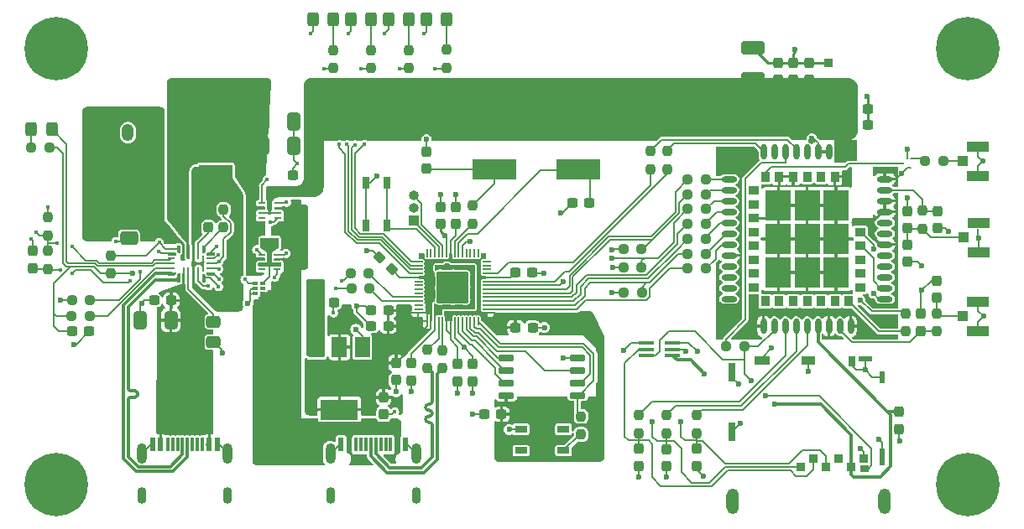
<source format=gbr>
%TF.GenerationSoftware,KiCad,Pcbnew,(6.0.2-0)*%
%TF.CreationDate,2022-03-16T22:47:49+01:00*%
%TF.ProjectId,RP2040GPSTracker,52503230-3430-4475-9053-547261636b65,rev?*%
%TF.SameCoordinates,PX4416780PY363af58*%
%TF.FileFunction,Copper,L1,Top*%
%TF.FilePolarity,Positive*%
%FSLAX46Y46*%
G04 Gerber Fmt 4.6, Leading zero omitted, Abs format (unit mm)*
G04 Created by KiCad (PCBNEW (6.0.2-0)) date 2022-03-16 22:47:49*
%MOMM*%
%LPD*%
G01*
G04 APERTURE LIST*
G04 Aperture macros list*
%AMRoundRect*
0 Rectangle with rounded corners*
0 $1 Rounding radius*
0 $2 $3 $4 $5 $6 $7 $8 $9 X,Y pos of 4 corners*
0 Add a 4 corners polygon primitive as box body*
4,1,4,$2,$3,$4,$5,$6,$7,$8,$9,$2,$3,0*
0 Add four circle primitives for the rounded corners*
1,1,$1+$1,$2,$3*
1,1,$1+$1,$4,$5*
1,1,$1+$1,$6,$7*
1,1,$1+$1,$8,$9*
0 Add four rect primitives between the rounded corners*
20,1,$1+$1,$2,$3,$4,$5,0*
20,1,$1+$1,$4,$5,$6,$7,0*
20,1,$1+$1,$6,$7,$8,$9,0*
20,1,$1+$1,$8,$9,$2,$3,0*%
G04 Aperture macros list end*
%TA.AperFunction,EtchedComponent*%
%ADD10C,0.100000*%
%TD*%
%TA.AperFunction,SMDPad,CuDef*%
%ADD11R,0.600000X1.450000*%
%TD*%
%TA.AperFunction,SMDPad,CuDef*%
%ADD12R,0.300000X1.450000*%
%TD*%
%TA.AperFunction,ComponentPad*%
%ADD13O,0.900000X1.700000*%
%TD*%
%TA.AperFunction,ComponentPad*%
%ADD14O,1.000000X2.100000*%
%TD*%
%TA.AperFunction,SMDPad,CuDef*%
%ADD15RoundRect,0.250000X-0.412500X-0.650000X0.412500X-0.650000X0.412500X0.650000X-0.412500X0.650000X0*%
%TD*%
%TA.AperFunction,SMDPad,CuDef*%
%ADD16RoundRect,0.237500X0.237500X-0.250000X0.237500X0.250000X-0.237500X0.250000X-0.237500X-0.250000X0*%
%TD*%
%TA.AperFunction,SMDPad,CuDef*%
%ADD17RoundRect,0.237500X-0.237500X0.300000X-0.237500X-0.300000X0.237500X-0.300000X0.237500X0.300000X0*%
%TD*%
%TA.AperFunction,SMDPad,CuDef*%
%ADD18RoundRect,0.237500X-0.250000X-0.237500X0.250000X-0.237500X0.250000X0.237500X-0.250000X0.237500X0*%
%TD*%
%TA.AperFunction,SMDPad,CuDef*%
%ADD19RoundRect,0.237500X0.237500X-0.300000X0.237500X0.300000X-0.237500X0.300000X-0.237500X-0.300000X0*%
%TD*%
%TA.AperFunction,SMDPad,CuDef*%
%ADD20RoundRect,0.237500X0.300000X0.237500X-0.300000X0.237500X-0.300000X-0.237500X0.300000X-0.237500X0*%
%TD*%
%TA.AperFunction,SMDPad,CuDef*%
%ADD21R,0.127000X0.127000*%
%TD*%
%TA.AperFunction,SMDPad,CuDef*%
%ADD22R,0.250000X1.400000*%
%TD*%
%TA.AperFunction,SMDPad,CuDef*%
%ADD23R,0.700000X0.250000*%
%TD*%
%TA.AperFunction,ComponentPad*%
%ADD24C,6.400000*%
%TD*%
%TA.AperFunction,SMDPad,CuDef*%
%ADD25O,1.600000X0.600000*%
%TD*%
%TA.AperFunction,SMDPad,CuDef*%
%ADD26O,0.600000X1.600000*%
%TD*%
%TA.AperFunction,SMDPad,CuDef*%
%ADD27R,1.100000X0.900000*%
%TD*%
%TA.AperFunction,SMDPad,CuDef*%
%ADD28R,0.900000X1.100000*%
%TD*%
%TA.AperFunction,SMDPad,CuDef*%
%ADD29R,2.600000X3.100000*%
%TD*%
%TA.AperFunction,SMDPad,CuDef*%
%ADD30RoundRect,0.250000X-0.650000X0.412500X-0.650000X-0.412500X0.650000X-0.412500X0.650000X0.412500X0*%
%TD*%
%TA.AperFunction,SMDPad,CuDef*%
%ADD31RoundRect,0.237500X-0.237500X0.250000X-0.237500X-0.250000X0.237500X-0.250000X0.237500X0.250000X0*%
%TD*%
%TA.AperFunction,SMDPad,CuDef*%
%ADD32RoundRect,0.237500X0.250000X0.237500X-0.250000X0.237500X-0.250000X-0.237500X0.250000X-0.237500X0*%
%TD*%
%TA.AperFunction,SMDPad,CuDef*%
%ADD33R,1.041400X0.990600*%
%TD*%
%TA.AperFunction,SMDPad,CuDef*%
%ADD34R,2.209800X1.041400*%
%TD*%
%TA.AperFunction,SMDPad,CuDef*%
%ADD35RoundRect,0.250000X-0.325000X-0.450000X0.325000X-0.450000X0.325000X0.450000X-0.325000X0.450000X0*%
%TD*%
%TA.AperFunction,ComponentPad*%
%ADD36RoundRect,0.250000X-0.350000X-0.625000X0.350000X-0.625000X0.350000X0.625000X-0.350000X0.625000X0*%
%TD*%
%TA.AperFunction,ComponentPad*%
%ADD37O,1.200000X1.750000*%
%TD*%
%TA.AperFunction,SMDPad,CuDef*%
%ADD38RoundRect,0.250000X0.325000X0.450000X-0.325000X0.450000X-0.325000X-0.450000X0.325000X-0.450000X0*%
%TD*%
%TA.AperFunction,SMDPad,CuDef*%
%ADD39R,1.500000X0.400000*%
%TD*%
%TA.AperFunction,SMDPad,CuDef*%
%ADD40RoundRect,0.050000X0.387500X0.050000X-0.387500X0.050000X-0.387500X-0.050000X0.387500X-0.050000X0*%
%TD*%
%TA.AperFunction,SMDPad,CuDef*%
%ADD41RoundRect,0.050000X0.050000X0.387500X-0.050000X0.387500X-0.050000X-0.387500X0.050000X-0.387500X0*%
%TD*%
%TA.AperFunction,ComponentPad*%
%ADD42C,0.600000*%
%TD*%
%TA.AperFunction,SMDPad,CuDef*%
%ADD43RoundRect,0.144000X1.456000X1.456000X-1.456000X1.456000X-1.456000X-1.456000X1.456000X-1.456000X0*%
%TD*%
%TA.AperFunction,SMDPad,CuDef*%
%ADD44R,3.400000X2.000000*%
%TD*%
%TA.AperFunction,SMDPad,CuDef*%
%ADD45RoundRect,0.237500X-0.300000X-0.237500X0.300000X-0.237500X0.300000X0.237500X-0.300000X0.237500X0*%
%TD*%
%TA.AperFunction,SMDPad,CuDef*%
%ADD46R,0.711200X0.228600*%
%TD*%
%TA.AperFunction,ComponentPad*%
%ADD47R,1.000000X1.000000*%
%TD*%
%TA.AperFunction,ComponentPad*%
%ADD48O,1.000000X1.000000*%
%TD*%
%TA.AperFunction,SMDPad,CuDef*%
%ADD49R,1.500000X2.000000*%
%TD*%
%TA.AperFunction,SMDPad,CuDef*%
%ADD50R,3.800000X2.000000*%
%TD*%
%TA.AperFunction,SMDPad,CuDef*%
%ADD51RoundRect,0.237500X0.237500X-0.287500X0.237500X0.287500X-0.237500X0.287500X-0.237500X-0.287500X0*%
%TD*%
%TA.AperFunction,SMDPad,CuDef*%
%ADD52RoundRect,0.237500X-0.380070X0.044194X0.044194X-0.380070X0.380070X-0.044194X-0.044194X0.380070X0*%
%TD*%
%TA.AperFunction,SMDPad,CuDef*%
%ADD53R,0.203200X0.203200*%
%TD*%
%TA.AperFunction,SMDPad,CuDef*%
%ADD54R,0.101600X0.635000*%
%TD*%
%TA.AperFunction,SMDPad,CuDef*%
%ADD55R,0.838200X0.939800*%
%TD*%
%TA.AperFunction,SMDPad,CuDef*%
%ADD56R,0.939800X0.787400*%
%TD*%
%TA.AperFunction,ComponentPad*%
%ADD57O,1.270000X2.565400*%
%TD*%
%TA.AperFunction,SMDPad,CuDef*%
%ADD58R,0.558800X1.651000*%
%TD*%
%TA.AperFunction,SMDPad,CuDef*%
%ADD59R,0.558800X1.219200*%
%TD*%
%TA.AperFunction,SMDPad,CuDef*%
%ADD60R,1.371600X0.609600*%
%TD*%
%TA.AperFunction,SMDPad,CuDef*%
%ADD61R,0.736600X1.016000*%
%TD*%
%TA.AperFunction,SMDPad,CuDef*%
%ADD62R,1.346200X0.965200*%
%TD*%
%TA.AperFunction,SMDPad,CuDef*%
%ADD63R,1.574800X0.965200*%
%TD*%
%TA.AperFunction,SMDPad,CuDef*%
%ADD64R,0.635000X1.955800*%
%TD*%
%TA.AperFunction,SMDPad,CuDef*%
%ADD65R,4.500000X2.000000*%
%TD*%
%TA.AperFunction,SMDPad,CuDef*%
%ADD66RoundRect,0.250000X0.925000X-0.412500X0.925000X0.412500X-0.925000X0.412500X-0.925000X-0.412500X0*%
%TD*%
%TA.AperFunction,SMDPad,CuDef*%
%ADD67R,0.950000X0.900000*%
%TD*%
%TA.AperFunction,SMDPad,CuDef*%
%ADD68R,0.550000X0.300000*%
%TD*%
%TA.AperFunction,SMDPad,CuDef*%
%ADD69R,0.520000X0.300000*%
%TD*%
%TA.AperFunction,SMDPad,CuDef*%
%ADD70R,0.650000X1.200000*%
%TD*%
%TA.AperFunction,SMDPad,CuDef*%
%ADD71RoundRect,0.250000X-0.475000X0.337500X-0.475000X-0.337500X0.475000X-0.337500X0.475000X0.337500X0*%
%TD*%
%TA.AperFunction,SMDPad,CuDef*%
%ADD72R,1.200000X0.650000*%
%TD*%
%TA.AperFunction,SMDPad,CuDef*%
%ADD73RoundRect,0.150000X0.650000X0.150000X-0.650000X0.150000X-0.650000X-0.150000X0.650000X-0.150000X0*%
%TD*%
%TA.AperFunction,ViaPad*%
%ADD74C,0.600000*%
%TD*%
%TA.AperFunction,ViaPad*%
%ADD75C,0.400000*%
%TD*%
%TA.AperFunction,Conductor*%
%ADD76C,0.150000*%
%TD*%
%TA.AperFunction,Conductor*%
%ADD77C,0.250000*%
%TD*%
%TA.AperFunction,Conductor*%
%ADD78C,0.200000*%
%TD*%
%TA.AperFunction,Conductor*%
%ADD79C,0.300000*%
%TD*%
G04 APERTURE END LIST*
D10*
%TO.C,U6*%
X14897569Y26081644D02*
X14897569Y26331644D01*
X14897569Y26331644D02*
X15597569Y26331644D01*
X15597569Y26331644D02*
X15597569Y26181644D01*
X15597569Y26181644D02*
X15497569Y26081644D01*
X15497569Y26081644D02*
X14897569Y26081644D01*
G36*
X15597569Y26181644D02*
G01*
X15497569Y26081644D01*
X14897569Y26081644D01*
X14897569Y26331644D01*
X15597569Y26331644D01*
X15597569Y26181644D01*
G37*
X15597569Y26181644D02*
X15497569Y26081644D01*
X14897569Y26081644D01*
X14897569Y26331644D01*
X15597569Y26331644D01*
X15597569Y26181644D01*
X19497571Y26081644D02*
X19497571Y26331644D01*
X19497571Y26331644D02*
X18797571Y26331644D01*
X18797571Y26331644D02*
X18797571Y26181644D01*
X18797571Y26181644D02*
X18897571Y26081644D01*
X18897571Y26081644D02*
X19497571Y26081644D01*
G36*
X19497571Y26081644D02*
G01*
X18897571Y26081644D01*
X18797571Y26181644D01*
X18797571Y26331644D01*
X19497571Y26331644D01*
X19497571Y26081644D01*
G37*
X19497571Y26081644D02*
X18897571Y26081644D01*
X18797571Y26181644D01*
X18797571Y26331644D01*
X19497571Y26331644D01*
X19497571Y26081644D01*
X15822255Y29006896D02*
X16072255Y29006896D01*
X16072255Y29006896D02*
X16072255Y28306896D01*
X16072255Y28306896D02*
X15922255Y28306896D01*
X15922255Y28306896D02*
X15822255Y28406896D01*
X15822255Y28406896D02*
X15822255Y29006896D01*
G36*
X16072255Y28306896D02*
G01*
X15922255Y28306896D01*
X15822255Y28406896D01*
X15822255Y29006896D01*
X16072255Y29006896D01*
X16072255Y28306896D01*
G37*
X16072255Y28306896D02*
X15922255Y28306896D01*
X15822255Y28406896D01*
X15822255Y29006896D01*
X16072255Y29006896D01*
X16072255Y28306896D01*
X14897569Y28332148D02*
X14897569Y28082148D01*
X14897569Y28082148D02*
X15597569Y28082148D01*
X15597569Y28082148D02*
X15597569Y28232148D01*
X15597569Y28232148D02*
X15497569Y28332148D01*
X15497569Y28332148D02*
X14897569Y28332148D01*
G36*
X15597569Y28232148D02*
G01*
X15597569Y28082148D01*
X14897569Y28082148D01*
X14897569Y28332148D01*
X15497569Y28332148D01*
X15597569Y28232148D01*
G37*
X15597569Y28232148D02*
X15597569Y28082148D01*
X14897569Y28082148D01*
X14897569Y28332148D01*
X15497569Y28332148D01*
X15597569Y28232148D01*
X18572885Y25406896D02*
X18322885Y25406896D01*
X18322885Y25406896D02*
X18322885Y26106896D01*
X18322885Y26106896D02*
X18472885Y26106896D01*
X18472885Y26106896D02*
X18572885Y26006896D01*
X18572885Y26006896D02*
X18572885Y25406896D01*
G36*
X18572885Y26006896D02*
G01*
X18572885Y25406896D01*
X18322885Y25406896D01*
X18322885Y26106896D01*
X18472885Y26106896D01*
X18572885Y26006896D01*
G37*
X18572885Y26006896D02*
X18572885Y25406896D01*
X18322885Y25406896D01*
X18322885Y26106896D01*
X18472885Y26106896D01*
X18572885Y26006896D01*
X18572885Y29006896D02*
X18322885Y29006896D01*
X18322885Y29006896D02*
X18322885Y28306896D01*
X18322885Y28306896D02*
X18472885Y28306896D01*
X18472885Y28306896D02*
X18572885Y28406896D01*
X18572885Y28406896D02*
X18572885Y29006896D01*
G36*
X18572885Y28406896D02*
G01*
X18472885Y28306896D01*
X18322885Y28306896D01*
X18322885Y29006896D01*
X18572885Y29006896D01*
X18572885Y28406896D01*
G37*
X18572885Y28406896D02*
X18472885Y28306896D01*
X18322885Y28306896D01*
X18322885Y29006896D01*
X18572885Y29006896D01*
X18572885Y28406896D01*
X19497571Y28332148D02*
X19497571Y28082148D01*
X19497571Y28082148D02*
X18797571Y28082148D01*
X18797571Y28082148D02*
X18797571Y28232148D01*
X18797571Y28232148D02*
X18897571Y28332148D01*
X18897571Y28332148D02*
X19497571Y28332148D01*
G36*
X19497571Y28082148D02*
G01*
X18797571Y28082148D01*
X18797571Y28232148D01*
X18897571Y28332148D01*
X19497571Y28332148D01*
X19497571Y28082148D01*
G37*
X19497571Y28082148D02*
X18797571Y28082148D01*
X18797571Y28232148D01*
X18897571Y28332148D01*
X19497571Y28332148D01*
X19497571Y28082148D01*
X15822255Y25406896D02*
X16072255Y25406896D01*
X16072255Y25406896D02*
X16072255Y26206896D01*
X16072255Y26206896D02*
X15922255Y26206896D01*
X15922255Y26206896D02*
X15822255Y26006896D01*
X15822255Y26006896D02*
X15822255Y25406896D01*
G36*
X16072255Y25406896D02*
G01*
X15822255Y25406896D01*
X15822255Y26006896D01*
X15922255Y26206896D01*
X16072255Y26206896D01*
X16072255Y25406896D01*
G37*
X16072255Y25406896D02*
X15822255Y25406896D01*
X15822255Y26006896D01*
X15922255Y26206896D01*
X16072255Y26206896D01*
X16072255Y25406896D01*
%TD*%
D11*
%TO.P,J7,A1,GND*%
%TO.N,GNDPWR*%
X32354800Y8909600D03*
%TO.P,J7,A4,VBUS*%
%TO.N,/PROG_VBUS*%
X33154800Y8909600D03*
D12*
%TO.P,J7,A5,CC1*%
%TO.N,unconnected-(J7-PadA5)*%
X34354800Y8909600D03*
%TO.P,J7,A6,D+*%
%TO.N,/USB_D+*%
X35354800Y8909600D03*
%TO.P,J7,A7,D-*%
%TO.N,/USB_D-*%
X35854800Y8909600D03*
%TO.P,J7,A8,SBU1*%
%TO.N,unconnected-(J7-PadA8)*%
X36854800Y8909600D03*
D11*
%TO.P,J7,A9,VBUS*%
%TO.N,/PROG_VBUS*%
X38054800Y8909600D03*
%TO.P,J7,A12,GND*%
%TO.N,GNDPWR*%
X38854800Y8909600D03*
%TO.P,J7,B1,GND*%
X38854800Y8909600D03*
%TO.P,J7,B4,VBUS*%
%TO.N,/PROG_VBUS*%
X38054800Y8909600D03*
D12*
%TO.P,J7,B5,CC2*%
%TO.N,unconnected-(J7-PadB5)*%
X37354800Y8909600D03*
%TO.P,J7,B6,D+*%
%TO.N,unconnected-(J7-PadB6)*%
X36354800Y8909600D03*
%TO.P,J7,B7,D-*%
%TO.N,unconnected-(J7-PadB7)*%
X34854800Y8909600D03*
%TO.P,J7,B8,SBU2*%
%TO.N,unconnected-(J7-PadB8)*%
X33854800Y8909600D03*
D11*
%TO.P,J7,B9,VBUS*%
%TO.N,/PROG_VBUS*%
X33154800Y8909600D03*
%TO.P,J7,B12,GND*%
%TO.N,GNDPWR*%
X32354800Y8909600D03*
D13*
%TO.P,J7,S1,SHIELD*%
X31279800Y3814600D03*
D14*
X39929800Y7994600D03*
X31279800Y7994600D03*
D13*
X39929800Y3814600D03*
%TD*%
D15*
%TO.P,C46,1*%
%TO.N,/BOOST_OUT*%
X24463600Y39084600D03*
%TO.P,C46,2*%
%TO.N,GNDPWR*%
X27588600Y39084600D03*
%TD*%
D16*
%TO.P,R38,1*%
%TO.N,/BCM_NTC*%
X2740000Y30050000D03*
%TO.P,R38,2*%
%TO.N,GND*%
X2740000Y31875000D03*
%TD*%
D17*
%TO.P,C24,1*%
%TO.N,GND*%
X92440000Y25492500D03*
%TO.P,C24,2*%
%TO.N,Net-(C24-Pad2)*%
X92440000Y23767500D03*
%TD*%
D18*
%TO.P,R32,1*%
%TO.N,Net-(R32-Pad1)*%
X91277500Y37530000D03*
%TO.P,R32,2*%
%TO.N,Net-(J10-Pad1)*%
X93102500Y37530000D03*
%TD*%
D19*
%TO.P,C28,1*%
%TO.N,GND*%
X68180000Y6757500D03*
%TO.P,C28,2*%
%TO.N,Net-(C28-Pad2)*%
X68180000Y8482500D03*
%TD*%
D20*
%TO.P,C35,1*%
%TO.N,GND*%
X31602500Y23250000D03*
%TO.P,C35,2*%
%TO.N,/PI_VREG_IN*%
X29877500Y23250000D03*
%TD*%
D21*
%TO.P,U6,1,DP*%
%TO.N,/BCM_D+*%
X15947255Y25806896D03*
D22*
%TO.P,U6,2,IN*%
%TO.N,/BCM_VBUS*%
X16447381Y26106896D03*
%TO.P,U6,3,PMID*%
%TO.N,Net-(C33-Pad1)*%
X16947507Y26106896D03*
%TO.P,U6,4,SW*%
%TO.N,/BCM_SW*%
X17447633Y26106896D03*
%TO.P,U6,5,PGND*%
%TO.N,GNDPWR*%
X17947759Y26106896D03*
D21*
%TO.P,U6,6,VNTC*%
%TO.N,/BCM_VNTC*%
X18447885Y25756896D03*
%TO.P,U6,7,SCL*%
%TO.N,/BCM_SCL*%
X19147571Y26206644D03*
D23*
%TO.P,U6,8,SDA*%
%TO.N,/BCM_SDA*%
X19147571Y26706770D03*
%TO.P,U6,9,VREF*%
%TO.N,/BCM_VREF_1*%
X19147571Y27206896D03*
%TO.P,U6,10,ILIM*%
%TO.N,Net-(R33-Pad1)*%
X19147571Y27707022D03*
D21*
%TO.P,U6,11,AGND*%
%TO.N,GND*%
X19147571Y28207148D03*
%TO.P,U6,12,OTG*%
%TO.N,/BCM_OTG*%
X18447885Y28656896D03*
D22*
%TO.P,U6,13,BST*%
%TO.N,Net-(C44-Pad2)*%
X17947759Y28306896D03*
%TO.P,U6,14,SW*%
%TO.N,/BCM_SW*%
X17447633Y28306896D03*
%TO.P,U6,15,SYS*%
%TO.N,/BOOST_OUT*%
X16947507Y28306896D03*
%TO.P,U6,16,BATT*%
%TO.N,/BCM_BATT*%
X16447381Y28306896D03*
D21*
%TO.P,U6,17,DISC*%
%TO.N,/BCM_DISC*%
X15947255Y28656896D03*
%TO.P,U6,18,\u002ACE*%
%TO.N,GND*%
X15247569Y28207148D03*
D23*
%TO.P,U6,19,NTC*%
%TO.N,/BCM_NTC*%
X15247569Y27707022D03*
%TO.P,U6,20,\u002ASTAT*%
%TO.N,Net-(D2-Pad1)*%
X15247569Y27206896D03*
%TO.P,U6,21,INT*%
%TO.N,Net-(R29-Pad2)*%
X15247569Y26706770D03*
D21*
%TO.P,U6,22,DM*%
%TO.N,/BCM_D-*%
X15247569Y26206644D03*
%TD*%
D24*
%TO.P,H4,1*%
%TO.N,N/C*%
X3604800Y4864600D03*
%TD*%
D25*
%TO.P,U2,1,UART1_TXD*%
%TO.N,/SIM_TX*%
X71504000Y35731200D03*
%TO.P,U2,2,UART1_RXD*%
%TO.N,/SIM_RX*%
X71504000Y34631200D03*
%TO.P,U2,3,UART1_RTS*%
%TO.N,/SIM_RTS*%
X71504000Y33531200D03*
%TO.P,U2,4,UART1_CTS*%
%TO.N,/SIM_CTS*%
X71504000Y32431200D03*
%TO.P,U2,5,UART1_DCD*%
%TO.N,/SIM_DCD*%
X71504000Y31331200D03*
%TO.P,U2,6,UART1_DTR*%
%TO.N,/SIM_DRT*%
X71504000Y30231200D03*
%TO.P,U2,7,UART1_RI*%
%TO.N,/SIM_RI*%
X71504000Y29131200D03*
%TO.P,U2,8,GND*%
%TO.N,GND*%
X71504000Y28031200D03*
%TO.P,U2,9,MICP*%
%TO.N,unconnected-(U2-Pad9)*%
X71504000Y26931200D03*
%TO.P,U2,10,MICN*%
%TO.N,unconnected-(U2-Pad10)*%
X71504000Y25831200D03*
%TO.P,U2,11,SPK1P*%
%TO.N,unconnected-(U2-Pad11)*%
X71504000Y24731200D03*
%TO.P,U2,12,SPK1N*%
%TO.N,unconnected-(U2-Pad12)*%
X71504000Y23631200D03*
D26*
%TO.P,U2,13,GND*%
%TO.N,GND*%
X74954000Y20881200D03*
%TO.P,U2,14,SIM1_DET*%
%TO.N,/SIM_C_DET*%
X76054000Y20881200D03*
%TO.P,U2,15,SIM1_DATA*%
%TO.N,/SIM_C_DATA*%
X77154000Y20881200D03*
%TO.P,U2,16,SIM1_CLK*%
%TO.N,/SIM_C_CLK*%
X78254000Y20881200D03*
%TO.P,U2,17,SIM1_RST*%
%TO.N,/SIM_C_RST*%
X79354000Y20881200D03*
%TO.P,U2,18,SIM1_VDD*%
%TO.N,/SIM_C_VDD*%
X80454000Y20881200D03*
%TO.P,U2,19,GND*%
%TO.N,GND*%
X81554000Y20881200D03*
%TO.P,U2,20,BT_ANT*%
%TO.N,/SIM_BT_ANT*%
X82654000Y20881200D03*
%TO.P,U2,21,GND*%
%TO.N,GND*%
X83754000Y20881200D03*
D25*
%TO.P,U2,22,UART2_TXD*%
%TO.N,/_GNSS_RXD*%
X87204000Y23631200D03*
%TO.P,U2,23,UART2_RXD*%
%TO.N,/_GNSS_TXD*%
X87204000Y24731200D03*
%TO.P,U2,24,USB_VBUS*%
%TO.N,unconnected-(U2-Pad24)*%
X87204000Y25831200D03*
%TO.P,U2,25,USB_DP*%
%TO.N,unconnected-(U2-Pad25)*%
X87204000Y26931200D03*
%TO.P,U2,26,USB_DM*%
%TO.N,unconnected-(U2-Pad26)*%
X87204000Y28031200D03*
%TO.P,U2,27,GND*%
%TO.N,GND*%
X87204000Y29131200D03*
%TO.P,U2,28,VRTC*%
%TO.N,unconnected-(U2-Pad28)*%
X87204000Y30231200D03*
%TO.P,U2,29,RF_SYNC*%
%TO.N,unconnected-(U2-Pad29)*%
X87204000Y31331200D03*
%TO.P,U2,30,GND*%
%TO.N,GND*%
X87204000Y32431200D03*
%TO.P,U2,31,GND*%
X87204000Y33531200D03*
%TO.P,U2,32,GSM_ANT*%
%TO.N,/SIM_GSM_ANT*%
X87204000Y34631200D03*
%TO.P,U2,33,GND*%
%TO.N,GND*%
X87204000Y35731200D03*
D26*
%TO.P,U2,34,GPS_VBAT*%
%TO.N,/SIM_PWR*%
X83754000Y38481200D03*
%TO.P,U2,35,VBAT*%
X82654000Y38481200D03*
%TO.P,U2,36,GND*%
%TO.N,GND*%
X81554000Y38481200D03*
%TO.P,U2,37,GND*%
X80454000Y38481200D03*
%TO.P,U2,38,ADC*%
%TO.N,unconnected-(U2-Pad38)*%
X79354000Y38481200D03*
%TO.P,U2,39,PWRKEY*%
%TO.N,/SIM_PWRKEY*%
X78254000Y38481200D03*
%TO.P,U2,40,VDD_EXT*%
%TO.N,/SIM_VDD_EXT*%
X77154000Y38481200D03*
%TO.P,U2,41,NETLIGHT*%
%TO.N,N/C*%
X76054000Y38481200D03*
%TO.P,U2,42,STATUS*%
%TO.N,/SIM_STATUS*%
X74954000Y38481200D03*
D27*
%TO.P,U2,43,SPK2N*%
%TO.N,unconnected-(U2-Pad43)*%
X74004000Y34581200D03*
%TO.P,U2,44,SPK2P*%
%TO.N,unconnected-(U2-Pad44)*%
X74004000Y33181200D03*
%TO.P,U2,45,GND*%
%TO.N,GND*%
X74004000Y31781200D03*
%TO.P,U2,46,MCCA3*%
%TO.N,unconnected-(U2-Pad46)*%
X74004000Y30381200D03*
%TO.P,U2,47,MCCA2*%
%TO.N,unconnected-(U2-Pad47)*%
X74004000Y28981200D03*
%TO.P,U2,48,MCCA1*%
%TO.N,unconnected-(U2-Pad48)*%
X74004000Y27581200D03*
%TO.P,U2,49,MCCA0*%
%TO.N,unconnected-(U2-Pad49)*%
X74004000Y26181200D03*
%TO.P,U2,50,MCCK*%
%TO.N,unconnected-(U2-Pad50)*%
X74004000Y24781200D03*
D28*
%TO.P,U2,51,MCCM0*%
%TO.N,unconnected-(U2-Pad51)*%
X75154000Y23381200D03*
%TO.P,U2,52,SIM2_DET*%
%TO.N,unconnected-(U2-Pad52)*%
X76554000Y23381200D03*
%TO.P,U2,53,SIM2_DATA*%
%TO.N,unconnected-(U2-Pad53)*%
X77954000Y23381200D03*
%TO.P,U2,54,SIM2_CLK*%
%TO.N,unconnected-(U2-Pad54)*%
X79354000Y23381200D03*
%TO.P,U2,55,SIM2_RST*%
%TO.N,unconnected-(U2-Pad55)*%
X80754000Y23381200D03*
%TO.P,U2,56,SIM2_VDD*%
%TO.N,unconnected-(U2-Pad56)*%
X82154000Y23381200D03*
%TO.P,U2,57,GPIO1*%
%TO.N,Net-(R13-Pad2)*%
X83554000Y23381200D03*
D27*
%TO.P,U2,58,GPIO2*%
%TO.N,unconnected-(U2-Pad58)*%
X84704000Y24781200D03*
%TO.P,U2,59,GNSS_EN*%
%TO.N,/_GNSS_EN*%
X84704000Y26181200D03*
%TO.P,U2,60,1PPS*%
%TO.N,unconnected-(U2-Pad60)*%
X84704000Y27581200D03*
%TO.P,U2,61,GPS_TXD*%
%TO.N,/_GNSS_TXD*%
X84704000Y28981200D03*
%TO.P,U2,62,GPS_RXD*%
%TO.N,/_GNSS_RXD*%
X84704000Y30381200D03*
D28*
%TO.P,U2,63,GND*%
%TO.N,GND*%
X82154000Y35981200D03*
%TO.P,U2,64,SDA*%
%TO.N,unconnected-(U2-Pad64)*%
X80754000Y35981200D03*
%TO.P,U2,65,SCL*%
%TO.N,unconnected-(U2-Pad65)*%
X79354000Y35981200D03*
%TO.P,U2,66,GND*%
%TO.N,GND*%
X77954000Y35981200D03*
%TO.P,U2,67,GND*%
X76554000Y35981200D03*
%TO.P,U2,68,GPS_ANT*%
%TO.N,/SIM_GNSS_ANT*%
X75154000Y35981200D03*
D29*
%TO.P,U2,69,GND*%
%TO.N,GND*%
X76454000Y33081200D03*
%TO.P,U2,70,GND*%
X76454000Y29681200D03*
%TO.P,U2,71,GND*%
X76454000Y26281200D03*
%TO.P,U2,72,GND*%
X79354000Y26281200D03*
%TO.P,U2,73,GND*%
X82254000Y26281200D03*
%TO.P,U2,74,GND*%
X82254000Y29681200D03*
%TO.P,U2,75,GND*%
X82254000Y33081200D03*
%TO.P,U2,76,GND*%
X79354000Y33081200D03*
%TO.P,U2,77,GND*%
X79354000Y29681200D03*
%TD*%
D30*
%TO.P,C34,1*%
%TO.N,/BCM_BATT*%
X10965000Y32887500D03*
%TO.P,C34,2*%
%TO.N,GNDPWR*%
X10965000Y29762500D03*
%TD*%
D31*
%TO.P,R30,1*%
%TO.N,Net-(D5-Pad2)*%
X35350000Y48765000D03*
%TO.P,R30,2*%
%TO.N,Net-(U3-Pad31)*%
X35350000Y46940000D03*
%TD*%
D18*
%TO.P,R16,1*%
%TO.N,GND*%
X60852500Y24300000D03*
%TO.P,R16,2*%
%TO.N,Net-(R16-Pad2)*%
X62677500Y24300000D03*
%TD*%
D32*
%TO.P,R28,1*%
%TO.N,/BCM_VREF_1*%
X2940000Y38925000D03*
%TO.P,R28,2*%
%TO.N,Net-(D2-Pad2)*%
X1115000Y38925000D03*
%TD*%
D24*
%TO.P,H3,1*%
%TO.N,N/C*%
X95604800Y4864600D03*
%TD*%
D33*
%TO.P,J4,1,1*%
%TO.N,Net-(C24-Pad2)*%
X95085600Y21883200D03*
D34*
%TO.P,J4,2,GND*%
%TO.N,GND*%
X96610601Y20408199D03*
%TO.P,J4,3,GND*%
X96610601Y23358201D03*
%TD*%
D17*
%TO.P,C23,1*%
%TO.N,GND*%
X89460000Y32495000D03*
%TO.P,C23,2*%
%TO.N,Net-(C23-Pad2)*%
X89460000Y30770000D03*
%TD*%
D32*
%TO.P,R7,1*%
%TO.N,/SIM_CTS*%
X69152500Y31200000D03*
%TO.P,R7,2*%
%TO.N,Net-(R7-Pad2)*%
X67327500Y31200000D03*
%TD*%
D18*
%TO.P,R19,1*%
%TO.N,/BCM_SDA*%
X33377500Y24700000D03*
%TO.P,R19,2*%
%TO.N,Net-(R19-Pad2)*%
X35202500Y24700000D03*
%TD*%
D35*
%TO.P,D4,1,K*%
%TO.N,GND*%
X37110000Y51860000D03*
%TO.P,D4,2,A*%
%TO.N,Net-(D4-Pad2)*%
X39160000Y51860000D03*
%TD*%
D20*
%TO.P,C19,1*%
%TO.N,Net-(C19-Pad1)*%
X57381700Y33293400D03*
%TO.P,C19,2*%
%TO.N,GND*%
X55656700Y33293400D03*
%TD*%
D36*
%TO.P,J9,1,Pin_1*%
%TO.N,/BCM_BATT*%
X8850000Y40422000D03*
D37*
%TO.P,J9,2,Pin_2*%
%TO.N,GNDPWR*%
X10850000Y40422000D03*
%TD*%
D17*
%TO.P,C8,1*%
%TO.N,+1V1*%
X45631000Y17055600D03*
%TO.P,C8,2*%
%TO.N,GND*%
X45631000Y15330600D03*
%TD*%
D38*
%TO.P,D2,1,K*%
%TO.N,Net-(D2-Pad1)*%
X3165000Y40750000D03*
%TO.P,D2,2,A*%
%TO.N,Net-(D2-Pad2)*%
X1115000Y40750000D03*
%TD*%
D18*
%TO.P,R18,1*%
%TO.N,/BCM_SCL*%
X33327500Y26200000D03*
%TO.P,R18,2*%
%TO.N,Net-(R18-Pad2)*%
X35152500Y26200000D03*
%TD*%
D19*
%TO.P,C20,1*%
%TO.N,Net-(C20-Pad1)*%
X40990000Y36797500D03*
%TO.P,C20,2*%
%TO.N,GND*%
X40990000Y38522500D03*
%TD*%
D18*
%TO.P,R27,1*%
%TO.N,/SIM_VDD_EXT*%
X71177500Y18830000D03*
%TO.P,R27,2*%
%TO.N,/SIM_C_DET*%
X73002500Y18830000D03*
%TD*%
D17*
%TO.P,C11,1*%
%TO.N,+1V1*%
X39408000Y17129600D03*
%TO.P,C11,2*%
%TO.N,GND*%
X39408000Y15404600D03*
%TD*%
D31*
%TO.P,R22,1*%
%TO.N,Net-(D3-Pad2)*%
X42980000Y48782500D03*
%TO.P,R22,2*%
%TO.N,Net-(U3-Pad29)*%
X42980000Y46957500D03*
%TD*%
D32*
%TO.P,R8,1*%
%TO.N,/SIM_RX*%
X69152500Y34200000D03*
%TO.P,R8,2*%
%TO.N,Net-(R15-Pad2)*%
X67327500Y34200000D03*
%TD*%
D16*
%TO.P,R25,1*%
%TO.N,Net-(C29-Pad2)*%
X65140000Y10040000D03*
%TO.P,R25,2*%
%TO.N,/SIM_C_CLK*%
X65140000Y11865000D03*
%TD*%
%TO.P,R20,1*%
%TO.N,/SIM_BT_ANT*%
X92440000Y20337500D03*
%TO.P,R20,2*%
%TO.N,Net-(C24-Pad2)*%
X92440000Y22162500D03*
%TD*%
D31*
%TO.P,R5,1*%
%TO.N,Net-(R5-Pad1)*%
X56553000Y11768600D03*
%TO.P,R5,2*%
%TO.N,/USB_BOOT*%
X56553000Y9943600D03*
%TD*%
%TO.P,R21,1*%
%TO.N,/SIM_GSM_ANT*%
X90980000Y32552500D03*
%TO.P,R21,2*%
%TO.N,Net-(C23-Pad2)*%
X90980000Y30727500D03*
%TD*%
D39*
%TO.P,CR1,1,1*%
%TO.N,/SIM_C_VDD*%
X65790000Y17900000D03*
%TO.P,CR1,2,2*%
%TO.N,GND*%
X65790000Y18550000D03*
%TO.P,CR1,3,3*%
%TO.N,Net-(C28-Pad2)*%
X65790000Y19200000D03*
%TO.P,CR1,4,4*%
%TO.N,Net-(C29-Pad2)*%
X63130000Y19200000D03*
%TO.P,CR1,5,5*%
%TO.N,Net-(C30-Pad2)*%
X63130000Y18550000D03*
%TO.P,CR1,6,6*%
%TO.N,/SIM_C_DET*%
X63130000Y17900000D03*
%TD*%
D40*
%TO.P,U3,1,IOVDD*%
%TO.N,+3V3*%
X47036500Y22202600D03*
%TO.P,U3,2,GPIO0*%
%TO.N,Net-(R3-Pad2)*%
X47036500Y22602600D03*
%TO.P,U3,3,GPIO1*%
%TO.N,Net-(R16-Pad2)*%
X47036500Y23002600D03*
%TO.P,U3,4,GPIO2*%
%TO.N,Net-(R6-Pad2)*%
X47036500Y23402600D03*
%TO.P,U3,5,GPIO3*%
%TO.N,Net-(R7-Pad2)*%
X47036500Y23802600D03*
%TO.P,U3,6,GPIO4*%
%TO.N,Net-(R15-Pad2)*%
X47036500Y24202600D03*
%TO.P,U3,7,GPIO5*%
%TO.N,Net-(R9-Pad2)*%
X47036500Y24602600D03*
%TO.P,U3,8,GPIO6*%
%TO.N,Net-(R10-Pad2)*%
X47036500Y25002600D03*
%TO.P,U3,9,GPIO7*%
%TO.N,Net-(R11-Pad2)*%
X47036500Y25402600D03*
%TO.P,U3,10,IOVDD*%
%TO.N,+3V3*%
X47036500Y25802600D03*
%TO.P,U3,11,GPIO8*%
%TO.N,Net-(R12-Pad2)*%
X47036500Y26202600D03*
%TO.P,U3,12,GPIO9*%
%TO.N,unconnected-(U3-Pad12)*%
X47036500Y26602600D03*
%TO.P,U3,13,GPIO10*%
%TO.N,unconnected-(U3-Pad13)*%
X47036500Y27002600D03*
%TO.P,U3,14,GPIO11*%
%TO.N,unconnected-(U3-Pad14)*%
X47036500Y27402600D03*
D41*
%TO.P,U3,15,GPIO12*%
%TO.N,unconnected-(U3-Pad15)*%
X46199000Y28240100D03*
%TO.P,U3,16,GPIO13*%
%TO.N,unconnected-(U3-Pad16)*%
X45799000Y28240100D03*
%TO.P,U3,17,GPIO14*%
%TO.N,unconnected-(U3-Pad17)*%
X45399000Y28240100D03*
%TO.P,U3,18,GPIO15*%
%TO.N,unconnected-(U3-Pad18)*%
X44999000Y28240100D03*
%TO.P,U3,19,TESTEN*%
%TO.N,GND*%
X44599000Y28240100D03*
%TO.P,U3,20,XIN*%
%TO.N,Net-(C19-Pad1)*%
X44199000Y28240100D03*
%TO.P,U3,21,XOUT*%
%TO.N,Net-(R17-Pad1)*%
X43799000Y28240100D03*
%TO.P,U3,22,IOVDD*%
%TO.N,+3V3*%
X43399000Y28240100D03*
%TO.P,U3,23,DVDD*%
%TO.N,+1V1*%
X42999000Y28240100D03*
%TO.P,U3,24,SWCLK*%
%TO.N,Net-(J3-Pad3)*%
X42599000Y28240100D03*
%TO.P,U3,25,SWD*%
%TO.N,Net-(J3-Pad1)*%
X42199000Y28240100D03*
%TO.P,U3,26,RUN*%
%TO.N,Net-(J2-Pad1)*%
X41799000Y28240100D03*
%TO.P,U3,27,GPIO16*%
%TO.N,unconnected-(U3-Pad27)*%
X41399000Y28240100D03*
%TO.P,U3,28,GPIO17*%
%TO.N,unconnected-(U3-Pad28)*%
X40999000Y28240100D03*
D40*
%TO.P,U3,29,GPIO18*%
%TO.N,Net-(U3-Pad29)*%
X40161500Y27402600D03*
%TO.P,U3,30,GPIO19*%
%TO.N,Net-(U3-Pad30)*%
X40161500Y27002600D03*
%TO.P,U3,31,GPIO20*%
%TO.N,Net-(U3-Pad31)*%
X40161500Y26602600D03*
%TO.P,U3,32,GPIO21*%
%TO.N,Net-(U3-Pad32)*%
X40161500Y26202600D03*
%TO.P,U3,33,IOVDD*%
%TO.N,+3V3*%
X40161500Y25802600D03*
%TO.P,U3,34,GPIO22*%
%TO.N,unconnected-(U3-Pad34)*%
X40161500Y25402600D03*
%TO.P,U3,35,GPIO23*%
%TO.N,unconnected-(U3-Pad35)*%
X40161500Y25002600D03*
%TO.P,U3,36,GPIO24*%
%TO.N,unconnected-(U3-Pad36)*%
X40161500Y24602600D03*
%TO.P,U3,37,GPIO25*%
%TO.N,unconnected-(U3-Pad37)*%
X40161500Y24202600D03*
%TO.P,U3,38,GPIO26_ADC0*%
%TO.N,Net-(R18-Pad2)*%
X40161500Y23802600D03*
%TO.P,U3,39,GPIO27_ADC1*%
%TO.N,Net-(R19-Pad2)*%
X40161500Y23402600D03*
%TO.P,U3,40,GPIO28_ADC2*%
%TO.N,unconnected-(U3-Pad40)*%
X40161500Y23002600D03*
%TO.P,U3,41,GPIO29_ADC3*%
%TO.N,unconnected-(U3-Pad41)*%
X40161500Y22602600D03*
%TO.P,U3,42,IOVDD*%
%TO.N,+3V3*%
X40161500Y22202600D03*
D41*
%TO.P,U3,43,ADC_AVDD*%
X40999000Y21365100D03*
%TO.P,U3,44,VREG_IN*%
X41399000Y21365100D03*
%TO.P,U3,45,VREG_VOUT*%
%TO.N,+1V1*%
X41799000Y21365100D03*
%TO.P,U3,46,USB_DM*%
%TO.N,Net-(R2-Pad2)*%
X42199000Y21365100D03*
%TO.P,U3,47,USB_DP*%
%TO.N,Net-(R1-Pad2)*%
X42599000Y21365100D03*
%TO.P,U3,48,USB_VDD*%
%TO.N,+3V3*%
X42999000Y21365100D03*
%TO.P,U3,49,IOVDD*%
X43399000Y21365100D03*
%TO.P,U3,50,DVDD*%
%TO.N,+1V1*%
X43799000Y21365100D03*
%TO.P,U3,51,QSPI_SD3*%
%TO.N,Net-(U1-Pad7)*%
X44199000Y21365100D03*
%TO.P,U3,52,QSPI_SCLK*%
%TO.N,Net-(U1-Pad6)*%
X44599000Y21365100D03*
%TO.P,U3,53,QSPI_SD0*%
%TO.N,Net-(U1-Pad5)*%
X44999000Y21365100D03*
%TO.P,U3,54,QSPI_SD2*%
%TO.N,Net-(U1-Pad3)*%
X45399000Y21365100D03*
%TO.P,U3,55,QSPI_SD1*%
%TO.N,Net-(U1-Pad2)*%
X45799000Y21365100D03*
%TO.P,U3,56,QSPI_SS*%
%TO.N,Net-(R5-Pad1)*%
X46199000Y21365100D03*
D42*
%TO.P,U3,57,GND*%
%TO.N,GND*%
X43599000Y23527600D03*
X44874000Y26077600D03*
X42324000Y26077600D03*
X43599000Y24802600D03*
X43599000Y26077600D03*
D43*
X43599000Y24802600D03*
D42*
X44874000Y23527600D03*
X42324000Y24802600D03*
X44874000Y24802600D03*
X42324000Y23527600D03*
%TD*%
D24*
%TO.P,H2,1*%
%TO.N,N/C*%
X95604800Y48864600D03*
%TD*%
D44*
%TO.P,L2,1,1*%
%TO.N,/BOOST_OUT*%
X19714600Y41858400D03*
%TO.P,L2,2,2*%
%TO.N,/BCM_SW*%
X19714600Y36158400D03*
%TD*%
D45*
%TO.P,C6,1*%
%TO.N,GND*%
X35377500Y20900000D03*
%TO.P,C6,2*%
%TO.N,+3V3*%
X37102500Y20900000D03*
%TD*%
D31*
%TO.P,R23,1*%
%TO.N,Net-(D4-Pad2)*%
X39160000Y48760000D03*
%TO.P,R23,2*%
%TO.N,Net-(U3-Pad30)*%
X39160000Y46935000D03*
%TD*%
D20*
%TO.P,C12,1*%
%TO.N,+3V3*%
X48525500Y11975600D03*
%TO.P,C12,2*%
%TO.N,GND*%
X46800500Y11975600D03*
%TD*%
D19*
%TO.P,C45,1*%
%TO.N,/BCM_VNTC*%
X1210000Y26742500D03*
%TO.P,C45,2*%
%TO.N,GND*%
X1210000Y28467500D03*
%TD*%
D46*
%TO.P,U10,1,GND*%
%TO.N,GND*%
X25925100Y26607455D03*
%TO.P,U10,2,VOUT*%
%TO.N,/PI_VREG_IN*%
X25925100Y27107581D03*
%TO.P,U10,3,VIN1*%
%TO.N,/PROG_VBUS*%
X25925100Y27607707D03*
%TO.P,U10,4,ON*%
%TO.N,GND*%
X25925100Y28107833D03*
%TO.P,U10,5,GND*%
X24324900Y28107833D03*
%TO.P,U10,6,VIN2*%
%TO.N,/BOOST_OUT*%
X24324900Y27607707D03*
%TO.P,U10,7,VOUT*%
%TO.N,/PI_VREG_IN*%
X24324900Y27107581D03*
%TO.P,U10,8,ST*%
%TO.N,unconnected-(U10-Pad8)*%
X24324900Y26607455D03*
%TD*%
D16*
%TO.P,R34,1*%
%TO.N,/BCM_VNTC*%
X2740000Y26680000D03*
%TO.P,R34,2*%
%TO.N,/BCM_NTC*%
X2740000Y28505000D03*
%TD*%
D17*
%TO.P,C5,1*%
%TO.N,GND*%
X43954600Y32929500D03*
%TO.P,C5,2*%
%TO.N,+3V3*%
X43954600Y31204500D03*
%TD*%
D32*
%TO.P,R4,1*%
%TO.N,/SIM_DRT*%
X69151050Y28200000D03*
%TO.P,R4,2*%
%TO.N,Net-(R16-Pad2)*%
X67326050Y28200000D03*
%TD*%
D47*
%TO.P,J3,1,Pin_1*%
%TO.N,Net-(J3-Pad1)*%
X39645000Y31525000D03*
D48*
%TO.P,J3,2,Pin_2*%
%TO.N,GND*%
X39645000Y32795000D03*
%TO.P,J3,3,Pin_3*%
%TO.N,Net-(J3-Pad3)*%
X39645000Y34065000D03*
%TD*%
D15*
%TO.P,C38,1*%
%TO.N,/BOOST_OUT*%
X24463600Y41523000D03*
%TO.P,C38,2*%
%TO.N,GNDPWR*%
X27588600Y41523000D03*
%TD*%
D19*
%TO.P,C27,1*%
%TO.N,GND*%
X88660000Y10487500D03*
%TO.P,C27,2*%
%TO.N,/SIM_C_VDD*%
X88660000Y12212500D03*
%TD*%
D31*
%TO.P,R12,1*%
%TO.N,/SIM_PWRKEY*%
X63565000Y38562500D03*
%TO.P,R12,2*%
%TO.N,Net-(R12-Pad2)*%
X63565000Y36737500D03*
%TD*%
D16*
%TO.P,R26,1*%
%TO.N,Net-(C30-Pad2)*%
X62350000Y10077500D03*
%TO.P,R26,2*%
%TO.N,/SIM_C_DATA*%
X62350000Y11902500D03*
%TD*%
D49*
%TO.P,U7,1,ADJUST/GROUND*%
%TO.N,GND*%
X34490000Y18750000D03*
%TO.P,U7,2,OUTPUT*%
%TO.N,+3V3*%
X32190000Y18750000D03*
%TO.P,U7,3,INPUT*%
%TO.N,/PI_VREG_IN*%
X29890000Y18750000D03*
D50*
%TO.P,U7,4,TAB*%
%TO.N,+3V3*%
X32190000Y12450000D03*
%TD*%
D19*
%TO.P,C1,1*%
%TO.N,GND*%
X44107000Y15330600D03*
%TO.P,C1,2*%
%TO.N,+3V3*%
X44107000Y17055600D03*
%TD*%
D31*
%TO.P,R31,1*%
%TO.N,Net-(D6-Pad2)*%
X31560000Y48775000D03*
%TO.P,R31,2*%
%TO.N,Net-(U3-Pad32)*%
X31560000Y46950000D03*
%TD*%
D45*
%TO.P,C7,1*%
%TO.N,GND*%
X35377500Y22450000D03*
%TO.P,C7,2*%
%TO.N,+3V3*%
X37102500Y22450000D03*
%TD*%
D16*
%TO.P,R37,1*%
%TO.N,/BCM_VREF_1*%
X9130000Y26205000D03*
%TO.P,R37,2*%
%TO.N,/BCM_DISC*%
X9130000Y28030000D03*
%TD*%
D51*
%TO.P,D1,1,A1*%
%TO.N,GND*%
X89460000Y27382500D03*
%TO.P,D1,2,A2*%
%TO.N,Net-(C23-Pad2)*%
X89460000Y29132500D03*
%TD*%
D35*
%TO.P,D5,1,K*%
%TO.N,GND*%
X33305000Y51860000D03*
%TO.P,D5,2,A*%
%TO.N,Net-(D5-Pad2)*%
X35355000Y51860000D03*
%TD*%
D31*
%TO.P,R13,1*%
%TO.N,/_GNSS_EN*%
X89340000Y22162500D03*
%TO.P,R13,2*%
%TO.N,Net-(R13-Pad2)*%
X89340000Y20337500D03*
%TD*%
D19*
%TO.P,C30,1*%
%TO.N,GND*%
X62350000Y6777500D03*
%TO.P,C30,2*%
%TO.N,Net-(C30-Pad2)*%
X62350000Y8502500D03*
%TD*%
D52*
%TO.P,C3,1*%
%TO.N,GND*%
X36230120Y27859880D03*
%TO.P,C3,2*%
%TO.N,+3V3*%
X37449880Y26640120D03*
%TD*%
D53*
%TO.P,U8,1,UNBALANCED_PORT*%
%TO.N,/SIM_GNSS_ANT*%
X89036100Y37340000D03*
D54*
%TO.P,U8,2,GND*%
%TO.N,GND*%
X89436100Y36861400D03*
%TO.P,U8,3,GND*%
X89836100Y36861400D03*
%TO.P,U8,4,UNBALANCED_PORT*%
%TO.N,Net-(R32-Pad1)*%
X89836100Y37818600D03*
%TO.P,U8,5,GND*%
%TO.N,GND*%
X89436100Y37818600D03*
%TD*%
D19*
%TO.P,C29,1*%
%TO.N,GND*%
X65140000Y6735000D03*
%TO.P,C29,2*%
%TO.N,Net-(C29-Pad2)*%
X65140000Y8460000D03*
%TD*%
D20*
%TO.P,C4,1*%
%TO.N,GND*%
X51647300Y26305400D03*
%TO.P,C4,2*%
%TO.N,+3V3*%
X49922300Y26305400D03*
%TD*%
D16*
%TO.P,R24,1*%
%TO.N,Net-(C28-Pad2)*%
X68180000Y10057500D03*
%TO.P,R24,2*%
%TO.N,/SIM_C_RST*%
X68180000Y11882500D03*
%TD*%
D18*
%TO.P,R29,1*%
%TO.N,/BCM_VREF_1*%
X5177500Y21920000D03*
%TO.P,R29,2*%
%TO.N,Net-(R29-Pad2)*%
X7002500Y21920000D03*
%TD*%
D45*
%TO.P,C36,1*%
%TO.N,/BCM_VREF_1*%
X5227500Y20360000D03*
%TO.P,C36,2*%
%TO.N,GND*%
X6952500Y20360000D03*
%TD*%
D55*
%TO.P,J8,1,C1*%
%TO.N,/SIM_C_VDD*%
X83804999Y6659499D03*
%TO.P,J8,2,C2*%
%TO.N,Net-(C28-Pad2)*%
X81264999Y6659499D03*
%TO.P,J8,3,C3*%
%TO.N,Net-(C29-Pad2)*%
X78724999Y6659499D03*
%TO.P,J8,4,C5*%
%TO.N,GND*%
X85074999Y7509500D03*
%TO.P,J8,5,C6*%
%TO.N,unconnected-(J8-Pad5)*%
X82534999Y7509500D03*
%TO.P,J8,6,C7*%
%TO.N,Net-(C30-Pad2)*%
X79994999Y7509500D03*
D56*
%TO.P,J8,7,SW*%
%TO.N,/SIM_C_DET*%
X85124999Y6479499D03*
D57*
%TO.P,J8,8,GND*%
%TO.N,GND*%
X87215000Y3159500D03*
D58*
%TO.P,J8,9,GND*%
X86965001Y7659499D03*
D59*
%TO.P,J8,10,GND*%
X86965001Y15744499D03*
D60*
%TO.P,J8,11,GND*%
X85230000Y17564500D03*
D61*
%TO.P,J8,12,GND*%
X83914999Y17349500D03*
D62*
%TO.P,J8,13,GND*%
X79465102Y17384499D03*
D63*
%TO.P,J8,14,GND*%
X74830001Y17384500D03*
D64*
%TO.P,J8,15,GND*%
X71815000Y16209500D03*
%TO.P,J8,16,GND*%
X71765000Y10239500D03*
D57*
%TO.P,J8,17,GND*%
X71865000Y3159500D03*
%TD*%
D20*
%TO.P,C18,1*%
%TO.N,GND*%
X85482500Y42790000D03*
%TO.P,C18,2*%
%TO.N,/SIM_PWR*%
X83757500Y42790000D03*
%TD*%
D18*
%TO.P,R15,1*%
%TO.N,GND*%
X60830800Y28699000D03*
%TO.P,R15,2*%
%TO.N,Net-(R15-Pad2)*%
X62655800Y28699000D03*
%TD*%
D32*
%TO.P,R9,1*%
%TO.N,/SIM_TX*%
X69151050Y35700000D03*
%TO.P,R9,2*%
%TO.N,Net-(R9-Pad2)*%
X67326050Y35700000D03*
%TD*%
D17*
%TO.P,C22,1*%
%TO.N,GND*%
X90860000Y22112500D03*
%TO.P,C22,2*%
%TO.N,/SIM_BT_ANT*%
X90860000Y20387500D03*
%TD*%
D19*
%TO.P,C37,1*%
%TO.N,GND*%
X36640000Y11977500D03*
%TO.P,C37,2*%
%TO.N,+3V3*%
X36640000Y13702500D03*
%TD*%
D24*
%TO.P,H1,1*%
%TO.N,N/C*%
X3604800Y48864600D03*
%TD*%
D65*
%TO.P,Y1,1,1*%
%TO.N,Net-(C19-Pad1)*%
X56315000Y36700000D03*
%TO.P,Y1,2,2*%
%TO.N,Net-(C20-Pad1)*%
X47815000Y36700000D03*
%TD*%
D66*
%TO.P,C13,1*%
%TO.N,/SIM_PWR*%
X73910000Y45885000D03*
%TO.P,C13,2*%
%TO.N,GND*%
X73910000Y48960000D03*
%TD*%
D16*
%TO.P,R1,1*%
%TO.N,/USB_D+*%
X42583000Y16627600D03*
%TO.P,R1,2*%
%TO.N,Net-(R1-Pad2)*%
X42583000Y18452600D03*
%TD*%
D46*
%TO.P,U5,1,GND*%
%TO.N,GND*%
X25940100Y31799811D03*
%TO.P,U5,2,VOUT*%
%TO.N,/SIM_PWR*%
X25940100Y32299937D03*
%TO.P,U5,3,VIN1*%
%TO.N,/PROG_VBUS*%
X25940100Y32800063D03*
%TO.P,U5,4,ON*%
%TO.N,GND*%
X25940100Y33300189D03*
%TO.P,U5,5,GND*%
X24339900Y33300189D03*
%TO.P,U5,6,VIN2*%
%TO.N,/BOOST_OUT*%
X24339900Y32800063D03*
%TO.P,U5,7,VOUT*%
%TO.N,/SIM_PWR*%
X24339900Y32299937D03*
%TO.P,U5,8,ST*%
%TO.N,unconnected-(U5-Pad8)*%
X24339900Y31799811D03*
%TD*%
D67*
%TO.P,Z1,A*%
%TO.N,/SIM_PWR*%
X81512800Y44342200D03*
%TO.P,Z1,K*%
%TO.N,GND*%
X81512800Y47492200D03*
%TD*%
D20*
%TO.P,C2,1*%
%TO.N,GND*%
X51675100Y20738600D03*
%TO.P,C2,2*%
%TO.N,+3V3*%
X49950100Y20738600D03*
%TD*%
D68*
%TO.P,U4,1,A*%
%TO.N,/BCM_DISC*%
X23704987Y25209999D03*
D69*
%TO.P,U4,2,B*%
%TO.N,GND*%
X23690001Y24710000D03*
%TO.P,U4,3,GND*%
X23690001Y24210001D03*
%TO.P,U4,4,C*%
%TO.N,/PROG_VBUS*%
X24429999Y24210001D03*
%TO.P,U4,5,NC*%
%TO.N,unconnected-(U4-Pad5)*%
X24429999Y24710000D03*
%TO.P,U4,6,VCC*%
%TO.N,/PI_VREG_IN*%
X24429999Y25209999D03*
%TD*%
D19*
%TO.P,C16,1*%
%TO.N,/SIM_PWR*%
X79560000Y45765900D03*
%TO.P,C16,2*%
%TO.N,GND*%
X79560000Y47490900D03*
%TD*%
D32*
%TO.P,R6,1*%
%TO.N,/SIM_DCD*%
X69151050Y29700000D03*
%TO.P,R6,2*%
%TO.N,Net-(R6-Pad2)*%
X67326050Y29700000D03*
%TD*%
%TO.P,R3,1*%
%TO.N,/SIM_RI*%
X69152500Y26700000D03*
%TO.P,R3,2*%
%TO.N,Net-(R3-Pad2)*%
X67327500Y26700000D03*
%TD*%
D31*
%TO.P,R11,1*%
%TO.N,/SIM_STATUS*%
X65215000Y38562500D03*
%TO.P,R11,2*%
%TO.N,Net-(R11-Pad2)*%
X65215000Y36737500D03*
%TD*%
D19*
%TO.P,C21,1*%
%TO.N,GND*%
X92520000Y30770000D03*
%TO.P,C21,2*%
%TO.N,/SIM_GSM_ANT*%
X92520000Y32495000D03*
%TD*%
D31*
%TO.P,R35,1*%
%TO.N,/BCM_VREF_1*%
X20502000Y32656500D03*
%TO.P,R35,2*%
%TO.N,/BCM_OTG*%
X20502000Y30831500D03*
%TD*%
D33*
%TO.P,J10,1,1*%
%TO.N,Net-(J10-Pad1)*%
X95085600Y37520000D03*
D34*
%TO.P,J10,2,GND*%
%TO.N,GND*%
X96610601Y36044999D03*
%TO.P,J10,3,GND*%
X96610601Y38995001D03*
%TD*%
D45*
%TO.P,C32,1*%
%TO.N,GNDPWR*%
X13497500Y23470000D03*
%TO.P,C32,2*%
%TO.N,/BCM_VBUS*%
X15222500Y23470000D03*
%TD*%
D11*
%TO.P,J6,A1,GND*%
%TO.N,GNDPWR*%
X13354800Y8909600D03*
%TO.P,J6,A4,VBUS*%
%TO.N,/BCM_VBUS*%
X14154800Y8909600D03*
D12*
%TO.P,J6,A5,CC1*%
%TO.N,unconnected-(J6-PadA5)*%
X15354800Y8909600D03*
%TO.P,J6,A6,D+*%
%TO.N,/BCM_D+*%
X16354800Y8909600D03*
%TO.P,J6,A7,D-*%
%TO.N,/BCM_D-*%
X16854800Y8909600D03*
%TO.P,J6,A8,SBU1*%
%TO.N,unconnected-(J6-PadA8)*%
X17854800Y8909600D03*
D11*
%TO.P,J6,A9,VBUS*%
%TO.N,/BCM_VBUS*%
X19054800Y8909600D03*
%TO.P,J6,A12,GND*%
%TO.N,GNDPWR*%
X19854800Y8909600D03*
%TO.P,J6,B1,GND*%
X19854800Y8909600D03*
%TO.P,J6,B4,VBUS*%
%TO.N,/BCM_VBUS*%
X19054800Y8909600D03*
D12*
%TO.P,J6,B5,CC2*%
%TO.N,unconnected-(J6-PadB5)*%
X18354800Y8909600D03*
%TO.P,J6,B6,D+*%
%TO.N,unconnected-(J6-PadB6)*%
X17354800Y8909600D03*
%TO.P,J6,B7,D-*%
%TO.N,unconnected-(J6-PadB7)*%
X15854800Y8909600D03*
%TO.P,J6,B8,SBU2*%
%TO.N,unconnected-(J6-PadB8)*%
X14854800Y8909600D03*
D11*
%TO.P,J6,B9,VBUS*%
%TO.N,/BCM_VBUS*%
X14154800Y8909600D03*
%TO.P,J6,B12,GND*%
%TO.N,GNDPWR*%
X13354800Y8909600D03*
D14*
%TO.P,J6,S1,SHIELD*%
X20929800Y7994600D03*
D13*
X12279800Y3814600D03*
X20929800Y3814600D03*
D14*
X12279800Y7994600D03*
%TD*%
D19*
%TO.P,C9,1*%
%TO.N,+1V1*%
X42405200Y31204500D03*
%TO.P,C9,2*%
%TO.N,GND*%
X42405200Y32929500D03*
%TD*%
%TO.P,C10,1*%
%TO.N,GND*%
X37884000Y15431100D03*
%TO.P,C10,2*%
%TO.N,+3V3*%
X37884000Y17156100D03*
%TD*%
D32*
%TO.P,R33,1*%
%TO.N,Net-(R33-Pad1)*%
X7012500Y23500000D03*
%TO.P,R33,2*%
%TO.N,GND*%
X5187500Y23500000D03*
%TD*%
D15*
%TO.P,C31,1*%
%TO.N,GNDPWR*%
X12057500Y21490000D03*
%TO.P,C31,2*%
%TO.N,/BCM_VBUS*%
X15182500Y21490000D03*
%TD*%
D35*
%TO.P,D3,1,K*%
%TO.N,GND*%
X40915000Y51850000D03*
%TO.P,D3,2,A*%
%TO.N,Net-(D3-Pad2)*%
X42965000Y51850000D03*
%TD*%
D16*
%TO.P,R17,1*%
%TO.N,Net-(R17-Pad1)*%
X45631000Y31232600D03*
%TO.P,R17,2*%
%TO.N,Net-(C20-Pad1)*%
X45631000Y33057600D03*
%TD*%
D45*
%TO.P,C17,1*%
%TO.N,/SIM_PWR*%
X83757500Y41240000D03*
%TO.P,C17,2*%
%TO.N,GND*%
X85482500Y41240000D03*
%TD*%
D33*
%TO.P,J5,1,1*%
%TO.N,Net-(C23-Pad2)*%
X95105600Y29830000D03*
D34*
%TO.P,J5,2,GND*%
%TO.N,GND*%
X96630601Y28354999D03*
%TO.P,J5,3,GND*%
X96630601Y31305001D03*
%TD*%
D70*
%TO.P,J2,1,A*%
%TO.N,Net-(J2-Pad1)*%
X36995000Y31070000D03*
X36995000Y35370000D03*
%TO.P,J2,2,B*%
%TO.N,GND*%
X34845000Y31070000D03*
X34845000Y35370000D03*
%TD*%
D45*
%TO.P,C26,1*%
%TO.N,GNDPWR*%
X27477500Y36100000D03*
%TO.P,C26,2*%
%TO.N,/SIM_PWR*%
X29202500Y36100000D03*
%TD*%
D19*
%TO.P,C14,1*%
%TO.N,/SIM_PWR*%
X76432800Y45765900D03*
%TO.P,C14,2*%
%TO.N,GND*%
X76432800Y47490900D03*
%TD*%
D18*
%TO.P,R14,1*%
%TO.N,GND*%
X60828900Y26844800D03*
%TO.P,R14,2*%
%TO.N,Net-(R10-Pad2)*%
X62653900Y26844800D03*
%TD*%
D71*
%TO.P,C33,1*%
%TO.N,Net-(C33-Pad1)*%
X19486000Y21335000D03*
%TO.P,C33,2*%
%TO.N,GNDPWR*%
X19486000Y19260000D03*
%TD*%
D19*
%TO.P,C15,1*%
%TO.N,/SIM_PWR*%
X77956800Y45765900D03*
%TO.P,C15,2*%
%TO.N,GND*%
X77956800Y47490900D03*
%TD*%
D16*
%TO.P,R2,1*%
%TO.N,/USB_D-*%
X41059000Y16674600D03*
%TO.P,R2,2*%
%TO.N,Net-(R2-Pad2)*%
X41059000Y18499600D03*
%TD*%
D72*
%TO.P,J1,1,A*%
%TO.N,N/C*%
X50491400Y8309800D03*
%TO.N,/USB_BOOT*%
X54791400Y8309800D03*
%TO.P,J1,2,B*%
%TO.N,N/C*%
X54791400Y10459800D03*
%TO.N,GND*%
X50491400Y10459800D03*
%TD*%
D32*
%TO.P,R10,1*%
%TO.N,/SIM_RTS*%
X69152500Y32700000D03*
%TO.P,R10,2*%
%TO.N,Net-(R10-Pad2)*%
X67327500Y32700000D03*
%TD*%
D17*
%TO.P,C44,1*%
%TO.N,/BCM_SW*%
X18978000Y32555700D03*
%TO.P,C44,2*%
%TO.N,Net-(C44-Pad2)*%
X18978000Y30830700D03*
%TD*%
D35*
%TO.P,D6,1,K*%
%TO.N,GND*%
X29495000Y51860000D03*
%TO.P,D6,2,A*%
%TO.N,Net-(D6-Pad2)*%
X31545000Y51860000D03*
%TD*%
D73*
%TO.P,U1,1,~{CS}*%
%TO.N,Net-(R5-Pad1)*%
X56216000Y13880600D03*
%TO.P,U1,2,DO(IO1)*%
%TO.N,Net-(U1-Pad2)*%
X56216000Y15150600D03*
%TO.P,U1,3,IO2*%
%TO.N,Net-(U1-Pad3)*%
X56216000Y16420600D03*
%TO.P,U1,4,GND*%
%TO.N,GND*%
X56216000Y17690600D03*
%TO.P,U1,5,DI(IO0)*%
%TO.N,Net-(U1-Pad5)*%
X49016000Y17690600D03*
%TO.P,U1,6,CLK*%
%TO.N,Net-(U1-Pad6)*%
X49016000Y16420600D03*
%TO.P,U1,7,IO3*%
%TO.N,Net-(U1-Pad7)*%
X49016000Y15150600D03*
%TO.P,U1,8,VCC*%
%TO.N,+3V3*%
X49016000Y13880600D03*
%TD*%
D74*
%TO.N,GND*%
X62350000Y5600000D03*
X89460000Y33804400D03*
X73940000Y23550000D03*
X54775000Y17690600D03*
X72640000Y11080000D03*
D75*
X37765000Y12225000D03*
D74*
X80312600Y25086800D03*
X78362600Y27466800D03*
X67100000Y18360000D03*
X4040000Y23500000D03*
D75*
X31590000Y22200000D03*
D74*
X71988000Y38063200D03*
X45631000Y11975600D03*
X54521000Y32295600D03*
X88680000Y9260000D03*
X39408000Y14261600D03*
X81242600Y30896800D03*
X77412600Y25096800D03*
X96670000Y29790000D03*
X89436100Y38780000D03*
D75*
X29302500Y50462500D03*
D74*
X85932400Y30728000D03*
D75*
X2740000Y32925000D03*
D74*
X83162600Y31906800D03*
X78402600Y34276800D03*
X33960000Y22910000D03*
D75*
X36715000Y50425000D03*
D74*
X42405200Y34149800D03*
D75*
X13940000Y28450000D03*
D74*
X78115000Y48800000D03*
X72120000Y22580000D03*
D75*
X25226400Y31413800D03*
D74*
X77412600Y28526800D03*
X93610000Y30470000D03*
X77412600Y31896800D03*
X81312600Y34286800D03*
D75*
X1065000Y29700000D03*
D74*
X34940000Y28500000D03*
X90890000Y26990000D03*
X44107000Y14134600D03*
X59665000Y24300000D03*
X90880000Y24480000D03*
X81252600Y27466800D03*
X88833950Y36259250D03*
X86630000Y9420000D03*
X49314000Y10451600D03*
X80292600Y31876800D03*
X97150000Y21870000D03*
X78402600Y30886800D03*
X43954600Y34149800D03*
X83232600Y25116800D03*
X52870000Y20738600D03*
D75*
X23840000Y28619800D03*
D74*
X33840000Y20550000D03*
X86821600Y21299200D03*
X79836400Y39821200D03*
X85373600Y44088400D03*
X40960000Y39744750D03*
X83242600Y28446800D03*
X59734800Y26844800D03*
X35950000Y36060000D03*
X22940000Y23200000D03*
X79460000Y16270000D03*
X65140000Y5620000D03*
X72460000Y15020000D03*
X75462600Y27466800D03*
X52774800Y26235400D03*
X97090000Y37520000D03*
X5380000Y19050000D03*
X75482600Y30846800D03*
D75*
X26775800Y28213400D03*
X24908900Y35668300D03*
D74*
X83272600Y35976800D03*
D75*
X19765400Y28899200D03*
X26852000Y33395000D03*
X33090000Y50425000D03*
D74*
X45631000Y14134600D03*
X68860000Y5740740D03*
X75780000Y18650000D03*
D75*
X25658200Y25825800D03*
D74*
X45343200Y29407200D03*
X75492600Y34286800D03*
X85230000Y16450000D03*
X84710000Y8560000D03*
X80332600Y28496800D03*
D75*
X40740000Y50450000D03*
D74*
X59661420Y28578580D03*
X37884000Y14261600D03*
%TO.N,+1V1*%
X42799500Y30065400D03*
X42125800Y22592800D03*
X42999000Y26910000D03*
X44733600Y18790000D03*
%TO.N,/SIM_C_VDD*%
X76115000Y12985000D03*
X69000000Y16060000D03*
%TO.N,Net-(C28-Pad2)*%
X66650000Y11260000D03*
X68260000Y18300000D03*
%TO.N,Net-(C29-Pad2)*%
X63760000Y11270000D03*
X60840000Y18390000D03*
%TO.N,/BCM_VREF_1*%
X11290000Y26250000D03*
D75*
X20020000Y27400000D03*
%TO.N,/BCM_VNTC*%
X4065000Y26550000D03*
X11065000Y25425000D03*
X19994000Y24886000D03*
X5190000Y26175000D03*
D74*
%TO.N,/SIM_C_DET*%
X73700000Y15360000D03*
X75190000Y13870000D03*
D75*
%TO.N,/BCM_DISC*%
X22650000Y25580000D03*
X13990000Y29325000D03*
D74*
%TO.N,Net-(R10-Pad2)*%
X54724200Y25336000D03*
X59690000Y27750000D03*
%TO.N,/_GNSS_EN*%
X84713400Y23534400D03*
X84713400Y26176000D03*
D75*
%TO.N,/BCM_SCL*%
X32365000Y25450000D03*
X20002000Y25656000D03*
%TO.N,/BCM_SDA*%
X20002000Y26672000D03*
X31840000Y24650000D03*
%TO.N,Net-(R33-Pad1)*%
X12060000Y26400000D03*
X19930000Y28070000D03*
%TO.N,/BCM_NTC*%
X1565000Y30375000D03*
X3740000Y29250000D03*
X5190000Y28925000D03*
D74*
%TO.N,/_GNSS_RXD*%
X86059600Y24169400D03*
X86059600Y28639800D03*
%TO.N,GNDPWR*%
X12275000Y23205000D03*
X20340000Y18150000D03*
D75*
X27940000Y37300000D03*
X9615000Y29425000D03*
X18978000Y24962200D03*
D74*
%TO.N,/PI_VREG_IN*%
X25680000Y29440000D03*
X29790000Y24550000D03*
X30390000Y25200000D03*
X24510000Y29470000D03*
X25110000Y28830000D03*
X29230000Y25200000D03*
D75*
%TO.N,Net-(U3-Pad29)*%
X41800000Y46890000D03*
X34715000Y39225000D03*
%TO.N,Net-(U3-Pad30)*%
X38220000Y46880000D03*
X33740000Y39200000D03*
%TO.N,Net-(U3-Pad31)*%
X34380000Y46860000D03*
X32948000Y39211600D03*
%TO.N,Net-(U3-Pad32)*%
X30590000Y46860000D03*
X32160600Y39211600D03*
%TD*%
D76*
%TO.N,GND*%
X23360001Y24210001D02*
X23200000Y24050000D01*
D77*
X75377800Y47492200D02*
X81512800Y47492200D01*
D78*
X45038400Y29407200D02*
X45343200Y29407200D01*
D76*
X37110000Y51860000D02*
X37110000Y50820000D01*
D78*
X68180000Y6420740D02*
X68860000Y5740740D01*
D76*
X1065000Y29700000D02*
X1210000Y29555000D01*
X40915000Y51850000D02*
X40915000Y50625000D01*
D78*
X49322200Y10459800D02*
X49314000Y10451600D01*
X83914999Y17349500D02*
X83914999Y16875001D01*
X50491400Y10459800D02*
X49322200Y10459800D01*
X66910000Y18550000D02*
X67100000Y18360000D01*
X91892500Y25492500D02*
X92440000Y25492500D01*
X51717300Y26235400D02*
X51647300Y26305400D01*
D76*
X40915000Y50625000D02*
X40740000Y50450000D01*
D78*
X46800500Y11975600D02*
X45631000Y11975600D01*
X97150000Y21870000D02*
X96610000Y22410000D01*
X96610000Y38000000D02*
X96610000Y38993200D01*
X71815000Y15665000D02*
X72460000Y15020000D01*
D76*
X23420000Y24710000D02*
X23200000Y24490000D01*
X25940100Y33300189D02*
X26757189Y33300189D01*
D78*
X85935501Y15744499D02*
X85230000Y16450000D01*
D76*
X89436100Y37818600D02*
X89436100Y38780000D01*
D78*
X89460000Y32495000D02*
X89460000Y33804400D01*
D77*
X74004000Y31781200D02*
X75154000Y31781200D01*
D76*
X22940000Y23200000D02*
X23200000Y23460000D01*
D78*
X97150000Y21870000D02*
X96610000Y21330000D01*
D76*
X1210000Y29555000D02*
X1210000Y28467500D01*
X33305000Y51860000D02*
X33315000Y51850000D01*
D78*
X93310000Y30770000D02*
X93610000Y30470000D01*
D77*
X78115000Y48800000D02*
X78115000Y48571400D01*
D76*
X19765400Y28899200D02*
X19147571Y28281371D01*
X24339900Y35099300D02*
X24908900Y35668300D01*
X25925100Y28107833D02*
X26670233Y28107833D01*
D78*
X33960000Y22910000D02*
X33960000Y22317500D01*
X80454000Y39457600D02*
X80454000Y38481200D01*
X88305900Y35731200D02*
X87204000Y35731200D01*
X44107000Y15330600D02*
X44107000Y14134600D01*
D77*
X87204000Y32431200D02*
X86920796Y32431200D01*
D78*
X97090000Y37520000D02*
X96610000Y37040000D01*
X92520000Y30770000D02*
X93310000Y30770000D01*
X84340000Y16450000D02*
X85230000Y16450000D01*
X52774800Y26235400D02*
X51717300Y26235400D01*
X33960000Y22317500D02*
X35377500Y20900000D01*
D76*
X35260000Y35370000D02*
X35950000Y36060000D01*
D78*
X96610000Y21330000D02*
X96610000Y20410000D01*
X45631000Y15330600D02*
X45631000Y14134600D01*
X89460000Y27382500D02*
X90497500Y27382500D01*
X34940000Y28500000D02*
X35540000Y28500000D01*
D77*
X85932400Y29952800D02*
X86754000Y29131200D01*
D76*
X23840000Y28619800D02*
X23840000Y28592733D01*
X29495000Y50655000D02*
X29302500Y50462500D01*
D78*
X86965001Y7659499D02*
X86965001Y9084999D01*
X34740000Y22930000D02*
X35220000Y22450000D01*
X54658900Y32295600D02*
X54521000Y32295600D01*
X85230000Y17564500D02*
X85230000Y16450000D01*
X13940000Y28450000D02*
X14182852Y28207148D01*
X33980000Y22930000D02*
X33960000Y22910000D01*
X65140000Y6735000D02*
X65140000Y5620000D01*
X40960000Y39744750D02*
X40960000Y38575250D01*
D77*
X75154000Y31781200D02*
X76454000Y33081200D01*
D78*
X89836100Y36861400D02*
X89436100Y36861400D01*
D76*
X26757189Y33300189D02*
X26852000Y33395000D01*
X19147571Y28281371D02*
X19147571Y28207148D01*
D78*
X96610000Y29850000D02*
X96610000Y30703200D01*
X96630601Y29750601D02*
X96670000Y29790000D01*
X5187500Y23500000D02*
X4040000Y23500000D01*
X96610000Y22410000D02*
X96610000Y23356400D01*
X71765000Y10239500D02*
X71799500Y10239500D01*
X5380000Y19050000D02*
X5642500Y19050000D01*
X90497500Y27382500D02*
X90890000Y26990000D01*
X42405200Y32929500D02*
X42405200Y34149800D01*
D76*
X23840000Y28592733D02*
X24324900Y28107833D01*
D78*
X74830001Y17384500D02*
X74830001Y17700001D01*
X60828900Y26844800D02*
X59734800Y26844800D01*
X79465102Y16275102D02*
X79460000Y16270000D01*
X34740000Y22930000D02*
X33980000Y22930000D01*
X88680000Y9260000D02*
X88660000Y9280000D01*
X34490000Y19900000D02*
X34490000Y18750000D01*
X88833950Y36259250D02*
X88305900Y35731200D01*
X33840000Y20550000D02*
X34490000Y19900000D01*
X96630601Y28354999D02*
X96630601Y29750601D01*
X79465102Y17384499D02*
X79465102Y16275102D01*
X90860000Y22112500D02*
X90860000Y24460000D01*
X44599000Y28240100D02*
X44599000Y28967800D01*
X79836400Y39821200D02*
X80454000Y39457600D01*
D77*
X85482500Y42790000D02*
X85482500Y43979500D01*
D78*
X5642500Y19050000D02*
X6952500Y20360000D01*
D76*
X23690001Y24210001D02*
X23360001Y24210001D01*
D78*
X36180120Y27859880D02*
X36230120Y27859880D01*
X14182852Y28207148D02*
X15247569Y28207148D01*
X31590000Y23277500D02*
X31590000Y22122500D01*
X90860000Y24460000D02*
X90880000Y24480000D01*
X39408000Y14261600D02*
X39408000Y15404600D01*
X52870000Y20738600D02*
X51675100Y20738600D01*
D76*
X37765000Y12225000D02*
X37517500Y11977500D01*
D78*
X86965001Y9084999D02*
X86630000Y9420000D01*
D77*
X78115000Y48571400D02*
X77956800Y48413200D01*
D76*
X2740000Y31875000D02*
X2740000Y32925000D01*
D78*
X90880000Y24480000D02*
X91892500Y25492500D01*
D77*
X85482500Y43979500D02*
X85373600Y44088400D01*
D78*
X85074999Y8195001D02*
X84710000Y8560000D01*
X55656700Y33293400D02*
X54658900Y32295600D01*
D76*
X25554089Y31413800D02*
X25940100Y31799811D01*
D78*
X89436100Y36861400D02*
X88833950Y36259250D01*
D77*
X85932400Y30728000D02*
X85932400Y29952800D01*
D78*
X71799500Y10239500D02*
X72640000Y11080000D01*
X68180000Y6757500D02*
X68180000Y6420740D01*
X37884000Y14261600D02*
X37884000Y15431100D01*
D76*
X25226400Y31413800D02*
X25554089Y31413800D01*
X23200000Y24490000D02*
X23200000Y24050000D01*
D78*
X96670000Y29790000D02*
X96610000Y29850000D01*
D76*
X34845000Y35370000D02*
X35260000Y35370000D01*
D78*
X56216000Y17690600D02*
X54775000Y17690600D01*
D76*
X33315000Y50650000D02*
X33090000Y50425000D01*
D78*
X71815000Y16209500D02*
X71815000Y15665000D01*
D77*
X73910000Y48960000D02*
X75377800Y47492200D01*
X85482500Y41240000D02*
X85482500Y42790000D01*
D76*
X29495000Y51860000D02*
X29495000Y50655000D01*
X37517500Y11977500D02*
X36640000Y11977500D01*
D78*
X86965001Y15744499D02*
X85935501Y15744499D01*
D77*
X86920796Y32431200D02*
X85932400Y31442804D01*
D78*
X85074999Y7509500D02*
X85074999Y8195001D01*
X60852500Y24300000D02*
X59665000Y24300000D01*
D77*
X86754000Y29131200D02*
X87204000Y29131200D01*
D78*
X62350000Y6777500D02*
X62350000Y5600000D01*
X74830001Y17700001D02*
X75780000Y18650000D01*
D76*
X23690001Y24710000D02*
X23420000Y24710000D01*
D78*
X35540000Y28500000D02*
X36180120Y27859880D01*
D77*
X87204000Y33531200D02*
X87204000Y32431200D01*
D78*
X43954600Y32929500D02*
X43954600Y34149800D01*
X59781840Y28699000D02*
X59661420Y28578580D01*
X83914999Y16875001D02*
X84340000Y16450000D01*
X35220000Y22450000D02*
X35377500Y22450000D01*
X44599000Y28967800D02*
X45038400Y29407200D01*
D76*
X37110000Y50820000D02*
X36715000Y50425000D01*
X25925100Y26092700D02*
X25925100Y26607455D01*
D77*
X77956800Y48413200D02*
X77956800Y47490900D01*
D76*
X34845000Y35370000D02*
X34845000Y31070000D01*
X26670233Y28107833D02*
X26775800Y28213400D01*
X23200000Y23460000D02*
X23200000Y24050000D01*
D77*
X85932400Y31442804D02*
X85932400Y30728000D01*
D78*
X97090000Y37520000D02*
X96610000Y38000000D01*
D76*
X33315000Y51850000D02*
X33315000Y50650000D01*
X25658200Y25825800D02*
X25925100Y26092700D01*
D78*
X65790000Y18550000D02*
X66910000Y18550000D01*
X88660000Y9280000D02*
X88660000Y10487500D01*
X96610000Y37040000D02*
X96610000Y36020000D01*
X60830800Y28699000D02*
X59781840Y28699000D01*
D76*
X24339900Y33300189D02*
X24339900Y35099300D01*
D78*
%TO.N,+3V3*%
X47036500Y22202600D02*
X46326000Y22202600D01*
X43399000Y20157600D02*
X43399000Y21365100D01*
X37884000Y17309600D02*
X38057034Y17309600D01*
X40136200Y21355400D02*
X40989300Y21355400D01*
X49419500Y25802600D02*
X49922300Y26305400D01*
X40161500Y22202600D02*
X39094000Y22202600D01*
X41246000Y22202600D02*
X41126000Y22202600D01*
X41399000Y22049600D02*
X41246000Y22202600D01*
X40999000Y22075600D02*
X40999000Y21365100D01*
X40989300Y21355400D02*
X40999000Y21365100D01*
X40161500Y25802600D02*
X38287400Y25802600D01*
X43158000Y22202600D02*
X42999000Y22043600D01*
X43399000Y28240100D02*
X43399000Y27669600D01*
X40999000Y22075600D02*
X41076000Y22152600D01*
X43345000Y20103600D02*
X42999000Y20449600D01*
X47036500Y22202600D02*
X47857000Y22202600D01*
X37640000Y26450000D02*
X37402500Y26450000D01*
X40999000Y20897400D02*
X40314000Y20212400D01*
X42999000Y22043600D02*
X42999000Y21365100D01*
X41126000Y22202600D02*
X40999000Y22075600D01*
X43399000Y27669600D02*
X43599000Y27469600D01*
X43345000Y20103600D02*
X43399000Y20157600D01*
X43399000Y29509370D02*
X43954600Y30064970D01*
X40999000Y21365100D02*
X40999000Y20897400D01*
X38287400Y25802600D02*
X37640000Y26450000D01*
X40161500Y25802600D02*
X40916000Y25802600D01*
X44107000Y17055600D02*
X44107000Y18789582D01*
X44107000Y18789582D02*
X43399480Y19497102D01*
X43399000Y28240100D02*
X43399000Y29509370D01*
X41076000Y22152600D02*
X41076000Y22803200D01*
X47036500Y21746100D02*
X47409000Y21373600D01*
X43704705Y22202600D02*
X43399000Y21896895D01*
X47036500Y25802600D02*
X49419500Y25802600D01*
X37884000Y17156100D02*
X37884000Y17309600D01*
X38057034Y17309600D02*
X41399000Y20651566D01*
X43399480Y19497102D02*
X43399480Y20049120D01*
X40161500Y22202600D02*
X40136200Y22177300D01*
X41399000Y21365100D02*
X41399000Y22049600D01*
X40136200Y22177300D02*
X40136200Y21355400D01*
X43954600Y30064970D02*
X43954600Y31204500D01*
X40161500Y22202600D02*
X41246000Y22202600D01*
X41399000Y20651566D02*
X41399000Y21365100D01*
X42999000Y20449600D02*
X42999000Y21365100D01*
X39094000Y22202600D02*
X39027000Y22135600D01*
X47036500Y22202600D02*
X47036500Y21746100D01*
X43399000Y21896895D02*
X43399000Y21365100D01*
X43399480Y20049120D02*
X43345000Y20103600D01*
%TO.N,+1V1*%
X45631000Y17830588D02*
X45631000Y17055600D01*
X43799000Y19662588D02*
X43799000Y21365100D01*
X41948000Y22415000D02*
X42125800Y22592800D01*
X41799000Y21935800D02*
X41948000Y22084800D01*
X39408000Y18095560D02*
X41799000Y20486560D01*
D77*
X42405200Y30459700D02*
X42405200Y31204500D01*
X42799500Y30065400D02*
X42405200Y30459700D01*
D78*
X44733600Y18790000D02*
X45631000Y17830588D01*
X44733600Y18790000D02*
X43799000Y19662588D01*
X42999000Y29865900D02*
X42999000Y28240100D01*
X42799500Y30065400D02*
X42999000Y29865900D01*
X41948000Y22084800D02*
X41948000Y22415000D01*
X39408000Y17129600D02*
X39408000Y18095560D01*
X41799000Y21365100D02*
X41799000Y21935800D01*
X41799000Y20486560D02*
X41799000Y21365100D01*
%TO.N,Net-(C19-Pad1)*%
X45136406Y30220000D02*
X44199000Y29282594D01*
X58002500Y36700000D02*
X57927500Y36625000D01*
X57506000Y33417700D02*
X57506000Y36203500D01*
X52500400Y36625000D02*
X46095400Y30220000D01*
X57927500Y36625000D02*
X52500400Y36625000D01*
X46095400Y30220000D02*
X45136406Y30220000D01*
X57381700Y33293400D02*
X57506000Y33417700D01*
X44199000Y29282594D02*
X44199000Y28240100D01*
X57506000Y36203500D02*
X58002500Y36700000D01*
%TO.N,Net-(C20-Pad1)*%
X45631000Y33057600D02*
X47815000Y35241600D01*
X47815000Y35241600D02*
X47815000Y36700000D01*
X41087500Y36700000D02*
X46127500Y36700000D01*
X40990000Y36797500D02*
X41087500Y36700000D01*
%TO.N,/SIM_GSM_ANT*%
X90048800Y34631200D02*
X90980000Y33700000D01*
X87204000Y34631200D02*
X90048800Y34631200D01*
X91060000Y32495000D02*
X91000000Y32555000D01*
X92520000Y32495000D02*
X91060000Y32495000D01*
X90980000Y33700000D02*
X90980000Y32552500D01*
%TO.N,/SIM_BT_ANT*%
X83895200Y19240000D02*
X89712500Y19240000D01*
X82654000Y20481200D02*
X83895200Y19240000D01*
X92390000Y20387500D02*
X92440000Y20337500D01*
X82654000Y20881200D02*
X82654000Y20481200D01*
X89712500Y19240000D02*
X90860000Y20387500D01*
X90860000Y20387500D02*
X92390000Y20387500D01*
%TO.N,Net-(C23-Pad2)*%
X91000000Y30730000D02*
X89500000Y30730000D01*
X89500000Y30730000D02*
X89460000Y30770000D01*
X90980000Y30727500D02*
X91877500Y29830000D01*
X91877500Y29830000D02*
X95105600Y29830000D01*
X89460000Y30770000D02*
X89460000Y29132500D01*
%TO.N,Net-(C24-Pad2)*%
X92440000Y22162500D02*
X92719300Y21883200D01*
X92440000Y22162500D02*
X92440000Y23767500D01*
X92719300Y21883200D02*
X95124100Y21883200D01*
D79*
%TO.N,/SIM_C_VDD*%
X80454000Y19235177D02*
X87476677Y12212500D01*
X83804999Y9895001D02*
X80710000Y12990000D01*
X86720000Y5660000D02*
X84034598Y5660000D01*
X66230000Y17460000D02*
X65790000Y17900000D01*
X83804999Y6659499D02*
X83804999Y9895001D01*
X76120000Y12990000D02*
X76115000Y12985000D01*
X67600000Y17460000D02*
X66230000Y17460000D01*
X87790000Y6730000D02*
X86720000Y5660000D01*
X84034598Y5660000D02*
X83804999Y5889599D01*
X80454000Y20881200D02*
X80454000Y19235177D01*
X87790000Y11899177D02*
X87790000Y6730000D01*
X83804999Y5889599D02*
X83804999Y6659499D01*
X87476677Y12212500D02*
X87790000Y11899177D01*
X80710000Y12990000D02*
X76120000Y12990000D01*
X69000000Y16060000D02*
X67600000Y17460000D01*
X87476677Y12212500D02*
X88660000Y12212500D01*
D78*
%TO.N,Net-(C28-Pad2)*%
X68180000Y9250000D02*
X68220000Y9290000D01*
X67360000Y19200000D02*
X65790000Y19200000D01*
X80640000Y8350000D02*
X81264999Y7725001D01*
X68180000Y9250000D02*
X68180000Y8482500D01*
X68800000Y9290000D02*
X71103981Y6986019D01*
X68220000Y9290000D02*
X68800000Y9290000D01*
X81264999Y7725001D02*
X81264999Y6659499D01*
X68105000Y9325000D02*
X67035000Y9325000D01*
X78927478Y8350000D02*
X80640000Y8350000D01*
X67035000Y9325000D02*
X66650000Y9710000D01*
X71103981Y6986019D02*
X77563497Y6986019D01*
X77563497Y6986019D02*
X78927478Y8350000D01*
X68180000Y10057500D02*
X68180000Y9250000D01*
X68180000Y9250000D02*
X68105000Y9325000D01*
X68260000Y18300000D02*
X67360000Y19200000D01*
X66650000Y9710000D02*
X66650000Y11260000D01*
%TO.N,Net-(C29-Pad2)*%
X65140000Y9280000D02*
X65140000Y8460000D01*
X69523241Y5068241D02*
X71114499Y6659499D01*
X61650000Y19200000D02*
X63130000Y19200000D01*
X65140000Y9280000D02*
X65890000Y9280000D01*
X67701279Y5068241D02*
X69523241Y5068241D01*
X65890000Y9280000D02*
X66660000Y8510000D01*
X71114499Y6659499D02*
X78724999Y6659499D01*
X65140000Y9280000D02*
X64210000Y9280000D01*
X66660000Y8510000D02*
X66660000Y6109520D01*
X64210000Y9280000D02*
X63760000Y9730000D01*
X60840000Y18390000D02*
X61650000Y19200000D01*
X65140000Y10040000D02*
X65140000Y9280000D01*
X66660000Y6109520D02*
X67701279Y5068241D01*
X63760000Y9730000D02*
X63760000Y11270000D01*
%TO.N,Net-(C30-Pad2)*%
X79994999Y6441477D02*
X79994999Y7509500D01*
X62350000Y10077500D02*
X62350000Y9340000D01*
X62350000Y9340000D02*
X63350000Y9340000D01*
X64610000Y4730000D02*
X69740000Y4730000D01*
X63350000Y9340000D02*
X63740000Y8950000D01*
X78390000Y5760000D02*
X79313522Y5760000D01*
X60970000Y9740000D02*
X60970000Y17143022D01*
X79313522Y5760000D02*
X79994999Y6441477D01*
X62350000Y9340000D02*
X62350000Y8502500D01*
X60970000Y17143022D02*
X62376978Y18550000D01*
X71342979Y6332979D02*
X77662021Y6332979D01*
X69740000Y4730000D02*
X71342979Y6332979D01*
X62376978Y18550000D02*
X63130000Y18550000D01*
X61370000Y9340000D02*
X60970000Y9740000D01*
X62350000Y9340000D02*
X61370000Y9340000D01*
X77662021Y6332979D02*
X78235253Y5759747D01*
X63740000Y5600000D02*
X64610000Y4730000D01*
X78235253Y5759747D02*
X78390253Y5759747D01*
X63740000Y8950000D02*
X63740000Y5600000D01*
%TO.N,Net-(C33-Pad1)*%
X19486000Y22108000D02*
X19486000Y21335000D01*
X16947507Y24646493D02*
X19486000Y22108000D01*
X16947507Y26106896D02*
X16947507Y24646493D01*
%TO.N,/BCM_VREF_1*%
X9130000Y26205000D02*
X8085000Y26205000D01*
X3690000Y38925000D02*
X2940000Y38925000D01*
X3400000Y22130000D02*
X3610000Y21920000D01*
X3890000Y20360000D02*
X5227500Y20360000D01*
X11290000Y26250000D02*
X11245000Y26205000D01*
X4669624Y26880376D02*
X4313480Y27236520D01*
X4313480Y27236520D02*
X4313480Y38301520D01*
D76*
X20502000Y31975223D02*
X21203520Y31273703D01*
X20502000Y27882000D02*
X20020000Y27400000D01*
D78*
X5050376Y26880376D02*
X3400000Y25230000D01*
X8085000Y26205000D02*
X7409624Y26880376D01*
X19806896Y27206896D02*
X19990000Y27390000D01*
D76*
X20502000Y29687777D02*
X20502000Y27882000D01*
D78*
X11245000Y26205000D02*
X9130000Y26205000D01*
X5050376Y26880376D02*
X4669624Y26880376D01*
D76*
X21203520Y30389297D02*
X20502000Y29687777D01*
D78*
X3610000Y21920000D02*
X5177500Y21920000D01*
X3400000Y22130000D02*
X3400000Y20850000D01*
X19147571Y27206896D02*
X19806896Y27206896D01*
X3400000Y20850000D02*
X3890000Y20360000D01*
D76*
X20502000Y32656500D02*
X20502000Y31975223D01*
D78*
X4313480Y38301520D02*
X3690000Y38925000D01*
X3400000Y25230000D02*
X3400000Y22130000D01*
D76*
X21203520Y31273703D02*
X21203520Y30389297D01*
D78*
X7409624Y26880376D02*
X5050376Y26880376D01*
%TO.N,Net-(C44-Pad2)*%
X17962000Y29262150D02*
X18978000Y30278150D01*
X17947759Y28306896D02*
X17962000Y28321137D01*
X18978000Y30278150D02*
X18978000Y30830700D01*
X17962000Y28321137D02*
X17962000Y29262150D01*
D76*
%TO.N,/BCM_VNTC*%
X2740000Y26680000D02*
X1272500Y26680000D01*
X5593856Y26578856D02*
X5190000Y26175000D01*
X11065000Y25425000D02*
X10940000Y25300000D01*
X19994000Y24886000D02*
X19994000Y24911400D01*
X10940000Y25300000D02*
X8365000Y25300000D01*
X19994000Y24911400D02*
X19148504Y25756896D01*
X19148504Y25756896D02*
X18447885Y25756896D01*
X2870000Y26550000D02*
X2740000Y26680000D01*
X4065000Y26550000D02*
X2870000Y26550000D01*
X8365000Y25300000D02*
X7086144Y26578856D01*
X1272500Y26680000D02*
X1210000Y26742500D01*
X7086144Y26578856D02*
X5593856Y26578856D01*
D78*
%TO.N,/SIM_C_DET*%
X76054000Y20881200D02*
X76054000Y20211500D01*
X85870000Y6816479D02*
X85533020Y6479499D01*
X73002500Y16057500D02*
X73700000Y15360000D01*
X64530000Y18350000D02*
X64530000Y19470000D01*
X85870000Y8550000D02*
X85870000Y6816479D01*
X70873089Y17486911D02*
X72963089Y17486911D01*
X72963089Y17486911D02*
X73002500Y17447500D01*
X76054000Y20481200D02*
X74402800Y18830000D01*
X64530000Y19470000D02*
X65410000Y20350000D01*
X63130000Y17900000D02*
X64080000Y17900000D01*
X64080000Y17900000D02*
X64530000Y18350000D01*
X74402800Y18830000D02*
X73002500Y18830000D01*
X75190000Y13870000D02*
X80550000Y13870000D01*
X76054000Y20881200D02*
X76054000Y20481200D01*
X73002500Y17447500D02*
X73002500Y16057500D01*
X68010000Y20350000D02*
X70873089Y17486911D01*
X73002500Y18830000D02*
X73002500Y17447500D01*
X65410000Y20350000D02*
X68010000Y20350000D01*
X80550000Y13870000D02*
X85870000Y8550000D01*
X85533020Y6479499D02*
X85124999Y6479499D01*
%TO.N,Net-(D2-Pad1)*%
X4640000Y27400000D02*
X4640000Y39275000D01*
X13359251Y26950000D02*
X7801770Y26950000D01*
X7801770Y26950000D02*
X7544873Y27206896D01*
X4833104Y27206896D02*
X4640000Y27400000D01*
X13616147Y27206896D02*
X13359251Y26950000D01*
X15247569Y27206896D02*
X13616147Y27206896D01*
X4640000Y39275000D02*
X3165000Y40750000D01*
X7544873Y27206896D02*
X4833104Y27206896D01*
D76*
%TO.N,Net-(D2-Pad2)*%
X1115000Y40750000D02*
X1115000Y38925000D01*
D78*
%TO.N,/USB_BOOT*%
X56553000Y9943600D02*
X56425200Y9943600D01*
X56425200Y9943600D02*
X54791400Y8309800D01*
D76*
%TO.N,Net-(J2-Pad1)*%
X36995000Y35370000D02*
X36995000Y31070000D01*
D78*
X41799000Y28841000D02*
X39914521Y30725479D01*
X37339521Y30725479D02*
X36995000Y31070000D01*
X39914521Y30725479D02*
X37339521Y30725479D01*
X41799000Y28240100D02*
X41799000Y28841000D01*
%TO.N,Net-(J3-Pad1)*%
X39645000Y31490901D02*
X39645000Y31525000D01*
X42199000Y28240100D02*
X42199000Y28936901D01*
X42199000Y28936901D02*
X39645000Y31490901D01*
%TO.N,Net-(J3-Pad3)*%
X42599000Y28998671D02*
X40483835Y31113836D01*
X42599000Y28240100D02*
X42599000Y28998671D01*
X40444521Y33265479D02*
X39645000Y34065000D01*
X40444521Y31153150D02*
X40444521Y33265479D01*
%TO.N,Net-(J10-Pad1)*%
X93112500Y37520000D02*
X95124100Y37520000D01*
X93102500Y37530000D02*
X93112500Y37520000D01*
%TO.N,/BCM_OTG*%
X18447885Y28777385D02*
X20502000Y30831500D01*
X18447885Y28656896D02*
X18447885Y28777385D01*
%TO.N,/BCM_DISC*%
X23020001Y25209999D02*
X23704987Y25209999D01*
X22650000Y25580000D02*
X23020001Y25209999D01*
X12695000Y28030000D02*
X9130000Y28030000D01*
X13990000Y29325000D02*
X14658104Y28656896D01*
X13990000Y29325000D02*
X12695000Y28030000D01*
X14658104Y28656896D02*
X15947255Y28656896D01*
D79*
%TO.N,/USB_D+*%
X35354800Y7747200D02*
X37012000Y6090000D01*
X37012000Y6090000D02*
X40682830Y6090000D01*
X42040520Y16085120D02*
X42583000Y16627600D01*
X42040519Y7447689D02*
X42040520Y16085120D01*
X40682830Y6090000D02*
X42040519Y7447689D01*
X35354800Y8909600D02*
X35354800Y7747200D01*
D78*
%TO.N,Net-(R1-Pad2)*%
X42583000Y18452600D02*
X42583000Y19217293D01*
X42583000Y19217293D02*
X42599000Y19233293D01*
X42599000Y19233293D02*
X42599000Y21365100D01*
D79*
%TO.N,/USB_D-*%
X41541000Y16192600D02*
X41059000Y16674600D01*
X41168843Y11776000D02*
X41241000Y11776000D01*
X41168843Y12976000D02*
X41241000Y12976000D01*
X41241000Y11176000D02*
X41168843Y11176000D01*
X35854800Y8909600D02*
X35854800Y7981578D01*
X35854800Y7981578D02*
X37236378Y6600000D01*
X41541000Y13276000D02*
X41541000Y13326000D01*
X40486402Y6600000D02*
X41541000Y7654598D01*
X37236378Y6600000D02*
X40486402Y6600000D01*
X41541000Y13326000D02*
X41541000Y16192600D01*
X41541000Y7654598D02*
X41541000Y10876000D01*
X41241000Y12376000D02*
X41168843Y12376000D01*
X41541000Y13276000D02*
G75*
G02*
X41241000Y12976000I-300000J0D01*
G01*
X41241000Y11176000D02*
G75*
G02*
X41541000Y10876000I0J-300000D01*
G01*
X41241000Y12376000D02*
G75*
G02*
X41541000Y12076000I0J-300000D01*
G01*
X41168843Y12976000D02*
G75*
G03*
X40868843Y12676000I0J-300000D01*
G01*
X41168843Y11776000D02*
G75*
G03*
X40868843Y11476000I0J-300000D01*
G01*
X41541000Y12076000D02*
G75*
G02*
X41241000Y11776000I-300000J0D01*
G01*
X40868843Y11476000D02*
G75*
G03*
X41168843Y11176000I300000J0D01*
G01*
X40868843Y12676000D02*
G75*
G03*
X41168843Y12376000I300000J0D01*
G01*
D78*
%TO.N,Net-(R2-Pad2)*%
X41059000Y18499600D02*
X42199000Y19639600D01*
X42199000Y19639600D02*
X42199000Y21365100D01*
%TO.N,/SIM_RI*%
X70771200Y29131200D02*
X71504000Y29131200D01*
X70140000Y27687500D02*
X70140000Y28500000D01*
X69152500Y26700000D02*
X70140000Y27687500D01*
X70140000Y28500000D02*
X70771200Y29131200D01*
%TO.N,Net-(R3-Pad2)*%
X65515000Y26700000D02*
X67327500Y26700000D01*
X47036500Y22602600D02*
X56127624Y22602600D01*
X57050504Y23525480D02*
X63149940Y23525480D01*
X63149940Y23525480D02*
X63464520Y23840060D01*
X63464520Y23840060D02*
X63464520Y24649520D01*
X63464520Y24649520D02*
X65515000Y26700000D01*
X56127624Y22602600D02*
X57050504Y23525480D01*
%TO.N,/SIM_DRT*%
X71182250Y30231200D02*
X71504000Y30231200D01*
X69151050Y28200000D02*
X71182250Y30231200D01*
X70955500Y30231200D02*
X71504000Y30231200D01*
%TO.N,Net-(R16-Pad2)*%
X57491252Y25271240D02*
X63161240Y25271240D01*
X63461240Y25271240D02*
X66390000Y28200000D01*
X56921790Y23961772D02*
X56921790Y24701778D01*
X62677500Y24300000D02*
X62677500Y24787500D01*
X55962618Y23002600D02*
X56921790Y23961772D01*
X66390000Y28200000D02*
X67326050Y28200000D01*
X47036500Y23002600D02*
X55962618Y23002600D01*
X62677500Y24787500D02*
X63161240Y25271240D01*
X63161240Y25271240D02*
X63461240Y25271240D01*
X56921790Y24701778D02*
X57491252Y25271240D01*
%TO.N,Net-(R5-Pad1)*%
X56381717Y13880600D02*
X57841520Y15340403D01*
X56826966Y19124640D02*
X48413360Y19124640D01*
X48413360Y19124640D02*
X46199000Y21339000D01*
X57841520Y18110086D02*
X56826966Y19124640D01*
X56216000Y12105600D02*
X56553000Y11768600D01*
X56216000Y13880600D02*
X56216000Y12105600D01*
X57841520Y15340403D02*
X57841520Y18110086D01*
X46199000Y21339000D02*
X46199000Y21365100D01*
X56216000Y13880600D02*
X56381717Y13880600D01*
%TO.N,/SIM_DCD*%
X69151050Y29861050D02*
X70621200Y31331200D01*
X70621200Y31331200D02*
X71504000Y31331200D01*
X69151050Y29700000D02*
X69151050Y29861050D01*
%TO.N,Net-(R6-Pad2)*%
X56522271Y24867265D02*
X57325766Y25670760D01*
X55797612Y23402600D02*
X56522271Y24127259D01*
X57325766Y25670760D02*
X63291827Y25670761D01*
X56522271Y24127259D02*
X56522271Y24867265D01*
X66164984Y28538934D02*
X67326050Y29700000D01*
X66160000Y28538934D02*
X66164984Y28538934D01*
X63291827Y25670761D02*
X66160000Y28538934D01*
X47036500Y23402600D02*
X55797612Y23402600D01*
%TO.N,/SIM_CTS*%
X69152500Y31200000D02*
X69152500Y31312500D01*
X69152500Y31312500D02*
X70271200Y32431200D01*
X70271200Y32431200D02*
X71504000Y32431200D01*
%TO.N,Net-(R7-Pad2)*%
X56122751Y25032751D02*
X57160280Y26070280D01*
X63126340Y26070280D02*
X63440920Y26384860D01*
X66280000Y30152500D02*
X67327500Y31200000D01*
X63444860Y26384860D02*
X66280000Y29220000D01*
X66280000Y29220000D02*
X66280000Y30152500D01*
X63440920Y26384860D02*
X63444860Y26384860D01*
X55632606Y23802600D02*
X56122751Y24292745D01*
X57160280Y26070280D02*
X63126340Y26070280D01*
X56122751Y24292745D02*
X56122751Y25032751D01*
X47036500Y23802600D02*
X55632606Y23802600D01*
%TO.N,/SIM_RX*%
X69152500Y34200000D02*
X69583700Y34631200D01*
X69583700Y34631200D02*
X71504000Y34631200D01*
%TO.N,Net-(R15-Pad2)*%
X55723231Y25863461D02*
X59484770Y29625000D01*
X62655800Y28699000D02*
X62808200Y28699000D01*
X63763550Y29625000D02*
X66420000Y32281450D01*
X62808200Y28699000D02*
X63722600Y29613400D01*
X55723231Y24458231D02*
X55723231Y25863461D01*
X47036500Y24202600D02*
X55467600Y24202600D01*
X59484770Y29625000D02*
X63763550Y29625000D01*
X67260000Y34200000D02*
X67327500Y34200000D01*
X55467600Y24202600D02*
X55723231Y24458231D01*
X66420000Y32281450D02*
X66420000Y33360000D01*
X66420000Y33360000D02*
X67260000Y34200000D01*
%TO.N,/SIM_TX*%
X69182250Y35731200D02*
X71504000Y35731200D01*
X69151050Y35700000D02*
X69182250Y35731200D01*
%TO.N,Net-(R9-Pad2)*%
X63628300Y29951520D02*
X66093480Y32416700D01*
X59349521Y29951520D02*
X63628300Y29951520D01*
X55083000Y24602600D02*
X55396711Y24916311D01*
X55396711Y25998711D02*
X59349521Y29951520D01*
X55396711Y24916311D02*
X55396711Y25998711D01*
X66093480Y34467430D02*
X67326050Y35700000D01*
X47036500Y24602600D02*
X55083000Y24602600D01*
X66093480Y32416700D02*
X66093480Y34467430D01*
%TO.N,/SIM_RTS*%
X69996200Y33531200D02*
X71504000Y33531200D01*
X69152500Y32700000D02*
X69165000Y32700000D01*
X69165000Y32700000D02*
X69996200Y33531200D01*
%TO.N,Net-(R10-Pad2)*%
X65953480Y29355250D02*
X65953480Y31325980D01*
X47036500Y25002600D02*
X54390800Y25002600D01*
X62653900Y26844800D02*
X62653900Y27450140D01*
X62653900Y27450140D02*
X62953760Y27750000D01*
X54390800Y25002600D02*
X54724200Y25336000D01*
X59690000Y27750000D02*
X62953760Y27750000D01*
X65953480Y31325980D02*
X67327500Y32700000D01*
X62953760Y27750000D02*
X64348230Y27750000D01*
X64348230Y27750000D02*
X65953480Y29355250D01*
%TO.N,/SIM_STATUS*%
X74134720Y39300480D02*
X65952980Y39300480D01*
X65952980Y39300480D02*
X65215000Y38562500D01*
X74954000Y38481200D02*
X74134720Y39300480D01*
D76*
%TO.N,Net-(R11-Pad2)*%
X54910000Y26410000D02*
X53902600Y25402600D01*
X54919000Y26410000D02*
X55346230Y26410000D01*
X54919000Y26410000D02*
X54910000Y26410000D01*
X53902600Y25402600D02*
X47036500Y25402600D01*
D78*
X65215000Y36278770D02*
X65215000Y36737500D01*
X55346230Y26410000D02*
X65215000Y36278770D01*
%TO.N,/SIM_PWRKEY*%
X64702500Y39700000D02*
X63565000Y38562500D01*
X78254000Y38481200D02*
X78254000Y38766000D01*
X78280000Y38792000D02*
X77372000Y39700000D01*
X77372000Y39700000D02*
X64702500Y39700000D01*
X78254000Y38766000D02*
X78280000Y38792000D01*
%TO.N,Net-(R12-Pad2)*%
X48112000Y26202600D02*
X49214800Y27305400D01*
X63565000Y35090540D02*
X63565000Y36737500D01*
X49214800Y27305400D02*
X55779860Y27305400D01*
X55779860Y27305400D02*
X63565000Y35090540D01*
X47036500Y26202600D02*
X48112000Y26202600D01*
%TO.N,/_GNSS_EN*%
X89136500Y22366000D02*
X89340000Y22162500D01*
X85881800Y22366000D02*
X89136500Y22366000D01*
X84713400Y23534400D02*
X85881800Y22366000D01*
%TO.N,Net-(R13-Pad2)*%
X89340000Y20337500D02*
X86597700Y20337500D01*
X86597700Y20337500D02*
X85121700Y21813500D01*
X85121700Y21813500D02*
X83554000Y23381200D01*
%TO.N,Net-(R17-Pad1)*%
X45631000Y31232600D02*
X45584000Y31232600D01*
X43799000Y29447600D02*
X43799000Y28240100D01*
X45584000Y31232600D02*
X43799000Y29447600D01*
D76*
%TO.N,/BCM_SCL*%
X32664520Y25537020D02*
X33327500Y26200000D01*
X32365000Y25450000D02*
X32452020Y25537020D01*
X19451356Y26206644D02*
X19147571Y26206644D01*
X20002000Y25656000D02*
X19451356Y26206644D01*
X32452020Y25537020D02*
X32664520Y25537020D01*
D78*
%TO.N,Net-(R18-Pad2)*%
X40161500Y23802600D02*
X37549900Y23802600D01*
X37549900Y23802600D02*
X35152500Y26200000D01*
D76*
%TO.N,/BCM_SDA*%
X19967230Y26706770D02*
X19147571Y26706770D01*
X20002000Y26672000D02*
X19967230Y26706770D01*
X31840000Y24650000D02*
X31890000Y24700000D01*
X31890000Y24700000D02*
X33377500Y24700000D01*
D78*
%TO.N,Net-(R19-Pad2)*%
X40161500Y23402600D02*
X36499900Y23402600D01*
X36499900Y23402600D02*
X35202500Y24700000D01*
%TO.N,/SIM_C_RST*%
X68180000Y11882500D02*
X68747980Y12450480D01*
X72910480Y12450480D02*
X79354000Y18894000D01*
X68747980Y12450480D02*
X72910480Y12450480D01*
X79354000Y18894000D02*
X79354000Y20881200D01*
%TO.N,/SIM_C_CLK*%
X72744994Y12850000D02*
X78254000Y18359006D01*
X78254000Y18359006D02*
X78254000Y20881200D01*
X66125000Y12850000D02*
X72744994Y12850000D01*
X65140000Y11865000D02*
X66125000Y12850000D01*
%TO.N,/SIM_C_DATA*%
X77154000Y17894000D02*
X72509520Y13249520D01*
X77154000Y20881200D02*
X77154000Y17894000D01*
X72509520Y13249520D02*
X63697020Y13249520D01*
X63697020Y13249520D02*
X62350000Y11902500D01*
%TO.N,/SIM_VDD_EXT*%
X71177500Y19564662D02*
X71177500Y18830000D01*
X77149200Y37350000D02*
X74699200Y37350000D01*
X77154000Y37354800D02*
X77149200Y37350000D01*
X73130800Y21517962D02*
X71177500Y19564662D01*
X73130800Y35781600D02*
X73130800Y21517962D01*
X77154000Y38481200D02*
X77154000Y37354800D01*
X74699200Y37350000D02*
X73130800Y35781600D01*
%TO.N,Net-(R29-Pad2)*%
X13577790Y26706770D02*
X8791020Y21920000D01*
X8791020Y21920000D02*
X7002500Y21920000D01*
X15247569Y26706770D02*
X13577790Y26706770D01*
%TO.N,Net-(R32-Pad1)*%
X90988900Y37818600D02*
X91277500Y37530000D01*
D76*
X89836100Y37818600D02*
X90988900Y37818600D01*
%TO.N,Net-(R33-Pad1)*%
X19147571Y27707022D02*
X19567022Y27707022D01*
X9944606Y23500000D02*
X7012500Y23500000D01*
X12060000Y26400000D02*
X12060000Y25615394D01*
X19567022Y27707022D02*
X19930000Y28070000D01*
X12060000Y25615394D02*
X9944606Y23500000D01*
%TO.N,/BCM_NTC*%
X1565000Y30375000D02*
X1890000Y30050000D01*
X7669766Y27508416D02*
X7926663Y27251520D01*
X2740000Y29275000D02*
X2740000Y30050000D01*
X5190000Y28925000D02*
X6606584Y27508416D01*
X6606584Y27508416D02*
X7669766Y27508416D01*
X7926663Y27251520D02*
X13234357Y27251520D01*
X2740000Y28505000D02*
X2740000Y29275000D01*
X3590000Y29275000D02*
X2740000Y29275000D01*
X3615000Y29250000D02*
X3590000Y29275000D01*
X3740000Y29250000D02*
X3615000Y29250000D01*
X1890000Y30050000D02*
X2740000Y30050000D01*
X13234357Y27251520D02*
X13516244Y27533407D01*
X15073954Y27533407D02*
X15247569Y27707022D01*
X13516244Y27533407D02*
X15073954Y27533407D01*
D78*
%TO.N,Net-(U1-Pad2)*%
X56661480Y18725120D02*
X48247873Y18725121D01*
X46004225Y20628080D02*
X45799000Y20833305D01*
X56553000Y15150600D02*
X57442000Y16039600D01*
X46344914Y20628080D02*
X46004225Y20628080D01*
X48247873Y18725121D02*
X46344914Y20628080D01*
X56216000Y15150600D02*
X56553000Y15150600D01*
X57442000Y17944600D02*
X56661480Y18725120D01*
X57442000Y16039600D02*
X57442000Y17944600D01*
X45799000Y20833305D02*
X45799000Y21365100D01*
%TO.N,Net-(U1-Pad3)*%
X45838738Y20228561D02*
X45399000Y20668299D01*
X56216000Y16420600D02*
X52867358Y16420600D01*
X50962358Y18325600D02*
X48082386Y18325602D01*
X48082386Y18325602D02*
X46179428Y20228560D01*
X52867358Y16420600D02*
X50962358Y18325600D01*
X46179428Y20228560D02*
X45838738Y20228561D01*
X45399000Y20668299D02*
X45399000Y21365100D01*
%TO.N,Net-(U1-Pad5)*%
X49016000Y17690600D02*
X48152382Y17690600D01*
X44999000Y20503293D02*
X44999000Y21365100D01*
X46013942Y19829040D02*
X45673251Y19829042D01*
X48152382Y17690600D02*
X46013942Y19829040D01*
X45673251Y19829042D02*
X44999000Y20503293D01*
%TO.N,Net-(U1-Pad6)*%
X45507764Y19429523D02*
X44599000Y20338287D01*
X44599000Y20338287D02*
X44599000Y21365100D01*
X47916480Y17361496D02*
X45848455Y19429521D01*
X47916480Y17354403D02*
X47916480Y17361496D01*
X45848455Y19429521D02*
X45507764Y19429523D01*
X49016000Y16420600D02*
X48850283Y16420600D01*
X48850283Y16420600D02*
X47916480Y17354403D01*
%TO.N,Net-(U1-Pad7)*%
X47916480Y16675120D02*
X45561597Y19030003D01*
X44199000Y20173281D02*
X44199000Y21365100D01*
X45342277Y19030004D02*
X44199000Y20173281D01*
X49016000Y15150600D02*
X48850283Y15150600D01*
X48850283Y15150600D02*
X47916480Y16084403D01*
X47916480Y16084403D02*
X47916480Y16675120D01*
X45561597Y19030003D02*
X45342277Y19030004D01*
%TO.N,/_GNSS_RXD*%
X86597800Y23631200D02*
X87204000Y23631200D01*
X86059600Y29125600D02*
X84804000Y30381200D01*
X86059600Y24169400D02*
X86597800Y23631200D01*
X84804000Y30381200D02*
X84704000Y30381200D01*
X86059600Y28639800D02*
X86059600Y29125600D01*
%TO.N,/_GNSS_TXD*%
X84804000Y28981200D02*
X86085000Y27700200D01*
X86767800Y24731200D02*
X87204000Y24731200D01*
X84704000Y28981200D02*
X84804000Y28981200D01*
X86085000Y27700200D02*
X86085000Y25414000D01*
X86085000Y25414000D02*
X86767800Y24731200D01*
%TO.N,/SIM_GNSS_ANT*%
X75154000Y35981200D02*
X75154000Y36354000D01*
X75750480Y36950480D02*
X83214080Y36950480D01*
X83214080Y36950480D02*
X83544800Y37281200D01*
X75154000Y36354000D02*
X75750480Y36950480D01*
X83544800Y37281200D02*
X88977300Y37281200D01*
X88977300Y37281200D02*
X89036100Y37340000D01*
D79*
%TO.N,/BCM_D+*%
X10866000Y14624000D02*
X10866000Y14674000D01*
X10866000Y22832810D02*
X13593190Y25560000D01*
X11914920Y6645080D02*
X10866000Y7694000D01*
X15700359Y25560000D02*
X15947255Y25806896D01*
X11566000Y14324000D02*
X11166000Y14324000D01*
X13593190Y25560000D02*
X15700359Y25560000D01*
X16354800Y7884600D02*
X15115280Y6645080D01*
X10866000Y7694000D02*
X10866000Y13424000D01*
X10866000Y14674000D02*
X10866000Y22832810D01*
X11166000Y13724000D02*
X11566000Y13724000D01*
X16354800Y8909600D02*
X16354800Y7884600D01*
X15115280Y6645080D02*
X11914920Y6645080D01*
X10866000Y14624000D02*
G75*
G03*
X11166000Y14324000I300000J0D01*
G01*
X11166000Y13724000D02*
G75*
G03*
X10866000Y13424000I0J-300000D01*
G01*
X11866000Y14024000D02*
G75*
G02*
X11566000Y13724000I-300000J0D01*
G01*
X11566000Y14324000D02*
G75*
G02*
X11866000Y14024000I0J-300000D01*
G01*
%TO.N,/BCM_D-*%
X15371911Y6210000D02*
X11670000Y6210000D01*
X10410000Y23006500D02*
X13610144Y26206644D01*
X16854800Y8909600D02*
X16854800Y7692889D01*
X11670000Y6210000D02*
X10410000Y7470000D01*
X16854800Y7692889D02*
X15371911Y6210000D01*
X13610144Y26206644D02*
X15247569Y26206644D01*
X10410000Y7470000D02*
X10410000Y23006500D01*
D78*
%TO.N,/BCM_BATT*%
X16447381Y28306896D02*
X16447381Y29142619D01*
X16447381Y29142619D02*
X16090000Y29500000D01*
%TO.N,GNDPWR*%
X32194800Y8909600D02*
X31279800Y7994600D01*
D76*
X18419200Y24962200D02*
X17947759Y25433641D01*
X17947759Y25433641D02*
X17947759Y26106896D01*
D78*
X12057500Y22987500D02*
X12275000Y23205000D01*
X10627500Y29425000D02*
X9615000Y29425000D01*
X39014800Y8909600D02*
X39929800Y7994600D01*
X27477500Y36100000D02*
X27477500Y36837500D01*
X38854800Y8909600D02*
X39014800Y8909600D01*
D76*
X19854800Y8909600D02*
X20014800Y8909600D01*
X13354800Y8909600D02*
X13194800Y8909600D01*
D78*
X27588600Y37651400D02*
X27588600Y39084600D01*
X10965000Y29762500D02*
X10627500Y29425000D01*
X27940000Y37300000D02*
X27588600Y37651400D01*
D76*
X18978000Y24962200D02*
X18419200Y24962200D01*
D78*
X12275000Y23205000D02*
X12540000Y23470000D01*
X20340000Y18406000D02*
X19486000Y19260000D01*
X20340000Y18150000D02*
X20340000Y18406000D01*
D76*
X13194800Y8909600D02*
X12279800Y7994600D01*
D78*
X12057500Y21490000D02*
X12057500Y22987500D01*
X27477500Y36837500D02*
X27940000Y37300000D01*
D76*
X20014800Y8909600D02*
X20929800Y7994600D01*
D78*
X32354800Y8909600D02*
X32194800Y8909600D01*
X12540000Y23470000D02*
X13497500Y23470000D01*
X27588600Y41523000D02*
X27588600Y39084600D01*
%TO.N,/PI_VREG_IN*%
X25090000Y26898081D02*
X25090000Y25870000D01*
X25090000Y25870000D02*
X24429999Y25209999D01*
X24324900Y27107581D02*
X24880500Y27107581D01*
X24880500Y27107581D02*
X25090000Y26898081D01*
%TO.N,Net-(D3-Pad2)*%
X42965000Y48797500D02*
X42980000Y48782500D01*
X42965000Y51850000D02*
X42965000Y48797500D01*
%TO.N,Net-(D4-Pad2)*%
X39160000Y48760000D02*
X39160000Y51860000D01*
%TO.N,Net-(D5-Pad2)*%
X35350000Y48765000D02*
X35350000Y51855000D01*
X35350000Y51855000D02*
X35355000Y51860000D01*
%TO.N,Net-(D6-Pad2)*%
X31560000Y48775000D02*
X31560000Y51845000D01*
X31560000Y51845000D02*
X31545000Y51860000D01*
%TO.N,Net-(U3-Pad29)*%
X42912500Y46890000D02*
X42980000Y46957500D01*
X40161500Y27402600D02*
X39448400Y27402600D01*
X34294200Y30220000D02*
X33760800Y30753400D01*
X36631000Y30220000D02*
X34294200Y30220000D01*
X33760800Y38297200D02*
X34675200Y39211600D01*
X39448400Y27402600D02*
X36631000Y30220000D01*
X33760800Y30753400D02*
X33760800Y38297200D01*
X41800000Y46890000D02*
X42912500Y46890000D01*
%TO.N,Net-(U3-Pad30)*%
X39386631Y27002600D02*
X36495751Y29893480D01*
X40161500Y27002600D02*
X39386631Y27002600D01*
X39105000Y46880000D02*
X39160000Y46935000D01*
X36495751Y29893480D02*
X34158951Y29893480D01*
X34158951Y29893480D02*
X33434280Y30618151D01*
X38220000Y46880000D02*
X39105000Y46880000D01*
X33434280Y30618151D02*
X33434280Y38894280D01*
X33434280Y38894280D02*
X33740000Y39200000D01*
%TO.N,Net-(U3-Pad31)*%
X40161500Y26602600D02*
X39324861Y26602600D01*
X34380000Y46860000D02*
X35270000Y46860000D01*
X39324861Y26602600D02*
X36360501Y29566960D01*
X36360501Y29566960D02*
X34023701Y29566960D01*
X33107760Y30482902D02*
X33107760Y39051840D01*
X33107760Y39051840D02*
X32948000Y39211600D01*
X35270000Y46860000D02*
X35350000Y46940000D01*
X34023701Y29566960D02*
X33107760Y30482902D01*
%TO.N,Net-(U3-Pad32)*%
X39263091Y26202600D02*
X36225251Y29240440D01*
X32781240Y38258760D02*
X32160600Y38879400D01*
X33888451Y29240440D02*
X32781240Y30347654D01*
X32160600Y38879400D02*
X32160600Y39211600D01*
X40161500Y26202600D02*
X39263091Y26202600D01*
X30590000Y46860000D02*
X31470000Y46860000D01*
X32781240Y30347654D02*
X32781240Y38258760D01*
X36225251Y29240440D02*
X33888451Y29240440D01*
X31470000Y46860000D02*
X31560000Y46950000D01*
%TD*%
%TA.AperFunction,Conductor*%
%TO.N,/PI_VREG_IN*%
G36*
X30699191Y25561093D02*
G01*
X30735155Y25511593D01*
X30740000Y25481000D01*
X30740000Y17959000D01*
X30721093Y17900809D01*
X30671593Y17864845D01*
X30641000Y17860000D01*
X28969000Y17860000D01*
X28910809Y17878907D01*
X28874845Y17928407D01*
X28870000Y17959000D01*
X28870000Y25481000D01*
X28888907Y25539191D01*
X28938407Y25575155D01*
X28969000Y25580000D01*
X30641000Y25580000D01*
X30699191Y25561093D01*
G37*
%TD.AperFunction*%
%TD*%
%TA.AperFunction,Conductor*%
%TO.N,+3V3*%
G36*
X57333733Y22439428D02*
G01*
X57355453Y22436362D01*
X57451422Y22422814D01*
X57478017Y22415152D01*
X57580093Y22369478D01*
X57603528Y22354754D01*
X57688978Y22282603D01*
X57707422Y22261966D01*
X57773456Y22163149D01*
X57780337Y22151103D01*
X58864062Y19901035D01*
X58868311Y19890777D01*
X58899776Y19800867D01*
X58904710Y19779252D01*
X58915377Y19684593D01*
X58916000Y19673507D01*
X58916000Y7674994D01*
X58915152Y7662067D01*
X58901480Y7558251D01*
X58900653Y7551975D01*
X58893959Y7527002D01*
X58853953Y7430462D01*
X58841024Y7408078D01*
X58777382Y7325182D01*
X58759098Y7306911D01*
X58676170Y7243325D01*
X58653775Y7230407D01*
X58605494Y7210434D01*
X58557210Y7190460D01*
X58532239Y7183783D01*
X58422133Y7169350D01*
X58409205Y7168510D01*
X53442166Y7171546D01*
X48296180Y7174691D01*
X48283265Y7175545D01*
X48173260Y7190090D01*
X48148311Y7196789D01*
X48051856Y7236794D01*
X48029494Y7249716D01*
X47946670Y7313316D01*
X47928410Y7331588D01*
X47864865Y7414445D01*
X47851952Y7436821D01*
X47812008Y7533297D01*
X47805324Y7558251D01*
X47790846Y7668266D01*
X47790000Y7681183D01*
X47790000Y7960126D01*
X49640900Y7960126D01*
X49655434Y7887060D01*
X49710799Y7804199D01*
X49793660Y7748834D01*
X49866726Y7734300D01*
X51116074Y7734300D01*
X51189140Y7748834D01*
X51272001Y7804199D01*
X51327366Y7887060D01*
X51341900Y7960126D01*
X53940900Y7960126D01*
X53955434Y7887060D01*
X54010799Y7804199D01*
X54093660Y7748834D01*
X54166726Y7734300D01*
X55416074Y7734300D01*
X55489140Y7748834D01*
X55572001Y7804199D01*
X55627366Y7887060D01*
X55641900Y7960126D01*
X55641900Y8623610D01*
X55660807Y8681801D01*
X55670896Y8693614D01*
X56157811Y9180529D01*
X56212328Y9208306D01*
X56238506Y9208946D01*
X56266648Y9205889D01*
X56266649Y9205889D01*
X56269309Y9205600D01*
X56552893Y9205600D01*
X56836690Y9205601D01*
X56839349Y9205890D01*
X56839353Y9205890D01*
X56890194Y9211412D01*
X56890197Y9211413D01*
X56896368Y9212083D01*
X56902182Y9214263D01*
X56902184Y9214263D01*
X57020650Y9258673D01*
X57020653Y9258674D01*
X57027259Y9261151D01*
X57139116Y9344984D01*
X57222949Y9456841D01*
X57272017Y9587732D01*
X57278500Y9647409D01*
X57278499Y10239790D01*
X57278210Y10242453D01*
X57272688Y10293294D01*
X57272687Y10293297D01*
X57272017Y10299468D01*
X57269837Y10305284D01*
X57225427Y10423750D01*
X57225426Y10423753D01*
X57222949Y10430359D01*
X57139116Y10542216D01*
X57027259Y10626049D01*
X57020653Y10628526D01*
X57020650Y10628527D01*
X56970138Y10647462D01*
X56896368Y10675117D01*
X56836691Y10681600D01*
X56553107Y10681600D01*
X56269310Y10681599D01*
X56266651Y10681310D01*
X56266647Y10681310D01*
X56215806Y10675788D01*
X56215803Y10675787D01*
X56209632Y10675117D01*
X56203818Y10672937D01*
X56203816Y10672937D01*
X56085350Y10628527D01*
X56085347Y10628526D01*
X56078741Y10626049D01*
X55966884Y10542216D01*
X55883051Y10430359D01*
X55833983Y10299468D01*
X55831531Y10300387D01*
X55805362Y10257470D01*
X55748886Y10233931D01*
X55689359Y10248082D01*
X55649520Y10294520D01*
X55641900Y10332608D01*
X55641900Y10809474D01*
X55627366Y10882540D01*
X55572001Y10965401D01*
X55489140Y11020766D01*
X55416074Y11035300D01*
X54166726Y11035300D01*
X54093660Y11020766D01*
X54010799Y10965401D01*
X53955434Y10882540D01*
X53940900Y10809474D01*
X53940900Y10110126D01*
X53955434Y10037060D01*
X53960851Y10028953D01*
X53999748Y9970739D01*
X54010799Y9954199D01*
X54093660Y9898834D01*
X54166726Y9884300D01*
X55416074Y9884300D01*
X55489140Y9898834D01*
X55572001Y9954199D01*
X55583053Y9970739D01*
X55621949Y10028953D01*
X55627366Y10037060D01*
X55629268Y10046622D01*
X55629270Y10046626D01*
X55631404Y10057355D01*
X55661301Y10110738D01*
X55716867Y10136353D01*
X55776876Y10124415D01*
X55818408Y10079484D01*
X55827501Y10038039D01*
X55827501Y9882591D01*
X55808594Y9824400D01*
X55798505Y9812587D01*
X54900214Y8914296D01*
X54845697Y8886519D01*
X54830210Y8885300D01*
X54166726Y8885300D01*
X54093660Y8870766D01*
X54010799Y8815401D01*
X53955434Y8732540D01*
X53940900Y8659474D01*
X53940900Y7960126D01*
X51341900Y7960126D01*
X51341900Y8659474D01*
X51327366Y8732540D01*
X51272001Y8815401D01*
X51189140Y8870766D01*
X51116074Y8885300D01*
X49866726Y8885300D01*
X49793660Y8870766D01*
X49710799Y8815401D01*
X49655434Y8732540D01*
X49640900Y8659474D01*
X49640900Y7960126D01*
X47790000Y7960126D01*
X47790000Y10451600D01*
X48758750Y10451600D01*
X48777670Y10307891D01*
X48833139Y10173975D01*
X48921379Y10058979D01*
X49036375Y9970739D01*
X49170291Y9915270D01*
X49176720Y9914424D01*
X49176722Y9914423D01*
X49286221Y9900007D01*
X49295133Y9898834D01*
X49307567Y9897197D01*
X49314000Y9896350D01*
X49320433Y9897197D01*
X49332868Y9898834D01*
X49341779Y9900007D01*
X49451278Y9914423D01*
X49451280Y9914424D01*
X49457709Y9915270D01*
X49591625Y9970739D01*
X49593630Y9972278D01*
X49651842Y9984648D01*
X49708516Y9957615D01*
X49710799Y9954199D01*
X49793660Y9898834D01*
X49866726Y9884300D01*
X51116074Y9884300D01*
X51189140Y9898834D01*
X51272001Y9954199D01*
X51283053Y9970739D01*
X51321949Y10028953D01*
X51327366Y10037060D01*
X51341900Y10110126D01*
X51341900Y10809474D01*
X51327366Y10882540D01*
X51272001Y10965401D01*
X51189140Y11020766D01*
X51116074Y11035300D01*
X49866726Y11035300D01*
X49793660Y11020766D01*
X49710799Y10965401D01*
X49705380Y10957291D01*
X49701096Y10953007D01*
X49646579Y10925230D01*
X49592764Y10935212D01*
X49591625Y10932461D01*
X49457709Y10987930D01*
X49451280Y10988776D01*
X49451278Y10988777D01*
X49320433Y11006003D01*
X49314000Y11006850D01*
X49307567Y11006003D01*
X49176722Y10988777D01*
X49176720Y10988776D01*
X49170291Y10987930D01*
X49036375Y10932461D01*
X48921379Y10844221D01*
X48833139Y10729225D01*
X48777670Y10595309D01*
X48758750Y10451600D01*
X47790000Y10451600D01*
X47790000Y11194385D01*
X47808907Y11252576D01*
X47858407Y11288540D01*
X47919593Y11288540D01*
X47948855Y11273242D01*
X47953787Y11269499D01*
X47965434Y11262936D01*
X48090170Y11213549D01*
X48102397Y11210444D01*
X48180777Y11200959D01*
X48186733Y11200600D01*
X48359820Y11200600D01*
X48372505Y11204722D01*
X48375500Y11208843D01*
X48375500Y11216280D01*
X48675500Y11216280D01*
X48679622Y11203595D01*
X48683743Y11200600D01*
X48864267Y11200600D01*
X48870223Y11200959D01*
X48948603Y11210444D01*
X48960830Y11213549D01*
X49085566Y11262936D01*
X49097218Y11269501D01*
X49203760Y11350371D01*
X49213229Y11359840D01*
X49294099Y11466382D01*
X49300664Y11478034D01*
X49350051Y11602770D01*
X49353156Y11614997D01*
X49362641Y11693377D01*
X49363000Y11699333D01*
X49363000Y11809920D01*
X49358878Y11822605D01*
X49354757Y11825600D01*
X48691180Y11825600D01*
X48678495Y11821478D01*
X48675500Y11817357D01*
X48675500Y11216280D01*
X48375500Y11216280D01*
X48375500Y12141280D01*
X48675500Y12141280D01*
X48679622Y12128595D01*
X48683743Y12125600D01*
X49347320Y12125600D01*
X49360005Y12129722D01*
X49363000Y12133843D01*
X49363000Y12251867D01*
X49362641Y12257823D01*
X49353156Y12336203D01*
X49350051Y12348430D01*
X49300664Y12473166D01*
X49294099Y12484818D01*
X49213229Y12591360D01*
X49203760Y12600829D01*
X49097218Y12681699D01*
X49085566Y12688264D01*
X48960830Y12737651D01*
X48948603Y12740756D01*
X48870223Y12750241D01*
X48864267Y12750600D01*
X48691180Y12750600D01*
X48678495Y12746478D01*
X48675500Y12742357D01*
X48675500Y12141280D01*
X48375500Y12141280D01*
X48375500Y12734920D01*
X48371378Y12747605D01*
X48367257Y12750600D01*
X48186733Y12750600D01*
X48180777Y12750241D01*
X48102397Y12740756D01*
X48090170Y12737651D01*
X47965434Y12688264D01*
X47953787Y12681701D01*
X47948855Y12677958D01*
X47891072Y12657837D01*
X47832499Y12675522D01*
X47795506Y12724258D01*
X47790000Y12756815D01*
X47790000Y13297912D01*
X47790847Y13310834D01*
X47805336Y13420887D01*
X47812023Y13445847D01*
X47812950Y13448085D01*
X47818586Y13461693D01*
X47858320Y13508218D01*
X47917814Y13522504D01*
X47974343Y13499092D01*
X47989684Y13482627D01*
X48039808Y13414765D01*
X48050165Y13404408D01*
X48147101Y13332809D01*
X48160034Y13325962D01*
X48275031Y13285578D01*
X48286734Y13283010D01*
X48309918Y13280818D01*
X48314554Y13280600D01*
X48850320Y13280600D01*
X48863005Y13284722D01*
X48866000Y13288843D01*
X48866000Y13804400D01*
X49166000Y13804400D01*
X49166000Y13296281D01*
X49170122Y13283596D01*
X49174243Y13280601D01*
X49717443Y13280601D01*
X49722086Y13280820D01*
X49745269Y13283011D01*
X49756965Y13285576D01*
X49871966Y13325962D01*
X49884899Y13332809D01*
X49981835Y13404408D01*
X49992192Y13414765D01*
X50063791Y13511701D01*
X50070638Y13524634D01*
X50111022Y13639631D01*
X50113590Y13651334D01*
X50115782Y13674518D01*
X50116000Y13679154D01*
X50116000Y13705400D01*
X50134907Y13763591D01*
X50184407Y13799555D01*
X50215000Y13804400D01*
X55066501Y13804400D01*
X55124692Y13785493D01*
X55160656Y13735993D01*
X55165501Y13705400D01*
X55165501Y13699082D01*
X55180354Y13605296D01*
X55209152Y13548777D01*
X55221454Y13524634D01*
X55237950Y13492258D01*
X55327658Y13402550D01*
X55334595Y13399015D01*
X55334597Y13399014D01*
X55433756Y13348490D01*
X55440696Y13344954D01*
X55448390Y13343735D01*
X55448391Y13343735D01*
X55530635Y13330709D01*
X55530637Y13330709D01*
X55534481Y13330100D01*
X55766500Y13330100D01*
X55824691Y13311193D01*
X55860655Y13261693D01*
X55865500Y13231100D01*
X55865500Y12226486D01*
X55859200Y12191736D01*
X55833983Y12124468D01*
X55827500Y12064791D01*
X55827501Y11472410D01*
X55827790Y11469751D01*
X55827790Y11469747D01*
X55828156Y11466382D01*
X55833983Y11412732D01*
X55836163Y11406918D01*
X55836163Y11406916D01*
X55880540Y11288540D01*
X55883051Y11281841D01*
X55966884Y11169984D01*
X56078741Y11086151D01*
X56085347Y11083674D01*
X56085350Y11083673D01*
X56135862Y11064738D01*
X56209632Y11037083D01*
X56269309Y11030600D01*
X56552893Y11030600D01*
X56836690Y11030601D01*
X56839349Y11030890D01*
X56839353Y11030890D01*
X56890194Y11036412D01*
X56890197Y11036413D01*
X56896368Y11037083D01*
X56902182Y11039263D01*
X56902184Y11039263D01*
X57020650Y11083673D01*
X57020653Y11083674D01*
X57027259Y11086151D01*
X57139116Y11169984D01*
X57222949Y11281841D01*
X57225461Y11288540D01*
X57252189Y11359840D01*
X57272017Y11412732D01*
X57278500Y11472409D01*
X57278499Y12064790D01*
X57272017Y12124468D01*
X57265715Y12141280D01*
X57225427Y12248750D01*
X57225426Y12248753D01*
X57222949Y12255359D01*
X57139116Y12367216D01*
X57027259Y12451049D01*
X57020653Y12453526D01*
X57020650Y12453527D01*
X56968261Y12473166D01*
X56896368Y12500117D01*
X56836691Y12506600D01*
X56665500Y12506600D01*
X56607309Y12525507D01*
X56571345Y12575007D01*
X56566500Y12605600D01*
X56566500Y13231101D01*
X56585407Y13289292D01*
X56634907Y13325256D01*
X56665500Y13330101D01*
X56897518Y13330101D01*
X56901361Y13330710D01*
X56901366Y13330710D01*
X56938217Y13336547D01*
X56991304Y13344954D01*
X57047823Y13373752D01*
X57097403Y13399014D01*
X57097405Y13399015D01*
X57104342Y13402550D01*
X57194050Y13492258D01*
X57209462Y13522504D01*
X57248110Y13598356D01*
X57248110Y13598357D01*
X57251646Y13605296D01*
X57266500Y13699081D01*
X57266500Y13705400D01*
X57266752Y13706176D01*
X57266805Y13706849D01*
X57266967Y13706836D01*
X57285407Y13763591D01*
X57334907Y13799555D01*
X57365500Y13804400D01*
X58077000Y13804400D01*
X58077000Y15038591D01*
X58098258Y15099886D01*
X58100507Y15102739D01*
X58104419Y15107140D01*
X58104418Y15107141D01*
X58107071Y15110272D01*
X58109948Y15113149D01*
X58120564Y15128004D01*
X58123355Y15131722D01*
X58147847Y15162789D01*
X58147847Y15162790D01*
X58152912Y15169214D01*
X58155478Y15176521D01*
X58156125Y15177767D01*
X58160631Y15184072D01*
X58174308Y15229807D01*
X58175749Y15234242D01*
X58189513Y15273436D01*
X58189514Y15273439D01*
X58191575Y15279309D01*
X58192020Y15284447D01*
X58192020Y15286583D01*
X58192095Y15288322D01*
X58192209Y15289665D01*
X58194063Y15295866D01*
X58192096Y15345941D01*
X58192020Y15349827D01*
X58192020Y18062138D01*
X58194238Y18082974D01*
X58194748Y18085345D01*
X58196471Y18093347D01*
X58192706Y18125157D01*
X58192359Y18131049D01*
X58192356Y18131049D01*
X58192020Y18135116D01*
X58192020Y18139201D01*
X58191350Y18143227D01*
X58191349Y18143238D01*
X58189024Y18157205D01*
X58188366Y18161824D01*
X58187558Y18168650D01*
X58182756Y18209225D01*
X58179403Y18216208D01*
X58178981Y18217542D01*
X58177708Y18225189D01*
X58155026Y18267225D01*
X58152908Y18271383D01*
X58134942Y18308798D01*
X58134941Y18308799D01*
X58132246Y18314412D01*
X58128928Y18318360D01*
X58127418Y18319870D01*
X58126238Y18321157D01*
X58125372Y18322183D01*
X58122298Y18327880D01*
X58116294Y18333430D01*
X58116291Y18333434D01*
X58107914Y18341177D01*
X58078019Y18394562D01*
X58077000Y18400766D01*
X58077000Y18605000D01*
X56756200Y19951200D01*
X52352315Y19951200D01*
X52294124Y19970107D01*
X52258160Y20019607D01*
X52258160Y20080793D01*
X52292942Y20129420D01*
X52318068Y20148251D01*
X52323716Y20152484D01*
X52407549Y20264341D01*
X52408481Y20263642D01*
X52447943Y20300825D01*
X52508633Y20308596D01*
X52550513Y20289860D01*
X52587222Y20261692D01*
X52587228Y20261689D01*
X52592375Y20257739D01*
X52726291Y20202270D01*
X52732720Y20201424D01*
X52732722Y20201423D01*
X52863567Y20184197D01*
X52870000Y20183350D01*
X52876433Y20184197D01*
X53007278Y20201423D01*
X53007280Y20201424D01*
X53013709Y20202270D01*
X53147625Y20257739D01*
X53262621Y20345979D01*
X53350861Y20460975D01*
X53406330Y20594891D01*
X53410875Y20629409D01*
X53424403Y20732167D01*
X53425250Y20738600D01*
X53406330Y20882309D01*
X53350861Y21016225D01*
X53262621Y21131221D01*
X53147625Y21219461D01*
X53013709Y21274930D01*
X53007280Y21275776D01*
X53007278Y21275777D01*
X52876433Y21293003D01*
X52870000Y21293850D01*
X52863567Y21293003D01*
X52732722Y21275777D01*
X52732720Y21275776D01*
X52726291Y21274930D01*
X52592375Y21219461D01*
X52587228Y21215511D01*
X52587222Y21215508D01*
X52550513Y21187340D01*
X52492837Y21166916D01*
X52434172Y21184294D01*
X52408032Y21213221D01*
X52407549Y21212859D01*
X52403610Y21218115D01*
X52403609Y21218116D01*
X52323716Y21324716D01*
X52284163Y21354360D01*
X52217507Y21404316D01*
X52211859Y21408549D01*
X52205253Y21411026D01*
X52205250Y21411027D01*
X52154738Y21429962D01*
X52080968Y21457617D01*
X52021291Y21464100D01*
X51675230Y21464100D01*
X51328910Y21464099D01*
X51326251Y21463810D01*
X51326247Y21463810D01*
X51275406Y21458288D01*
X51275403Y21458287D01*
X51269232Y21457617D01*
X51263418Y21455437D01*
X51263416Y21455437D01*
X51144950Y21411027D01*
X51144947Y21411026D01*
X51138341Y21408549D01*
X51132693Y21404316D01*
X51066038Y21354360D01*
X51026484Y21324716D01*
X50942651Y21212859D01*
X50940174Y21206251D01*
X50931591Y21183356D01*
X50893460Y21135505D01*
X50834485Y21119206D01*
X50777194Y21140684D01*
X50746843Y21181664D01*
X50725264Y21236167D01*
X50718699Y21247818D01*
X50637829Y21354360D01*
X50628360Y21363829D01*
X50521818Y21444699D01*
X50510166Y21451264D01*
X50385430Y21500651D01*
X50373203Y21503756D01*
X50294823Y21513241D01*
X50288867Y21513600D01*
X50115780Y21513600D01*
X50103095Y21509478D01*
X50100100Y21505357D01*
X50100100Y20687600D01*
X50081193Y20629409D01*
X50031693Y20593445D01*
X50001100Y20588600D01*
X49128280Y20588600D01*
X49115595Y20584478D01*
X49112600Y20580357D01*
X49112600Y20462333D01*
X49112959Y20456377D01*
X49122444Y20377997D01*
X49125549Y20365770D01*
X49174936Y20241034D01*
X49181501Y20229382D01*
X49262371Y20122840D01*
X49265007Y20120204D01*
X49266304Y20117659D01*
X49266457Y20117457D01*
X49266421Y20117429D01*
X49292784Y20065687D01*
X49283213Y20005255D01*
X49239948Y19961990D01*
X49195003Y19951200D01*
X48123490Y19951200D01*
X48065299Y19970107D01*
X48053486Y19980196D01*
X47129402Y20904280D01*
X49112600Y20904280D01*
X49116722Y20891595D01*
X49120843Y20888600D01*
X49784420Y20888600D01*
X49797105Y20892722D01*
X49800100Y20896843D01*
X49800100Y21497920D01*
X49795978Y21510605D01*
X49791857Y21513600D01*
X49611333Y21513600D01*
X49605377Y21513241D01*
X49526997Y21503756D01*
X49514770Y21500651D01*
X49390034Y21451264D01*
X49378382Y21444699D01*
X49271840Y21363829D01*
X49262371Y21354360D01*
X49181501Y21247818D01*
X49174936Y21236166D01*
X49125549Y21111430D01*
X49122444Y21099203D01*
X49112959Y21020823D01*
X49112600Y21014867D01*
X49112600Y20904280D01*
X47129402Y20904280D01*
X46578496Y21455186D01*
X46550719Y21509703D01*
X46549500Y21525190D01*
X46549500Y21703600D01*
X46568407Y21761791D01*
X46617907Y21797755D01*
X46648500Y21802600D01*
X46920820Y21802600D01*
X46933505Y21806722D01*
X46936500Y21810843D01*
X46936500Y22153100D01*
X46955407Y22211291D01*
X47004907Y22247255D01*
X47035500Y22252100D01*
X47056808Y22252100D01*
X47114999Y22233193D01*
X47150963Y22183693D01*
X47150963Y22122507D01*
X47136901Y22094910D01*
X47136500Y22094358D01*
X47136500Y21818281D01*
X47140622Y21805596D01*
X47144743Y21802601D01*
X47453557Y21802601D01*
X47460754Y21803128D01*
X47518355Y21811606D01*
X47532873Y21816117D01*
X47623216Y21860473D01*
X47636342Y21869870D01*
X47707101Y21940752D01*
X47716474Y21953894D01*
X47760678Y22044326D01*
X47765160Y22058826D01*
X47769282Y22087083D01*
X47762696Y22125615D01*
X47757024Y22136418D01*
X47765855Y22196963D01*
X47808587Y22240753D01*
X47854608Y22252100D01*
X56079676Y22252100D01*
X56100512Y22249882D01*
X56101794Y22249606D01*
X56110885Y22247649D01*
X56142695Y22251414D01*
X56148587Y22251761D01*
X56148587Y22251764D01*
X56152654Y22252100D01*
X56156739Y22252100D01*
X56160765Y22252770D01*
X56160776Y22252771D01*
X56174743Y22255096D01*
X56179350Y22255752D01*
X56202313Y22258470D01*
X56218636Y22260402D01*
X56218637Y22260402D01*
X56226762Y22261364D01*
X56233746Y22264718D01*
X56235078Y22265139D01*
X56242727Y22266412D01*
X56284784Y22289105D01*
X56288907Y22291205D01*
X56326341Y22309180D01*
X56326345Y22309182D01*
X56331950Y22311874D01*
X56335898Y22315192D01*
X56337406Y22316700D01*
X56338695Y22317882D01*
X56339721Y22318748D01*
X56345418Y22321822D01*
X56350969Y22327827D01*
X56350974Y22327831D01*
X56379433Y22358618D01*
X56382127Y22361421D01*
X56432110Y22411404D01*
X56486627Y22439181D01*
X56502114Y22440400D01*
X57319895Y22440400D01*
X57333733Y22439428D01*
G37*
%TD.AperFunction*%
%TD*%
%TA.AperFunction,Conductor*%
%TO.N,/BCM_VBUS*%
G36*
X16531572Y26212989D02*
G01*
X16567536Y26163489D01*
X16572381Y26132896D01*
X16572381Y25122576D01*
X16576503Y25109891D01*
X16599979Y25092834D01*
X16598978Y25091457D01*
X16618011Y25081759D01*
X16645788Y25027243D01*
X16647007Y25011756D01*
X16647007Y24700001D01*
X16646704Y24695876D01*
X16645082Y24691151D01*
X16645425Y24682017D01*
X16646937Y24641732D01*
X16647007Y24638019D01*
X16647007Y24618545D01*
X16647832Y24614115D01*
X16648168Y24608922D01*
X16649281Y24579285D01*
X16652887Y24570891D01*
X16652888Y24570888D01*
X16653824Y24568710D01*
X16660190Y24547759D01*
X16662298Y24536440D01*
X16667095Y24528658D01*
X16676275Y24513765D01*
X16682958Y24500898D01*
X16693471Y24476430D01*
X16697485Y24471544D01*
X16701849Y24467180D01*
X16716120Y24449125D01*
X16721039Y24441145D01*
X16744276Y24423475D01*
X16754346Y24414683D01*
X18905671Y22263357D01*
X18933448Y22208840D01*
X18923877Y22148408D01*
X18880612Y22105143D01*
X18868473Y22099947D01*
X18797816Y22075134D01*
X18791865Y22070739D01*
X18791864Y22070738D01*
X18694807Y21999050D01*
X18688850Y21994650D01*
X18608366Y21885684D01*
X18563481Y21757869D01*
X18560500Y21726334D01*
X18560500Y20943666D01*
X18563481Y20912131D01*
X18608366Y20784316D01*
X18688850Y20675350D01*
X18797816Y20594866D01*
X18925631Y20549981D01*
X18931638Y20549413D01*
X18931639Y20549413D01*
X18954855Y20547218D01*
X18954865Y20547218D01*
X18957166Y20547000D01*
X19369068Y20547000D01*
X19427259Y20528093D01*
X19463223Y20478593D01*
X19468067Y20447623D01*
X19467483Y20294122D01*
X19466921Y20146623D01*
X19447793Y20088505D01*
X19398156Y20052730D01*
X19367922Y20048000D01*
X18957166Y20048000D01*
X18954865Y20047782D01*
X18954855Y20047782D01*
X18931639Y20045587D01*
X18931638Y20045587D01*
X18925631Y20045019D01*
X18797816Y20000134D01*
X18688850Y19919650D01*
X18608366Y19810684D01*
X18563481Y19682869D01*
X18560500Y19651334D01*
X18560500Y18868666D01*
X18563481Y18837131D01*
X18608366Y18709316D01*
X18688850Y18600350D01*
X18797816Y18519866D01*
X18925631Y18474981D01*
X18931638Y18474413D01*
X18931639Y18474413D01*
X18954855Y18472218D01*
X18954865Y18472218D01*
X18957166Y18472000D01*
X19361164Y18472000D01*
X19419355Y18453093D01*
X19455319Y18403593D01*
X19460162Y18372626D01*
X19460000Y18330000D01*
X19460001Y18328948D01*
X19460001Y18328716D01*
X19467886Y10033694D01*
X19449034Y9975485D01*
X19399568Y9939475D01*
X19368886Y9934600D01*
X19220480Y9934600D01*
X19207795Y9930478D01*
X19204800Y9926357D01*
X19204800Y8858600D01*
X19185893Y8800409D01*
X19136393Y8764445D01*
X19105800Y8759600D01*
X18804300Y8759600D01*
X18746109Y8778507D01*
X18710145Y8828007D01*
X18705300Y8858600D01*
X18705300Y8960600D01*
X18724207Y9018791D01*
X18773707Y9054755D01*
X18804300Y9059600D01*
X18889120Y9059600D01*
X18901805Y9063722D01*
X18904800Y9067843D01*
X18904800Y9918920D01*
X18900678Y9931605D01*
X18896557Y9934600D01*
X18713161Y9934600D01*
X18707315Y9934254D01*
X18691447Y9932366D01*
X18677281Y9928472D01*
X18590286Y9889830D01*
X18575479Y9879653D01*
X18560009Y9864157D01*
X18505517Y9836332D01*
X18489945Y9835100D01*
X18185052Y9835100D01*
X18126569Y9823467D01*
X18125913Y9826764D01*
X18083136Y9823397D01*
X18083031Y9823467D01*
X18024548Y9835100D01*
X17685052Y9835100D01*
X17626569Y9823467D01*
X17625913Y9826764D01*
X17583136Y9823397D01*
X17583031Y9823467D01*
X17524548Y9835100D01*
X17185052Y9835100D01*
X17126569Y9823467D01*
X17125913Y9826764D01*
X17083136Y9823397D01*
X17083031Y9823467D01*
X17024548Y9835100D01*
X16685052Y9835100D01*
X16626569Y9823467D01*
X16625913Y9826764D01*
X16583136Y9823397D01*
X16583031Y9823467D01*
X16524548Y9835100D01*
X16185052Y9835100D01*
X16126569Y9823467D01*
X16125913Y9826764D01*
X16083136Y9823397D01*
X16083031Y9823467D01*
X16024548Y9835100D01*
X15685052Y9835100D01*
X15626569Y9823467D01*
X15625913Y9826764D01*
X15583136Y9823397D01*
X15583031Y9823467D01*
X15524548Y9835100D01*
X15185052Y9835100D01*
X15126569Y9823467D01*
X15125913Y9826764D01*
X15083136Y9823397D01*
X15083031Y9823467D01*
X15024548Y9835100D01*
X14719594Y9835100D01*
X14661403Y9854007D01*
X14649651Y9864036D01*
X14633695Y9879964D01*
X14618866Y9890118D01*
X14531820Y9928600D01*
X14517615Y9932473D01*
X14502220Y9934268D01*
X14496508Y9934600D01*
X14320480Y9934600D01*
X14307795Y9930478D01*
X14304800Y9926357D01*
X14304800Y8858600D01*
X14285893Y8800409D01*
X14236393Y8764445D01*
X14205800Y8759600D01*
X13954300Y8759600D01*
X13896109Y8778507D01*
X13860145Y8828007D01*
X13855300Y8858600D01*
X13855300Y8960600D01*
X13874207Y9018791D01*
X13923707Y9054755D01*
X13954300Y9059600D01*
X13989120Y9059600D01*
X14001805Y9063722D01*
X14004800Y9067843D01*
X14004800Y9918920D01*
X14000678Y9931605D01*
X13996557Y9934600D01*
X13830356Y9934600D01*
X13772165Y9953507D01*
X13736201Y10003007D01*
X13731356Y10033660D01*
X13737916Y20800257D01*
X14220000Y20800257D01*
X14220359Y20794301D01*
X14230090Y20713887D01*
X14233195Y20701660D01*
X14283842Y20573740D01*
X14290408Y20562087D01*
X14373352Y20452814D01*
X14382814Y20443352D01*
X14492087Y20360408D01*
X14503740Y20353842D01*
X14631660Y20303195D01*
X14643887Y20300090D01*
X14724301Y20290359D01*
X14730257Y20290000D01*
X15016820Y20290000D01*
X15029505Y20294122D01*
X15032500Y20298243D01*
X15032500Y20305680D01*
X15332500Y20305680D01*
X15336622Y20292995D01*
X15340743Y20290000D01*
X15634743Y20290000D01*
X15640699Y20290359D01*
X15721113Y20300090D01*
X15733340Y20303195D01*
X15861260Y20353842D01*
X15872913Y20360408D01*
X15982186Y20443352D01*
X15991648Y20452814D01*
X16074592Y20562087D01*
X16081158Y20573740D01*
X16131805Y20701660D01*
X16134910Y20713887D01*
X16144641Y20794301D01*
X16145000Y20800257D01*
X16145000Y21324320D01*
X16140878Y21337005D01*
X16136757Y21340000D01*
X15348180Y21340000D01*
X15335495Y21335878D01*
X15332500Y21331757D01*
X15332500Y20305680D01*
X15032500Y20305680D01*
X15032500Y21324320D01*
X15028378Y21337005D01*
X15024257Y21340000D01*
X14235680Y21340000D01*
X14222995Y21335878D01*
X14220000Y21331757D01*
X14220000Y20800257D01*
X13737916Y20800257D01*
X13739071Y22695561D01*
X13758014Y22753741D01*
X13807536Y22789674D01*
X13838071Y22794501D01*
X13849832Y22794501D01*
X13880500Y22797399D01*
X13886184Y22799395D01*
X13886188Y22799396D01*
X13997786Y22838587D01*
X14004768Y22841039D01*
X14110711Y22919289D01*
X14188961Y23025232D01*
X14212733Y23092924D01*
X14249854Y23141563D01*
X14308474Y23159094D01*
X14366203Y23138820D01*
X14398189Y23096565D01*
X14447336Y22972433D01*
X14453901Y22960782D01*
X14534771Y22854240D01*
X14544240Y22844771D01*
X14579690Y22817863D01*
X14614610Y22767621D01*
X14613328Y22706449D01*
X14576336Y22657713D01*
X14556279Y22646959D01*
X14503740Y22626158D01*
X14492087Y22619592D01*
X14382814Y22536648D01*
X14373352Y22527186D01*
X14290408Y22417913D01*
X14283842Y22406260D01*
X14233195Y22278340D01*
X14230090Y22266113D01*
X14220359Y22185699D01*
X14220000Y22179743D01*
X14220000Y21655680D01*
X14224122Y21642995D01*
X14228243Y21640000D01*
X15016820Y21640000D01*
X15029505Y21644122D01*
X15032500Y21648243D01*
X15032500Y21655680D01*
X15332500Y21655680D01*
X15336622Y21642995D01*
X15340743Y21640000D01*
X16129320Y21640000D01*
X16142005Y21644122D01*
X16145000Y21648243D01*
X16145000Y22179743D01*
X16144641Y22185699D01*
X16134910Y22266113D01*
X16131805Y22278340D01*
X16081158Y22406260D01*
X16074592Y22417913D01*
X15991648Y22527186D01*
X15982186Y22536648D01*
X15872913Y22619592D01*
X15855380Y22629471D01*
X15855982Y22630540D01*
X15814154Y22665142D01*
X15798936Y22724405D01*
X15821458Y22781294D01*
X15837886Y22797047D01*
X15900760Y22844771D01*
X15910229Y22854240D01*
X15991099Y22960782D01*
X15997664Y22972434D01*
X16047051Y23097170D01*
X16050156Y23109397D01*
X16059641Y23187777D01*
X16060000Y23193733D01*
X16060000Y23304320D01*
X16055878Y23317005D01*
X16051757Y23320000D01*
X15388180Y23320000D01*
X15375495Y23315878D01*
X15372500Y23311757D01*
X15372500Y22733980D01*
X15353593Y22675789D01*
X15332500Y22646757D01*
X15332500Y21655680D01*
X15032500Y21655680D01*
X15032500Y22651020D01*
X15051407Y22709211D01*
X15072500Y22738243D01*
X15072500Y23635680D01*
X15372500Y23635680D01*
X15376622Y23622995D01*
X15380743Y23620000D01*
X16044320Y23620000D01*
X16057005Y23624122D01*
X16060000Y23628243D01*
X16060000Y23746267D01*
X16059641Y23752223D01*
X16050156Y23830603D01*
X16047051Y23842830D01*
X15997664Y23967566D01*
X15991099Y23979218D01*
X15910229Y24085760D01*
X15900760Y24095229D01*
X15794218Y24176099D01*
X15782566Y24182664D01*
X15657830Y24232051D01*
X15645603Y24235156D01*
X15567223Y24244641D01*
X15561267Y24245000D01*
X15388180Y24245000D01*
X15375495Y24240878D01*
X15372500Y24236757D01*
X15372500Y23635680D01*
X15072500Y23635680D01*
X15072500Y24229320D01*
X15068378Y24242005D01*
X15064257Y24245000D01*
X14883733Y24245000D01*
X14877777Y24244641D01*
X14799397Y24235156D01*
X14787170Y24232051D01*
X14662434Y24182664D01*
X14650782Y24176099D01*
X14544240Y24095229D01*
X14534771Y24085760D01*
X14453901Y23979218D01*
X14447336Y23967567D01*
X14398189Y23843435D01*
X14359188Y23796291D01*
X14299925Y23781074D01*
X14243036Y23803598D01*
X14212733Y23847076D01*
X14191413Y23907786D01*
X14188961Y23914768D01*
X14110711Y24020711D01*
X14004768Y24098961D01*
X13997788Y24101412D01*
X13997781Y24101416D01*
X13979428Y24107861D01*
X13930789Y24144981D01*
X13913258Y24203601D01*
X13933532Y24261330D01*
X13963390Y24287381D01*
X14054679Y24339155D01*
X14068147Y24345506D01*
X14303745Y24435615D01*
X15928616Y25057080D01*
X15928617Y25057081D01*
X16166131Y25147923D01*
X16245361Y25112896D01*
X16259566Y25109023D01*
X16274961Y25107228D01*
X16280673Y25106896D01*
X16306701Y25106896D01*
X16319386Y25111018D01*
X16322381Y25115139D01*
X16322381Y25373153D01*
X16324283Y25392466D01*
X16325251Y25397333D01*
X16325251Y25397334D01*
X16327153Y25406896D01*
X16324283Y25421326D01*
X16322381Y25440639D01*
X16322381Y26132896D01*
X16341288Y26191087D01*
X16390788Y26227051D01*
X16421381Y26231896D01*
X16473381Y26231896D01*
X16531572Y26212989D01*
G37*
%TD.AperFunction*%
%TD*%
%TA.AperFunction,Conductor*%
%TO.N,/PROG_VBUS*%
G36*
X28785311Y33126142D02*
G01*
X28814769Y33116570D01*
X28885428Y33080567D01*
X28910487Y33062362D01*
X28966562Y33006287D01*
X28984767Y32981228D01*
X29020770Y32910569D01*
X29030342Y32881111D01*
X29043981Y32794997D01*
X29045200Y32779510D01*
X29045200Y26949290D01*
X29043981Y26933803D01*
X29030342Y26847689D01*
X29020770Y26818231D01*
X28984767Y26747572D01*
X28966562Y26722513D01*
X28910487Y26666438D01*
X28885428Y26648233D01*
X28814769Y26612230D01*
X28785311Y26602658D01*
X28691499Y26587800D01*
X26674200Y26587800D01*
X26674200Y27773130D01*
X26696301Y27766225D01*
X26696303Y27766225D01*
X26703033Y27764122D01*
X26767544Y27762940D01*
X26825002Y27761886D01*
X26825004Y27761886D01*
X26832055Y27761757D01*
X26838858Y27763612D01*
X26838860Y27763612D01*
X26880628Y27775000D01*
X26956555Y27795700D01*
X27066524Y27863221D01*
X27153122Y27958893D01*
X27209388Y28075025D01*
X27230797Y28202280D01*
X27230933Y28213400D01*
X27212639Y28341141D01*
X27159228Y28458612D01*
X27074993Y28556372D01*
X27069076Y28560207D01*
X27069074Y28560209D01*
X26972624Y28622723D01*
X26966706Y28626559D01*
X26959950Y28628579D01*
X26959949Y28628580D01*
X26878499Y28652939D01*
X26843073Y28663534D01*
X26766444Y28664002D01*
X26721082Y28664279D01*
X26714031Y28664322D01*
X26707254Y28662385D01*
X26707253Y28662385D01*
X26674200Y28652939D01*
X26674200Y32978536D01*
X26735494Y32959387D01*
X26779233Y32945722D01*
X26843744Y32944539D01*
X26901202Y32943486D01*
X26901204Y32943486D01*
X26908255Y32943357D01*
X26915058Y32945212D01*
X26915060Y32945212D01*
X26957684Y32956833D01*
X27032755Y32977300D01*
X27142724Y33044821D01*
X27229322Y33140493D01*
X27229568Y33141000D01*
X28691499Y33141000D01*
X28785311Y33126142D01*
G37*
%TD.AperFunction*%
%TD*%
%TA.AperFunction,Conductor*%
%TO.N,/PI_VREG_IN*%
G36*
X25989191Y29781093D02*
G01*
X26025155Y29731593D01*
X26030000Y29701000D01*
X26030000Y28798448D01*
X26011093Y28740257D01*
X25978825Y28711766D01*
X25916599Y28677434D01*
X25450000Y28420000D01*
X25450000Y28410476D01*
X25426526Y28367740D01*
X25424948Y28366685D01*
X25380633Y28300364D01*
X25378731Y28290801D01*
X25378730Y28290799D01*
X25374221Y28268128D01*
X25369000Y28241881D01*
X25369000Y27973785D01*
X25380633Y27915302D01*
X25386051Y27907193D01*
X25389782Y27898187D01*
X25386786Y27896946D01*
X25398933Y27853897D01*
X25387382Y27818347D01*
X25389782Y27817353D01*
X25386051Y27808347D01*
X25380633Y27800238D01*
X25369000Y27741755D01*
X25369000Y27473659D01*
X25380633Y27415176D01*
X25424948Y27348855D01*
X25491269Y27304540D01*
X25500832Y27302638D01*
X25500834Y27302637D01*
X25523505Y27298128D01*
X25549752Y27292907D01*
X26221000Y27292907D01*
X26279191Y27274000D01*
X26315155Y27224500D01*
X26320000Y27193907D01*
X26320000Y27021255D01*
X26301093Y26963064D01*
X26251593Y26927100D01*
X26221000Y26922255D01*
X25549752Y26922255D01*
X25523505Y26917034D01*
X25500834Y26912525D01*
X25500832Y26912524D01*
X25491269Y26910622D01*
X25440480Y26876685D01*
X25385478Y26860000D01*
X24864522Y26860000D01*
X24809520Y26876685D01*
X24758731Y26910622D01*
X24749168Y26912524D01*
X24749166Y26912525D01*
X24726495Y26917034D01*
X24700248Y26922255D01*
X24049000Y26922255D01*
X23990809Y26941162D01*
X23954845Y26990662D01*
X23950000Y27021255D01*
X23950000Y27193907D01*
X23968907Y27252098D01*
X24018407Y27288062D01*
X24049000Y27292907D01*
X24700248Y27292907D01*
X24726495Y27298128D01*
X24749166Y27302637D01*
X24749168Y27302638D01*
X24758731Y27304540D01*
X24825052Y27348855D01*
X24869367Y27415176D01*
X24881000Y27473659D01*
X24881000Y27741755D01*
X24869367Y27800238D01*
X24863949Y27808347D01*
X24860218Y27817353D01*
X24863214Y27818594D01*
X24851067Y27861643D01*
X24862618Y27897193D01*
X24860218Y27898187D01*
X24863949Y27907193D01*
X24869367Y27915302D01*
X24881000Y27973785D01*
X24881000Y28241881D01*
X24875779Y28268128D01*
X24871270Y28290799D01*
X24871269Y28290801D01*
X24869367Y28300364D01*
X24826685Y28364241D01*
X24818673Y28390652D01*
X24814845Y28389408D01*
X24810000Y28404320D01*
X24810000Y28420000D01*
X24795797Y28427575D01*
X24327312Y28677434D01*
X24284865Y28721501D01*
X24278879Y28737002D01*
X24277839Y28740559D01*
X24276839Y28747541D01*
X24223428Y28865012D01*
X24223988Y28865267D01*
X24210000Y28913103D01*
X24210000Y29701000D01*
X24228907Y29759191D01*
X24278407Y29795155D01*
X24309000Y29800000D01*
X25931000Y29800000D01*
X25989191Y29781093D01*
G37*
%TD.AperFunction*%
%TD*%
%TA.AperFunction,Conductor*%
%TO.N,/PROG_VBUS*%
G36*
X27566482Y33683104D02*
G01*
X28228636Y33682365D01*
X28286804Y33663394D01*
X28322713Y33613854D01*
X28326681Y33596261D01*
X28336957Y33518043D01*
X28337800Y33505148D01*
X28337800Y11570000D01*
X29940600Y11568413D01*
X29998770Y11549449D01*
X30034685Y11499913D01*
X30039500Y11469414D01*
X30039500Y11425326D01*
X30054034Y11352260D01*
X30109399Y11269399D01*
X30192260Y11214034D01*
X30265326Y11199500D01*
X34114674Y11199500D01*
X34187740Y11214034D01*
X34270601Y11269399D01*
X34325966Y11352260D01*
X34340500Y11425326D01*
X34340500Y11464960D01*
X34359407Y11523151D01*
X34408907Y11559115D01*
X34439597Y11563960D01*
X35855869Y11562558D01*
X35914040Y11543593D01*
X35948470Y11498309D01*
X35970051Y11440741D01*
X36053884Y11328884D01*
X36165741Y11245051D01*
X36172347Y11242574D01*
X36172350Y11242573D01*
X36222862Y11223638D01*
X36296632Y11195983D01*
X36356309Y11189500D01*
X36639893Y11189500D01*
X36923690Y11189501D01*
X36926349Y11189790D01*
X36926353Y11189790D01*
X36977194Y11195312D01*
X36977197Y11195313D01*
X36983368Y11195983D01*
X36989182Y11198163D01*
X36989184Y11198163D01*
X37107650Y11242573D01*
X37107653Y11242574D01*
X37114259Y11245051D01*
X37226116Y11328884D01*
X37309949Y11440741D01*
X37330948Y11496757D01*
X37369078Y11544608D01*
X37423745Y11561006D01*
X37682021Y11560750D01*
X37934013Y11560500D01*
X37946925Y11559641D01*
X38056893Y11545063D01*
X38081837Y11538358D01*
X38178257Y11498335D01*
X38200616Y11485406D01*
X38283399Y11421808D01*
X38301653Y11403536D01*
X38365171Y11320687D01*
X38378077Y11298315D01*
X38418002Y11201861D01*
X38424683Y11176912D01*
X38439154Y11066925D01*
X38440000Y11054011D01*
X38440000Y10120000D01*
X38440002Y10119535D01*
X38440002Y10119245D01*
X38440626Y9912801D01*
X38421894Y9854554D01*
X38396626Y9830186D01*
X38374199Y9815201D01*
X38318834Y9732340D01*
X38304300Y9659274D01*
X38304300Y8161465D01*
X38285393Y8103274D01*
X38241744Y8069417D01*
X38182291Y8045878D01*
X38182287Y8045876D01*
X38176501Y8043585D01*
X38171464Y8039926D01*
X38171465Y8039926D01*
X38047891Y7950144D01*
X38042513Y7946237D01*
X38038547Y7941442D01*
X38038544Y7941440D01*
X38032472Y7934100D01*
X37936944Y7818626D01*
X37934293Y7812993D01*
X37934292Y7812991D01*
X37869078Y7674405D01*
X37866427Y7668771D01*
X37835394Y7506086D01*
X37845793Y7340795D01*
X37847718Y7334871D01*
X37893565Y7193770D01*
X37896972Y7183283D01*
X37916479Y7152545D01*
X37931695Y7093285D01*
X37909171Y7036396D01*
X37857511Y7003610D01*
X37832890Y7000500D01*
X37443278Y7000500D01*
X37385087Y7019407D01*
X37373274Y7029496D01*
X36637675Y7765096D01*
X36609898Y7819613D01*
X36619469Y7880045D01*
X36662734Y7923310D01*
X36707679Y7934100D01*
X37029474Y7934100D01*
X37085488Y7945242D01*
X37124112Y7945242D01*
X37180126Y7934100D01*
X37529474Y7934100D01*
X37602540Y7948634D01*
X37685401Y8003999D01*
X37740766Y8086860D01*
X37755300Y8159926D01*
X37755300Y9659274D01*
X37740766Y9732340D01*
X37685401Y9815201D01*
X37662976Y9830185D01*
X37610647Y9865149D01*
X37610648Y9865149D01*
X37602540Y9870566D01*
X37529474Y9885100D01*
X37180126Y9885100D01*
X37124112Y9873958D01*
X37085488Y9873958D01*
X37029474Y9885100D01*
X36680126Y9885100D01*
X36624112Y9873958D01*
X36585488Y9873958D01*
X36529474Y9885100D01*
X36180126Y9885100D01*
X36124112Y9873958D01*
X36085488Y9873958D01*
X36029474Y9885100D01*
X35680126Y9885100D01*
X35624112Y9873958D01*
X35585488Y9873958D01*
X35529474Y9885100D01*
X35180126Y9885100D01*
X35124112Y9873958D01*
X35085488Y9873958D01*
X35029474Y9885100D01*
X34680126Y9885100D01*
X34624112Y9873958D01*
X34585488Y9873958D01*
X34529474Y9885100D01*
X34180126Y9885100D01*
X34124112Y9873958D01*
X34085488Y9873958D01*
X34029474Y9885100D01*
X33680126Y9885100D01*
X33607060Y9870566D01*
X33598952Y9865149D01*
X33598953Y9865149D01*
X33546625Y9830185D01*
X33524199Y9815201D01*
X33468834Y9732340D01*
X33454300Y9659274D01*
X33454300Y8159926D01*
X33468834Y8086860D01*
X33524199Y8003999D01*
X33607060Y7948634D01*
X33680126Y7934100D01*
X34029474Y7934100D01*
X34085488Y7945242D01*
X34124112Y7945242D01*
X34180126Y7934100D01*
X34529474Y7934100D01*
X34585488Y7945242D01*
X34624112Y7945242D01*
X34680126Y7934100D01*
X34855300Y7934100D01*
X34913491Y7915193D01*
X34949455Y7865693D01*
X34954300Y7835100D01*
X34954300Y7683767D01*
X34959173Y7668771D01*
X34961755Y7660825D01*
X34965381Y7645719D01*
X34969154Y7621896D01*
X34980105Y7600403D01*
X34986048Y7586057D01*
X34993504Y7563110D01*
X34998085Y7556805D01*
X35007683Y7543595D01*
X35015798Y7530354D01*
X35026750Y7508858D01*
X35049313Y7486295D01*
X35049316Y7486291D01*
X35556603Y6979004D01*
X35584380Y6924487D01*
X35574809Y6864055D01*
X35531544Y6820790D01*
X35486599Y6810000D01*
X33231806Y6810000D01*
X33173615Y6828907D01*
X33137651Y6878407D01*
X33137651Y6939593D01*
X33163538Y6980385D01*
X33167087Y6982963D01*
X33272656Y7110574D01*
X33290533Y7148563D01*
X33340522Y7254795D01*
X33340522Y7254796D01*
X33343173Y7260429D01*
X33374206Y7423114D01*
X33363807Y7588405D01*
X33312628Y7745917D01*
X33223886Y7885752D01*
X33219350Y7890012D01*
X33219348Y7890014D01*
X33107699Y7994860D01*
X33107698Y7994861D01*
X33103156Y7999126D01*
X32958024Y8078913D01*
X32959312Y8081255D01*
X32920725Y8113159D01*
X32905300Y8166228D01*
X32905300Y9659274D01*
X32890766Y9732340D01*
X32835401Y9815201D01*
X32812976Y9830185D01*
X32760647Y9865149D01*
X32760648Y9865149D01*
X32752540Y9870566D01*
X32679474Y9885100D01*
X32030126Y9885100D01*
X31957060Y9870566D01*
X31948952Y9865149D01*
X31948953Y9865149D01*
X31896625Y9830185D01*
X31874199Y9815201D01*
X31818834Y9732340D01*
X31804300Y9659274D01*
X31804300Y9279886D01*
X31785393Y9221695D01*
X31735893Y9185731D01*
X31674707Y9185731D01*
X31655576Y9194279D01*
X31586072Y9234650D01*
X31586071Y9234650D01*
X31581098Y9237539D01*
X31475683Y9269466D01*
X31419112Y9286600D01*
X31419110Y9286600D01*
X31413607Y9288267D01*
X31285751Y9296199D01*
X31244678Y9298747D01*
X31244677Y9298747D01*
X31238938Y9299103D01*
X31066460Y9269466D01*
X30905427Y9200946D01*
X30764476Y9097217D01*
X30760753Y9092835D01*
X30760751Y9092833D01*
X30751170Y9081555D01*
X30651168Y8963845D01*
X30571581Y8807984D01*
X30529985Y8637994D01*
X30529300Y8626952D01*
X30529300Y7400778D01*
X30544457Y7270772D01*
X30546419Y7265366D01*
X30546420Y7265363D01*
X30581474Y7168792D01*
X30604169Y7106269D01*
X30607322Y7101460D01*
X30607324Y7101456D01*
X30697916Y6963281D01*
X30714010Y6904250D01*
X30692333Y6847034D01*
X30641164Y6813486D01*
X30615124Y6810000D01*
X23896797Y6810000D01*
X23883871Y6810848D01*
X23849264Y6815406D01*
X23773776Y6825347D01*
X23748809Y6832039D01*
X23652262Y6872049D01*
X23629879Y6884978D01*
X23546987Y6948617D01*
X23528712Y6966903D01*
X23517775Y6981168D01*
X23496919Y7008367D01*
X23465127Y7049831D01*
X23452210Y7072226D01*
X23412263Y7168792D01*
X23405584Y7193770D01*
X23391153Y7303869D01*
X23390313Y7316796D01*
X23391863Y9830185D01*
X23399902Y22861517D01*
X23416387Y22910036D01*
X23413666Y22911607D01*
X23416911Y22917227D01*
X23420861Y22922375D01*
X23476330Y23056291D01*
X23477663Y23066412D01*
X23494403Y23193567D01*
X23495250Y23200000D01*
X23487246Y23260795D01*
X23495521Y23314556D01*
X23499554Y23320316D01*
X23501796Y23328682D01*
X23504259Y23333964D01*
X23506257Y23339454D01*
X23510588Y23346955D01*
X23517336Y23385222D01*
X23519205Y23393651D01*
X23527023Y23422830D01*
X23529264Y23431194D01*
X23528330Y23441869D01*
X23528907Y23444367D01*
X23529264Y23448449D01*
X23529838Y23448399D01*
X23542093Y23501485D01*
X23588270Y23541627D01*
X23607638Y23547595D01*
X23631819Y23552405D01*
X23660439Y23558098D01*
X23679752Y23560000D01*
X24060000Y23560000D01*
X24060000Y23816150D01*
X24084623Y23848678D01*
X24122492Y23873981D01*
X24130602Y23879400D01*
X24185967Y23962261D01*
X24200501Y24035327D01*
X24200501Y24210500D01*
X24219408Y24268691D01*
X24268908Y24304655D01*
X24299501Y24309500D01*
X24714673Y24309500D01*
X24787739Y24324034D01*
X24870600Y24379399D01*
X24925965Y24462260D01*
X24926876Y24466840D01*
X24938115Y24480000D01*
X25300000Y24480000D01*
X25297297Y25339674D01*
X25316022Y25397924D01*
X25365408Y25434043D01*
X25426593Y25434235D01*
X25451153Y25422398D01*
X25462260Y25415004D01*
X25468988Y25412902D01*
X25468990Y25412901D01*
X25523846Y25395763D01*
X25585433Y25376522D01*
X25649944Y25375340D01*
X25707402Y25374286D01*
X25707404Y25374286D01*
X25714455Y25374157D01*
X25721258Y25376012D01*
X25721260Y25376012D01*
X25763028Y25387400D01*
X25838955Y25408100D01*
X25948924Y25475621D01*
X25953668Y25480862D01*
X26030790Y25566065D01*
X26030790Y25566066D01*
X26035522Y25571293D01*
X26091788Y25687425D01*
X26095257Y25708040D01*
X26109119Y25790438D01*
X26136743Y25844017D01*
X26142157Y25849431D01*
X26148525Y25855266D01*
X26160675Y25865461D01*
X26178294Y25880245D01*
X26197729Y25913908D01*
X26202368Y25921189D01*
X26210319Y25932544D01*
X26224654Y25953016D01*
X26226896Y25961384D01*
X26229362Y25966671D01*
X26231358Y25972156D01*
X26235688Y25979655D01*
X26242434Y26017917D01*
X26244304Y26026351D01*
X26252122Y26055526D01*
X26254364Y26063893D01*
X26250977Y26102609D01*
X26250600Y26111237D01*
X26250600Y26150512D01*
X26269507Y26208703D01*
X26319007Y26244667D01*
X26330285Y26247610D01*
X26368878Y26255287D01*
X26378440Y26257189D01*
X26420319Y26285171D01*
X26453191Y26307135D01*
X26461301Y26312554D01*
X26516666Y26395415D01*
X26531200Y26468481D01*
X26531200Y26746429D01*
X26519874Y26803367D01*
X26527066Y26864128D01*
X26530594Y26871053D01*
X26536480Y26881563D01*
X26536483Y26881571D01*
X26538858Y26885811D01*
X26557765Y26944002D01*
X26558375Y26947851D01*
X26569391Y27017407D01*
X26569391Y27017412D01*
X26570000Y27021255D01*
X26570000Y27193907D01*
X26566923Y27233012D01*
X26562078Y27263605D01*
X26558247Y27282862D01*
X26517409Y27371447D01*
X26498175Y27397920D01*
X26483153Y27418597D01*
X26483148Y27418604D01*
X26481445Y27420947D01*
X26441552Y27464103D01*
X26434752Y27467911D01*
X26434751Y27467912D01*
X26409183Y27482230D01*
X26356444Y27511765D01*
X26298253Y27530672D01*
X26294409Y27531281D01*
X26294404Y27531282D01*
X26224848Y27542298D01*
X26224843Y27542298D01*
X26221000Y27542907D01*
X25718000Y27542907D01*
X25659809Y27561814D01*
X25623845Y27611314D01*
X25619000Y27641907D01*
X25619000Y27644033D01*
X25637907Y27702224D01*
X25687407Y27738188D01*
X25718000Y27743033D01*
X26305374Y27743033D01*
X26378440Y27757567D01*
X26390536Y27765649D01*
X26445536Y27782333D01*
X26629637Y27782333D01*
X26659159Y27777829D01*
X26696301Y27766225D01*
X26696302Y27766225D01*
X26703033Y27764122D01*
X26769347Y27762906D01*
X26825002Y27761886D01*
X26825004Y27761886D01*
X26832055Y27761757D01*
X26838858Y27763612D01*
X26838860Y27763612D01*
X26880628Y27775000D01*
X26956555Y27795700D01*
X27066524Y27863221D01*
X27103502Y27904074D01*
X27148390Y27953665D01*
X27148390Y27953666D01*
X27153122Y27958893D01*
X27209388Y28075025D01*
X27220396Y28140459D01*
X27230163Y28198509D01*
X27230163Y28198514D01*
X27230797Y28202280D01*
X27230933Y28213400D01*
X27212639Y28341141D01*
X27159228Y28458612D01*
X27074993Y28556372D01*
X27069076Y28560207D01*
X27069074Y28560209D01*
X26972624Y28622723D01*
X26966706Y28626559D01*
X26959950Y28628579D01*
X26959949Y28628580D01*
X26909362Y28643709D01*
X26843073Y28663534D01*
X26766444Y28664002D01*
X26721082Y28664279D01*
X26714031Y28664322D01*
X26707254Y28662385D01*
X26707253Y28662385D01*
X26596735Y28630799D01*
X26596733Y28630798D01*
X26589955Y28628861D01*
X26480819Y28560001D01*
X26449344Y28524362D01*
X26426656Y28498673D01*
X26373964Y28467573D01*
X26333137Y28467111D01*
X26310153Y28471683D01*
X26310147Y28471684D01*
X26305374Y28472633D01*
X26301008Y28472633D01*
X26245095Y28497087D01*
X26214154Y28549872D01*
X26220149Y28610763D01*
X26224476Y28619466D01*
X26229737Y28628861D01*
X26248858Y28663004D01*
X26261857Y28703010D01*
X26266562Y28717492D01*
X26266562Y28717494D01*
X26267765Y28721195D01*
X26268375Y28725044D01*
X26279391Y28794600D01*
X26279391Y28794605D01*
X26280000Y28798448D01*
X26280000Y29701000D01*
X26276923Y29740105D01*
X26272078Y29770698D01*
X26268247Y29789955D01*
X26227409Y29878540D01*
X26196159Y29921552D01*
X26193153Y29925690D01*
X26193148Y29925697D01*
X26191445Y29928040D01*
X26151552Y29971196D01*
X26144752Y29975004D01*
X26144751Y29975005D01*
X26119183Y29989323D01*
X26066444Y30018858D01*
X26008253Y30037765D01*
X26004409Y30038374D01*
X26004404Y30038375D01*
X25934848Y30049391D01*
X25934843Y30049391D01*
X25931000Y30050000D01*
X25381174Y30050000D01*
X25322983Y30068907D01*
X25287019Y30118407D01*
X25282174Y30148689D01*
X25281475Y30370751D01*
X25279857Y30885462D01*
X25298581Y30943709D01*
X25352815Y30981285D01*
X25400355Y30994246D01*
X25400356Y30994246D01*
X25407155Y30996100D01*
X25517121Y31063619D01*
X25517123Y31063620D01*
X25517124Y31063621D01*
X25568632Y31084798D01*
X25574267Y31085291D01*
X25582896Y31084536D01*
X25620439Y31094596D01*
X25628873Y31096466D01*
X25658606Y31101708D01*
X25658608Y31101709D01*
X25667134Y31103212D01*
X25674633Y31107542D01*
X25680118Y31109538D01*
X25685405Y31112004D01*
X25693773Y31114246D01*
X25725600Y31136532D01*
X25732884Y31141173D01*
X25766544Y31160606D01*
X25791520Y31190371D01*
X25797354Y31196739D01*
X26006630Y31406015D01*
X26061147Y31433792D01*
X26076634Y31435011D01*
X26320374Y31435011D01*
X26393440Y31449545D01*
X26476301Y31504910D01*
X26531666Y31587771D01*
X26546200Y31660837D01*
X26546200Y31938785D01*
X26531666Y32011851D01*
X26529281Y32015421D01*
X26524749Y32072983D01*
X26527634Y32081863D01*
X26531666Y32087897D01*
X26546200Y32160963D01*
X26546200Y32438911D01*
X26531666Y32511977D01*
X26476301Y32594838D01*
X26393440Y32650203D01*
X26320374Y32664737D01*
X25733000Y32664737D01*
X25674809Y32683644D01*
X25638845Y32733144D01*
X25634000Y32763737D01*
X25634000Y32836389D01*
X25652907Y32894580D01*
X25702407Y32930544D01*
X25733000Y32935389D01*
X26320374Y32935389D01*
X26393440Y32949923D01*
X26405536Y32958005D01*
X26460536Y32974689D01*
X26671409Y32974689D01*
X26700933Y32970185D01*
X26779233Y32945722D01*
X26843744Y32944539D01*
X26901202Y32943486D01*
X26901204Y32943486D01*
X26908255Y32943357D01*
X26915058Y32945212D01*
X26915060Y32945212D01*
X26956828Y32956600D01*
X27032755Y32977300D01*
X27142724Y33044821D01*
X27229322Y33140493D01*
X27285588Y33256625D01*
X27306997Y33383880D01*
X27307133Y33395000D01*
X27288839Y33522741D01*
X27280981Y33540024D01*
X27274108Y33600823D01*
X27304284Y33654049D01*
X27359982Y33679373D01*
X27371103Y33680000D01*
X27445428Y33680000D01*
X27446612Y33680058D01*
X27446619Y33680058D01*
X27455198Y33680477D01*
X27469791Y33681190D01*
X27484283Y33682609D01*
X27484313Y33682306D01*
X27494644Y33683184D01*
X27566482Y33683104D01*
G37*
%TD.AperFunction*%
%TD*%
%TA.AperFunction,Conductor*%
%TO.N,+1V1*%
G36*
X43267766Y27191287D02*
G01*
X43293076Y27147450D01*
X43294200Y27134600D01*
X43294200Y27063200D01*
X45811000Y27063200D01*
X45858566Y27045887D01*
X45883876Y27002050D01*
X45885000Y26989200D01*
X45885000Y22616000D01*
X45867687Y22568434D01*
X45823850Y22543124D01*
X45811000Y22542000D01*
X42583000Y22542000D01*
X42583000Y22057200D01*
X42565687Y22009634D01*
X42521850Y21984324D01*
X42509000Y21983200D01*
X41771000Y21983200D01*
X41723434Y22000513D01*
X41698124Y22044350D01*
X41697000Y22057200D01*
X41697000Y23128400D01*
X41714313Y23175966D01*
X41758150Y23201276D01*
X41771000Y23202400D01*
X41841153Y23202400D01*
X41888719Y23185087D01*
X41896032Y23177036D01*
X41896091Y23176904D01*
X41896749Y23176248D01*
X41896750Y23176246D01*
X41968898Y23104223D01*
X41968900Y23104222D01*
X41973735Y23099395D01*
X42074077Y23055035D01*
X42079602Y23054391D01*
X42084971Y23052927D01*
X42084655Y23051767D01*
X42098937Y23046787D01*
X42099356Y23047728D01*
X42103959Y23045679D01*
X42108250Y23043018D01*
X42173571Y23024040D01*
X42242787Y23003931D01*
X42242789Y23003931D01*
X42246512Y23002849D01*
X42252055Y23002442D01*
X42255357Y23002199D01*
X42255371Y23002199D01*
X42256712Y23002100D01*
X42360070Y23002100D01*
X42466646Y23016699D01*
X42534389Y23046014D01*
X42563778Y23052100D01*
X43348806Y23052100D01*
X43378906Y23045702D01*
X43378960Y23045678D01*
X43383250Y23043018D01*
X43388095Y23041610D01*
X43388096Y23041610D01*
X43517787Y23003931D01*
X43517789Y23003931D01*
X43521512Y23002849D01*
X43527055Y23002442D01*
X43530357Y23002199D01*
X43530371Y23002199D01*
X43531712Y23002100D01*
X43635070Y23002100D01*
X43741646Y23016699D01*
X43809389Y23046014D01*
X43838778Y23052100D01*
X44623806Y23052100D01*
X44653906Y23045702D01*
X44653960Y23045678D01*
X44658250Y23043018D01*
X44663095Y23041610D01*
X44663096Y23041610D01*
X44792787Y23003931D01*
X44792789Y23003931D01*
X44796512Y23002849D01*
X44802055Y23002442D01*
X44805357Y23002199D01*
X44805371Y23002199D01*
X44806712Y23002100D01*
X44910070Y23002100D01*
X45016646Y23016699D01*
X45021275Y23018702D01*
X45021278Y23018703D01*
X45074212Y23041610D01*
X45088425Y23047761D01*
X45109071Y23053328D01*
X45115382Y23054078D01*
X45118918Y23054499D01*
X45118919Y23054499D01*
X45124432Y23055155D01*
X45129503Y23057407D01*
X45129505Y23057408D01*
X45218451Y23096917D01*
X45224696Y23099691D01*
X45229526Y23104529D01*
X45297377Y23172498D01*
X45297378Y23172500D01*
X45302205Y23177335D01*
X45346565Y23277677D01*
X45347487Y23285587D01*
X45351364Y23302085D01*
X45392850Y23417315D01*
X45403394Y23560907D01*
X45374936Y23702044D01*
X45357564Y23736138D01*
X45349500Y23769730D01*
X45349500Y24558991D01*
X45353875Y24584058D01*
X45391141Y24687569D01*
X45392850Y24692315D01*
X45403394Y24835907D01*
X45374936Y24977044D01*
X45357564Y25011138D01*
X45349500Y25044730D01*
X45349500Y25833991D01*
X45353875Y25859058D01*
X45391141Y25962569D01*
X45392850Y25967315D01*
X45403394Y26110907D01*
X45374936Y26252044D01*
X45355548Y26290095D01*
X45348002Y26314944D01*
X45347101Y26322519D01*
X45347101Y26322520D01*
X45346445Y26328032D01*
X45301909Y26428296D01*
X45297071Y26433126D01*
X45229102Y26500977D01*
X45229100Y26500978D01*
X45224265Y26505805D01*
X45123923Y26550165D01*
X45118398Y26550809D01*
X45113029Y26552273D01*
X45113345Y26553433D01*
X45099063Y26558413D01*
X45098644Y26557472D01*
X45094041Y26559521D01*
X45089750Y26562182D01*
X44996802Y26589186D01*
X44955213Y26601269D01*
X44955211Y26601269D01*
X44951488Y26602351D01*
X44945945Y26602758D01*
X44942643Y26603001D01*
X44942629Y26603001D01*
X44941288Y26603100D01*
X44837930Y26603100D01*
X44731354Y26588501D01*
X44673788Y26563590D01*
X44663611Y26559186D01*
X44634222Y26553100D01*
X43849194Y26553100D01*
X43819094Y26559498D01*
X43819040Y26559522D01*
X43814750Y26562182D01*
X43809904Y26563590D01*
X43680213Y26601269D01*
X43680211Y26601269D01*
X43676488Y26602351D01*
X43670945Y26602758D01*
X43667643Y26603001D01*
X43667629Y26603001D01*
X43666288Y26603100D01*
X43562930Y26603100D01*
X43456354Y26588501D01*
X43398788Y26563590D01*
X43388611Y26559186D01*
X43359222Y26553100D01*
X42574194Y26553100D01*
X42544094Y26559498D01*
X42544040Y26559522D01*
X42539750Y26562182D01*
X42534904Y26563590D01*
X42405213Y26601269D01*
X42405211Y26601269D01*
X42401488Y26602351D01*
X42395945Y26602758D01*
X42392643Y26603001D01*
X42392629Y26603001D01*
X42391288Y26603100D01*
X42287930Y26603100D01*
X42181354Y26588501D01*
X42176725Y26586498D01*
X42176722Y26586497D01*
X42139808Y26570523D01*
X42109575Y26557439D01*
X42088929Y26551872D01*
X42082618Y26551122D01*
X42079082Y26550701D01*
X42079081Y26550701D01*
X42073568Y26550045D01*
X42068497Y26547793D01*
X42068495Y26547792D01*
X41989259Y26512596D01*
X41973304Y26505509D01*
X41947369Y26479529D01*
X41901513Y26458098D01*
X41852608Y26471157D01*
X41823538Y26512596D01*
X41821000Y26531811D01*
X41821000Y26989200D01*
X41838313Y27036766D01*
X41882150Y27062076D01*
X41895000Y27063200D01*
X42735400Y27063200D01*
X42735400Y27134600D01*
X42752713Y27182166D01*
X42796550Y27207476D01*
X42809400Y27208600D01*
X43220200Y27208600D01*
X43267766Y27191287D01*
G37*
%TD.AperFunction*%
%TD*%
%TA.AperFunction,Conductor*%
%TO.N,/SIM_PWR*%
G36*
X25421183Y35057551D02*
G01*
X25421654Y35057550D01*
X27460000Y35050000D01*
X27460000Y33931611D01*
X27459920Y33931419D01*
X27445428Y33930000D01*
X26070000Y33930000D01*
X25985109Y33898166D01*
X25985106Y33898165D01*
X25864235Y33852838D01*
X25793511Y33826317D01*
X25793507Y33826315D01*
X25790000Y33825000D01*
X25510000Y33720000D01*
X25510000Y33604098D01*
X25506269Y33603356D01*
X25439948Y33559041D01*
X25395633Y33492720D01*
X25384000Y33434237D01*
X25384000Y33166141D01*
X25395633Y33107658D01*
X25401051Y33099549D01*
X25404782Y33090543D01*
X25401786Y33089302D01*
X25413933Y33046253D01*
X25402382Y33010703D01*
X25404782Y33009709D01*
X25401051Y33000703D01*
X25395633Y32992594D01*
X25384000Y32934111D01*
X25384000Y32679031D01*
X25365093Y32620840D01*
X25355064Y32609088D01*
X25339133Y32593129D01*
X25328983Y32578306D01*
X25290500Y32491257D01*
X25286627Y32477052D01*
X25284832Y32461657D01*
X25284500Y32455945D01*
X25284500Y32429917D01*
X25288622Y32417232D01*
X25292743Y32414237D01*
X25955400Y32414237D01*
X26013591Y32395330D01*
X26049555Y32345830D01*
X26054400Y32315237D01*
X26054400Y32284637D01*
X26035493Y32226446D01*
X25985993Y32190482D01*
X25955400Y32185637D01*
X25300180Y32185637D01*
X25287495Y32181515D01*
X25270438Y32158039D01*
X25269320Y32158851D01*
X25259205Y32138998D01*
X25204689Y32111219D01*
X25189200Y32110000D01*
X25086909Y32110000D01*
X25028718Y32128907D01*
X24992754Y32178408D01*
X24991378Y32182642D01*
X24987257Y32185637D01*
X24324600Y32185637D01*
X24266409Y32204544D01*
X24230445Y32254044D01*
X24225600Y32284637D01*
X24225600Y32315237D01*
X24244507Y32373428D01*
X24294007Y32409392D01*
X24324600Y32414237D01*
X24979820Y32414237D01*
X24992505Y32418359D01*
X24995500Y32422480D01*
X24995500Y32455876D01*
X24995154Y32461722D01*
X24993266Y32477590D01*
X24989372Y32491756D01*
X24950730Y32578751D01*
X24940553Y32593558D01*
X24925057Y32609028D01*
X24897232Y32663520D01*
X24896000Y32679092D01*
X24896000Y32934111D01*
X24884367Y32992594D01*
X24878949Y33000703D01*
X24875218Y33009709D01*
X24878214Y33010950D01*
X24866067Y33053999D01*
X24877618Y33089549D01*
X24875218Y33090543D01*
X24878949Y33099549D01*
X24884367Y33107658D01*
X24896000Y33166141D01*
X24896000Y33434237D01*
X24884367Y33492720D01*
X24840052Y33559041D01*
X24803998Y33583132D01*
X24766119Y33631182D01*
X24760000Y33665447D01*
X24760000Y34721007D01*
X24761225Y34736530D01*
X24773760Y34815484D01*
X24783375Y34845004D01*
X24816154Y34909160D01*
X24834440Y34934250D01*
X24885477Y34985098D01*
X24910629Y35003287D01*
X24974905Y35035828D01*
X25004461Y35045334D01*
X25083466Y35057577D01*
X25098994Y35058744D01*
X25421183Y35057551D01*
G37*
%TD.AperFunction*%
%TD*%
%TA.AperFunction,Conductor*%
%TO.N,GND*%
G36*
X74027432Y38981073D02*
G01*
X74039245Y38970984D01*
X74424504Y38585725D01*
X74452281Y38531208D01*
X74453500Y38515721D01*
X74453500Y37945260D01*
X74468677Y37839282D01*
X74525885Y37713459D01*
X74528016Y37708772D01*
X74527202Y37708402D01*
X74541089Y37655098D01*
X74518766Y37598130D01*
X74507553Y37588345D01*
X74508405Y37587405D01*
X74501632Y37581264D01*
X74493852Y37576468D01*
X74488320Y37569193D01*
X74488319Y37569192D01*
X74476193Y37553245D01*
X74467393Y37543165D01*
X72956149Y36031920D01*
X72953020Y36029220D01*
X72948531Y36027025D01*
X72942313Y36020322D01*
X72914907Y35990778D01*
X72912331Y35988102D01*
X72898552Y35974323D01*
X72896007Y35970613D01*
X72892571Y35966700D01*
X72872399Y35944954D01*
X72869012Y35936466D01*
X72869012Y35936465D01*
X72868134Y35934264D01*
X72857820Y35914948D01*
X72856479Y35912993D01*
X72856478Y35912990D01*
X72851308Y35905454D01*
X72849198Y35896562D01*
X72845159Y35879542D01*
X72840786Y35865716D01*
X72833506Y35847468D01*
X72830917Y35840978D01*
X72830300Y35834685D01*
X72830300Y35828516D01*
X72827625Y35805657D01*
X72825460Y35796534D01*
X72829396Y35767613D01*
X72830300Y35754263D01*
X72830300Y21683441D01*
X72811393Y21625250D01*
X72801304Y21613437D01*
X71002849Y19814982D01*
X70999720Y19812282D01*
X70995231Y19810087D01*
X70989013Y19803384D01*
X70961607Y19773840D01*
X70959031Y19771164D01*
X70945252Y19757385D01*
X70942707Y19753675D01*
X70939271Y19749762D01*
X70919099Y19728016D01*
X70915712Y19719528D01*
X70915712Y19719527D01*
X70914834Y19717326D01*
X70904520Y19698010D01*
X70903179Y19696055D01*
X70903178Y19696052D01*
X70898008Y19688516D01*
X70895898Y19679624D01*
X70891859Y19662604D01*
X70887486Y19648778D01*
X70880206Y19630530D01*
X70877617Y19624040D01*
X70877000Y19617747D01*
X70877000Y19616113D01*
X70876159Y19613899D01*
X70875282Y19610294D01*
X70874832Y19610404D01*
X70855323Y19559029D01*
X70804129Y19525521D01*
X70778300Y19522055D01*
X70462322Y19521619D01*
X70258337Y19521337D01*
X70200120Y19540164D01*
X70164088Y19589614D01*
X70159200Y19620337D01*
X70159200Y27240721D01*
X70178107Y27298912D01*
X70188196Y27310725D01*
X70314651Y27437180D01*
X70317780Y27439880D01*
X70322269Y27442075D01*
X70355893Y27478322D01*
X70358469Y27480998D01*
X70372248Y27494777D01*
X70374793Y27498487D01*
X70378229Y27502400D01*
X70392187Y27517447D01*
X70398401Y27524146D01*
X70401788Y27532634D01*
X70402667Y27534837D01*
X70412978Y27554148D01*
X70414324Y27556110D01*
X70414325Y27556113D01*
X70419493Y27563646D01*
X70421150Y27570628D01*
X70461233Y27615304D01*
X70521058Y27628132D01*
X70575331Y27602305D01*
X70576075Y27603275D01*
X70580618Y27599789D01*
X70580889Y27599660D01*
X70581228Y27599321D01*
X70696263Y27511052D01*
X70703579Y27506828D01*
X70744519Y27461358D01*
X70750914Y27400508D01*
X70718702Y27346094D01*
X70622963Y27263600D01*
X70544985Y27143295D01*
X70503907Y27005939D01*
X70503031Y26862576D01*
X70504968Y26855799D01*
X70504968Y26855798D01*
X70531643Y26762466D01*
X70542428Y26724729D01*
X70618930Y26603480D01*
X70624214Y26598813D01*
X70624216Y26598811D01*
X70721103Y26513244D01*
X70721105Y26513242D01*
X70726388Y26508577D01*
X70807017Y26470722D01*
X70851654Y26428877D01*
X70863171Y26368785D01*
X70837168Y26313400D01*
X70805916Y26290986D01*
X70737998Y26260106D01*
X70737996Y26260105D01*
X70731572Y26257184D01*
X70622963Y26163600D01*
X70544985Y26043295D01*
X70503907Y25905939D01*
X70503031Y25762576D01*
X70504968Y25755799D01*
X70504968Y25755798D01*
X70536675Y25644860D01*
X70542428Y25624729D01*
X70618930Y25503480D01*
X70624214Y25498813D01*
X70624216Y25498811D01*
X70721103Y25413244D01*
X70721105Y25413242D01*
X70726388Y25408577D01*
X70807017Y25370722D01*
X70851654Y25328877D01*
X70863171Y25268785D01*
X70837168Y25213400D01*
X70805916Y25190986D01*
X70737998Y25160106D01*
X70737996Y25160105D01*
X70731572Y25157184D01*
X70622963Y25063600D01*
X70544985Y24943295D01*
X70503907Y24805939D01*
X70503864Y24798883D01*
X70503864Y24798882D01*
X70503254Y24698995D01*
X70503031Y24662576D01*
X70504968Y24655799D01*
X70504968Y24655798D01*
X70539295Y24535692D01*
X70542428Y24524729D01*
X70618930Y24403480D01*
X70624214Y24398813D01*
X70624216Y24398811D01*
X70721103Y24313244D01*
X70721105Y24313242D01*
X70726388Y24308577D01*
X70807017Y24270722D01*
X70851654Y24228877D01*
X70863171Y24168785D01*
X70837168Y24113400D01*
X70805916Y24090986D01*
X70737998Y24060106D01*
X70737996Y24060105D01*
X70731572Y24057184D01*
X70622963Y23963600D01*
X70544985Y23843295D01*
X70503907Y23705939D01*
X70503031Y23562576D01*
X70504968Y23555799D01*
X70504968Y23555798D01*
X70512923Y23527966D01*
X70542428Y23424729D01*
X70618930Y23303480D01*
X70624214Y23298813D01*
X70624216Y23298811D01*
X70721103Y23213244D01*
X70721105Y23213242D01*
X70726388Y23208577D01*
X70732770Y23205581D01*
X70732771Y23205580D01*
X70739768Y23202295D01*
X70856163Y23147647D01*
X70863134Y23146562D01*
X70863136Y23146561D01*
X70908621Y23139479D01*
X70965009Y23130700D01*
X72039940Y23130700D01*
X72043430Y23131200D01*
X72043433Y23131200D01*
X72098041Y23139021D01*
X72145918Y23145877D01*
X72276428Y23205216D01*
X72385037Y23298800D01*
X72463015Y23419105D01*
X72504093Y23556461D01*
X72504969Y23699824D01*
X72500824Y23714327D01*
X72467510Y23830891D01*
X72467509Y23830893D01*
X72465572Y23837671D01*
X72389070Y23958920D01*
X72383786Y23963587D01*
X72383784Y23963589D01*
X72286897Y24049156D01*
X72286895Y24049158D01*
X72281612Y24053823D01*
X72200983Y24091678D01*
X72156346Y24133523D01*
X72144829Y24193615D01*
X72170832Y24249000D01*
X72202084Y24271414D01*
X72270002Y24302294D01*
X72270004Y24302295D01*
X72276428Y24305216D01*
X72385037Y24398800D01*
X72463015Y24519105D01*
X72504093Y24656461D01*
X72504969Y24799824D01*
X72465572Y24937671D01*
X72389070Y25058920D01*
X72383786Y25063587D01*
X72383784Y25063589D01*
X72286897Y25149156D01*
X72286895Y25149158D01*
X72281612Y25153823D01*
X72200983Y25191678D01*
X72156346Y25233523D01*
X72144829Y25293615D01*
X72170832Y25349000D01*
X72202084Y25371414D01*
X72270002Y25402294D01*
X72270004Y25402295D01*
X72276428Y25405216D01*
X72385037Y25498800D01*
X72463015Y25619105D01*
X72504093Y25756461D01*
X72504969Y25899824D01*
X72465572Y26037671D01*
X72389070Y26158920D01*
X72383786Y26163587D01*
X72383784Y26163589D01*
X72286897Y26249156D01*
X72286895Y26249158D01*
X72281612Y26253823D01*
X72200983Y26291678D01*
X72156346Y26333523D01*
X72144829Y26393615D01*
X72170832Y26449000D01*
X72202084Y26471414D01*
X72270002Y26502294D01*
X72270004Y26502295D01*
X72276428Y26505216D01*
X72385037Y26598800D01*
X72463015Y26719105D01*
X72504093Y26856461D01*
X72504855Y26981231D01*
X72504926Y26992773D01*
X72504926Y26992774D01*
X72504969Y26999824D01*
X72489780Y27052969D01*
X72467510Y27130891D01*
X72467509Y27130893D01*
X72465572Y27137671D01*
X72389070Y27258920D01*
X72289039Y27347264D01*
X72257938Y27399956D01*
X72263750Y27460865D01*
X72305073Y27507205D01*
X72311740Y27511054D01*
X72426777Y27599325D01*
X72435873Y27608421D01*
X72524148Y27723462D01*
X72530584Y27734609D01*
X72586073Y27868575D01*
X72586527Y27870269D01*
X72584952Y27878769D01*
X72583650Y27880005D01*
X72578368Y27881200D01*
X71453000Y27881200D01*
X71394809Y27900107D01*
X71358845Y27949607D01*
X71354000Y27980200D01*
X71354000Y28082200D01*
X71372907Y28140391D01*
X71422407Y28176355D01*
X71453000Y28181200D01*
X72573749Y28181200D01*
X72586434Y28185322D01*
X72587490Y28186774D01*
X72587610Y28188088D01*
X72586073Y28193825D01*
X72530583Y28327791D01*
X72524148Y28338937D01*
X72435879Y28453972D01*
X72426772Y28463079D01*
X72311737Y28551348D01*
X72304421Y28555572D01*
X72263481Y28601042D01*
X72257086Y28661892D01*
X72289298Y28716306D01*
X72385037Y28798800D01*
X72463015Y28919105D01*
X72504093Y29056461D01*
X72504969Y29199824D01*
X72481712Y29281200D01*
X72467510Y29330891D01*
X72467509Y29330893D01*
X72465572Y29337671D01*
X72389070Y29458920D01*
X72383786Y29463587D01*
X72383784Y29463589D01*
X72286897Y29549156D01*
X72286895Y29549158D01*
X72281612Y29553823D01*
X72200983Y29591678D01*
X72156346Y29633523D01*
X72144829Y29693615D01*
X72170832Y29749000D01*
X72202084Y29771414D01*
X72270002Y29802294D01*
X72270004Y29802295D01*
X72276428Y29805216D01*
X72385037Y29898800D01*
X72463015Y30019105D01*
X72504093Y30156461D01*
X72504969Y30299824D01*
X72465572Y30437671D01*
X72389070Y30558920D01*
X72383786Y30563587D01*
X72383784Y30563589D01*
X72286897Y30649156D01*
X72286895Y30649158D01*
X72281612Y30653823D01*
X72200983Y30691678D01*
X72156346Y30733523D01*
X72144829Y30793615D01*
X72170832Y30849000D01*
X72202084Y30871414D01*
X72270002Y30902294D01*
X72270004Y30902295D01*
X72276428Y30905216D01*
X72385037Y30998800D01*
X72463015Y31119105D01*
X72504093Y31256461D01*
X72504969Y31399824D01*
X72501289Y31412700D01*
X72467510Y31530891D01*
X72467509Y31530893D01*
X72465572Y31537671D01*
X72389070Y31658920D01*
X72383786Y31663587D01*
X72383784Y31663589D01*
X72286897Y31749156D01*
X72286895Y31749158D01*
X72281612Y31753823D01*
X72200983Y31791678D01*
X72156346Y31833523D01*
X72144829Y31893615D01*
X72170832Y31949000D01*
X72202084Y31971414D01*
X72270002Y32002294D01*
X72270004Y32002295D01*
X72276428Y32005216D01*
X72385037Y32098800D01*
X72463015Y32219105D01*
X72504093Y32356461D01*
X72504969Y32499824D01*
X72480856Y32584195D01*
X72467510Y32630891D01*
X72467509Y32630893D01*
X72465572Y32637671D01*
X72389070Y32758920D01*
X72383786Y32763587D01*
X72383784Y32763589D01*
X72286897Y32849156D01*
X72286895Y32849158D01*
X72281612Y32853823D01*
X72200983Y32891678D01*
X72156346Y32933523D01*
X72144829Y32993615D01*
X72170832Y33049000D01*
X72202084Y33071414D01*
X72270002Y33102294D01*
X72270004Y33102295D01*
X72276428Y33105216D01*
X72385037Y33198800D01*
X72463015Y33319105D01*
X72504093Y33456461D01*
X72504969Y33599824D01*
X72481712Y33681200D01*
X72467510Y33730891D01*
X72467509Y33730893D01*
X72465572Y33737671D01*
X72389070Y33858920D01*
X72383786Y33863587D01*
X72383784Y33863589D01*
X72286897Y33949156D01*
X72286895Y33949158D01*
X72281612Y33953823D01*
X72200983Y33991678D01*
X72156346Y34033523D01*
X72144829Y34093615D01*
X72170832Y34149000D01*
X72202084Y34171414D01*
X72270002Y34202294D01*
X72270004Y34202295D01*
X72276428Y34205216D01*
X72346528Y34265618D01*
X72379693Y34294195D01*
X72379694Y34294196D01*
X72385037Y34298800D01*
X72463015Y34419105D01*
X72504093Y34556461D01*
X72504969Y34699824D01*
X72497727Y34725164D01*
X72467510Y34830891D01*
X72467509Y34830893D01*
X72465572Y34837671D01*
X72403531Y34936000D01*
X72392833Y34952956D01*
X72389070Y34958920D01*
X72383786Y34963587D01*
X72383784Y34963589D01*
X72286897Y35049156D01*
X72286895Y35049158D01*
X72281612Y35053823D01*
X72200983Y35091678D01*
X72156346Y35133523D01*
X72144829Y35193615D01*
X72170832Y35249000D01*
X72202084Y35271414D01*
X72270002Y35302294D01*
X72270004Y35302295D01*
X72276428Y35305216D01*
X72385037Y35398800D01*
X72463015Y35519105D01*
X72504093Y35656461D01*
X72504969Y35799824D01*
X72500483Y35815520D01*
X72467510Y35930891D01*
X72467509Y35930893D01*
X72465572Y35937671D01*
X72389070Y36058920D01*
X72383786Y36063587D01*
X72383784Y36063589D01*
X72286897Y36149156D01*
X72286895Y36149158D01*
X72281612Y36153823D01*
X72274454Y36157184D01*
X72238877Y36173887D01*
X72151837Y36214753D01*
X72144866Y36215838D01*
X72144864Y36215839D01*
X72099379Y36222921D01*
X72042991Y36231700D01*
X70968060Y36231700D01*
X70964570Y36231200D01*
X70964567Y36231200D01*
X70909959Y36223379D01*
X70862082Y36216523D01*
X70855659Y36213603D01*
X70855660Y36213603D01*
X70744529Y36163075D01*
X70731572Y36157184D01*
X70679474Y36112293D01*
X70628309Y36068207D01*
X70628307Y36068205D01*
X70622963Y36063600D01*
X70622866Y36063712D01*
X70573549Y36034198D01*
X70551449Y36031700D01*
X70258200Y36031700D01*
X70200009Y36050607D01*
X70164045Y36100107D01*
X70159200Y36130700D01*
X70159200Y38900980D01*
X70178107Y38959171D01*
X70227607Y38995135D01*
X70258200Y38999980D01*
X73969241Y38999980D01*
X74027432Y38981073D01*
G37*
%TD.AperFunction*%
%TA.AperFunction,Conductor*%
G36*
X74477450Y24111793D02*
G01*
X74513414Y24062293D01*
X74513414Y24009773D01*
X74515133Y24009431D01*
X74503500Y23950948D01*
X74503500Y22811452D01*
X74515133Y22752969D01*
X74559448Y22686648D01*
X74625769Y22642333D01*
X74635332Y22640431D01*
X74635334Y22640430D01*
X74658005Y22635921D01*
X74684252Y22630700D01*
X75623748Y22630700D01*
X75649995Y22635921D01*
X75672666Y22640430D01*
X75672668Y22640431D01*
X75682231Y22642333D01*
X75748552Y22686648D01*
X75771686Y22721270D01*
X75819736Y22759147D01*
X75880874Y22761549D01*
X75931747Y22727555D01*
X75936310Y22721276D01*
X75959448Y22686648D01*
X76025769Y22642333D01*
X76035332Y22640431D01*
X76035334Y22640430D01*
X76058005Y22635921D01*
X76084252Y22630700D01*
X77023748Y22630700D01*
X77049995Y22635921D01*
X77072666Y22640430D01*
X77072668Y22640431D01*
X77082231Y22642333D01*
X77148552Y22686648D01*
X77171686Y22721270D01*
X77219736Y22759147D01*
X77280874Y22761549D01*
X77331747Y22727555D01*
X77336310Y22721276D01*
X77359448Y22686648D01*
X77425769Y22642333D01*
X77435332Y22640431D01*
X77435334Y22640430D01*
X77458005Y22635921D01*
X77484252Y22630700D01*
X78423748Y22630700D01*
X78449995Y22635921D01*
X78472666Y22640430D01*
X78472668Y22640431D01*
X78482231Y22642333D01*
X78548552Y22686648D01*
X78571686Y22721270D01*
X78619736Y22759147D01*
X78680874Y22761549D01*
X78731747Y22727555D01*
X78736310Y22721276D01*
X78759448Y22686648D01*
X78825769Y22642333D01*
X78835332Y22640431D01*
X78835334Y22640430D01*
X78858005Y22635921D01*
X78884252Y22630700D01*
X79823748Y22630700D01*
X79849995Y22635921D01*
X79872666Y22640430D01*
X79872668Y22640431D01*
X79882231Y22642333D01*
X79948552Y22686648D01*
X79971686Y22721270D01*
X80019736Y22759147D01*
X80080874Y22761549D01*
X80131747Y22727555D01*
X80136310Y22721276D01*
X80159448Y22686648D01*
X80225769Y22642333D01*
X80235332Y22640431D01*
X80235334Y22640430D01*
X80258005Y22635921D01*
X80284252Y22630700D01*
X81223748Y22630700D01*
X81249995Y22635921D01*
X81272666Y22640430D01*
X81272668Y22640431D01*
X81282231Y22642333D01*
X81348552Y22686648D01*
X81371686Y22721270D01*
X81419736Y22759147D01*
X81480874Y22761549D01*
X81531747Y22727555D01*
X81536310Y22721276D01*
X81559448Y22686648D01*
X81625769Y22642333D01*
X81635332Y22640431D01*
X81635334Y22640430D01*
X81658005Y22635921D01*
X81684252Y22630700D01*
X82623748Y22630700D01*
X82649995Y22635921D01*
X82672666Y22640430D01*
X82672668Y22640431D01*
X82682231Y22642333D01*
X82748552Y22686648D01*
X82771686Y22721270D01*
X82819736Y22759147D01*
X82880874Y22761549D01*
X82931747Y22727555D01*
X82936310Y22721276D01*
X82959448Y22686648D01*
X83025769Y22642333D01*
X83035332Y22640431D01*
X83035334Y22640430D01*
X83058005Y22635921D01*
X83084252Y22630700D01*
X83838521Y22630700D01*
X83896712Y22611793D01*
X83908525Y22601704D01*
X84871678Y21638551D01*
X86347384Y20162844D01*
X86350081Y20159719D01*
X86352275Y20155231D01*
X86358977Y20149014D01*
X86388508Y20121620D01*
X86391184Y20119044D01*
X86404976Y20105252D01*
X86408687Y20102707D01*
X86412606Y20099266D01*
X86416234Y20095901D01*
X86434346Y20079099D01*
X86442834Y20075713D01*
X86442837Y20075711D01*
X86445038Y20074833D01*
X86464354Y20064519D01*
X86466309Y20063178D01*
X86466311Y20063177D01*
X86473846Y20058008D01*
X86482734Y20055899D01*
X86482736Y20055898D01*
X86499758Y20051859D01*
X86513584Y20047486D01*
X86531832Y20040206D01*
X86531834Y20040206D01*
X86538322Y20037617D01*
X86544615Y20037000D01*
X86550784Y20037000D01*
X86573643Y20034325D01*
X86573873Y20034270D01*
X86573875Y20034270D01*
X86582766Y20032160D01*
X86611688Y20036096D01*
X86625037Y20037000D01*
X88449800Y20037000D01*
X88507991Y20018093D01*
X88543955Y19968593D01*
X88548800Y19938000D01*
X88548800Y19645463D01*
X88529893Y19587272D01*
X88480393Y19551308D01*
X88449940Y19546463D01*
X84132400Y19540500D01*
X84060679Y19540500D01*
X84002488Y19559407D01*
X83990675Y19569496D01*
X83911381Y19648790D01*
X83883604Y19703307D01*
X83893175Y19763739D01*
X83936440Y19807004D01*
X83943499Y19810258D01*
X84050594Y19854618D01*
X84061737Y19861052D01*
X84176772Y19949321D01*
X84185879Y19958428D01*
X84274148Y20073463D01*
X84280583Y20084609D01*
X84336073Y20218575D01*
X84339403Y20231000D01*
X84353577Y20338664D01*
X84354000Y20345118D01*
X84354000Y20715520D01*
X84349878Y20728205D01*
X84345757Y20731200D01*
X83703000Y20731200D01*
X83644809Y20750107D01*
X83608845Y20799607D01*
X83604000Y20830200D01*
X83604000Y21046880D01*
X83904000Y21046880D01*
X83908122Y21034195D01*
X83912243Y21031200D01*
X84338320Y21031200D01*
X84351005Y21035322D01*
X84354000Y21039443D01*
X84354000Y21417282D01*
X84353577Y21423736D01*
X84339403Y21531400D01*
X84336073Y21543825D01*
X84280583Y21677791D01*
X84274148Y21688937D01*
X84185875Y21803977D01*
X84176779Y21813073D01*
X84061738Y21901348D01*
X84050591Y21907784D01*
X83916625Y21963273D01*
X83914931Y21963727D01*
X83906431Y21962152D01*
X83905195Y21960850D01*
X83904000Y21955568D01*
X83904000Y21046880D01*
X83604000Y21046880D01*
X83604000Y21950949D01*
X83599878Y21963634D01*
X83598426Y21964690D01*
X83597112Y21964810D01*
X83591375Y21963273D01*
X83457409Y21907783D01*
X83446263Y21901348D01*
X83331228Y21813079D01*
X83322121Y21803972D01*
X83233852Y21688937D01*
X83229628Y21681621D01*
X83184158Y21640681D01*
X83123308Y21634286D01*
X83068894Y21666498D01*
X82986400Y21762237D01*
X82866095Y21840215D01*
X82728739Y21881293D01*
X82645497Y21881802D01*
X82592427Y21882126D01*
X82592426Y21882126D01*
X82585376Y21882169D01*
X82578599Y21880232D01*
X82578598Y21880232D01*
X82454309Y21844710D01*
X82454307Y21844709D01*
X82447529Y21842772D01*
X82326280Y21766270D01*
X82321612Y21760984D01*
X82321611Y21760983D01*
X82237936Y21666239D01*
X82185244Y21635138D01*
X82124335Y21640950D01*
X82077995Y21682273D01*
X82074146Y21688940D01*
X81985875Y21803977D01*
X81976779Y21813073D01*
X81861738Y21901348D01*
X81850591Y21907784D01*
X81716625Y21963273D01*
X81714931Y21963727D01*
X81706431Y21962152D01*
X81705195Y21960850D01*
X81704000Y21955568D01*
X81704000Y19811451D01*
X81708122Y19798766D01*
X81709574Y19797710D01*
X81710888Y19797590D01*
X81716625Y19799127D01*
X81850591Y19854617D01*
X81861737Y19861052D01*
X81976772Y19949321D01*
X81985879Y19958428D01*
X82074148Y20073463D01*
X82078372Y20080779D01*
X82123842Y20121719D01*
X82184692Y20128114D01*
X82239106Y20095902D01*
X82287097Y20040206D01*
X82316994Y20005509D01*
X82321600Y20000163D01*
X82441905Y19922185D01*
X82579261Y19881107D01*
X82662503Y19880598D01*
X82715573Y19880274D01*
X82715574Y19880274D01*
X82722624Y19880231D01*
X82729404Y19882169D01*
X82729406Y19882169D01*
X82750118Y19888088D01*
X82811264Y19885899D01*
X82847326Y19862903D01*
X83002383Y19707846D01*
X83030160Y19653329D01*
X83020589Y19592897D01*
X82977324Y19549632D01*
X82932519Y19538843D01*
X80903636Y19536040D01*
X80845420Y19554867D01*
X80809388Y19604317D01*
X80804500Y19635040D01*
X80804500Y19984465D01*
X80823407Y20042656D01*
X80829295Y20049999D01*
X80840934Y20063178D01*
X80870064Y20096162D01*
X80922755Y20127261D01*
X80983664Y20121451D01*
X81030005Y20080127D01*
X81033854Y20073460D01*
X81122125Y19958423D01*
X81131221Y19949327D01*
X81246262Y19861052D01*
X81257409Y19854616D01*
X81391375Y19799127D01*
X81393069Y19798673D01*
X81401569Y19800248D01*
X81402805Y19801550D01*
X81404000Y19806832D01*
X81404000Y21950949D01*
X81399878Y21963634D01*
X81398426Y21964690D01*
X81397112Y21964810D01*
X81391375Y21963273D01*
X81257409Y21907783D01*
X81246263Y21901348D01*
X81131228Y21813079D01*
X81122121Y21803972D01*
X81033852Y21688937D01*
X81029628Y21681621D01*
X80984158Y21640681D01*
X80923308Y21634286D01*
X80868894Y21666498D01*
X80786400Y21762237D01*
X80666095Y21840215D01*
X80528739Y21881293D01*
X80445497Y21881802D01*
X80392427Y21882126D01*
X80392426Y21882126D01*
X80385376Y21882169D01*
X80378599Y21880232D01*
X80378598Y21880232D01*
X80254309Y21844710D01*
X80254307Y21844709D01*
X80247529Y21842772D01*
X80126280Y21766270D01*
X80121613Y21760986D01*
X80121611Y21760984D01*
X80036044Y21664097D01*
X80036042Y21664095D01*
X80031377Y21658812D01*
X80003431Y21599289D01*
X79993522Y21578184D01*
X79951677Y21533546D01*
X79891585Y21522029D01*
X79836200Y21548032D01*
X79813786Y21579284D01*
X79782906Y21647202D01*
X79782905Y21647204D01*
X79779984Y21653628D01*
X79686400Y21762237D01*
X79566095Y21840215D01*
X79428739Y21881293D01*
X79345497Y21881802D01*
X79292427Y21882126D01*
X79292426Y21882126D01*
X79285376Y21882169D01*
X79278599Y21880232D01*
X79278598Y21880232D01*
X79154309Y21844710D01*
X79154307Y21844709D01*
X79147529Y21842772D01*
X79026280Y21766270D01*
X79021613Y21760986D01*
X79021611Y21760984D01*
X78936044Y21664097D01*
X78936042Y21664095D01*
X78931377Y21658812D01*
X78903431Y21599289D01*
X78893522Y21578184D01*
X78851677Y21533546D01*
X78791585Y21522029D01*
X78736200Y21548032D01*
X78713786Y21579284D01*
X78682906Y21647202D01*
X78682905Y21647204D01*
X78679984Y21653628D01*
X78586400Y21762237D01*
X78466095Y21840215D01*
X78328739Y21881293D01*
X78245497Y21881802D01*
X78192427Y21882126D01*
X78192426Y21882126D01*
X78185376Y21882169D01*
X78178599Y21880232D01*
X78178598Y21880232D01*
X78054309Y21844710D01*
X78054307Y21844709D01*
X78047529Y21842772D01*
X77926280Y21766270D01*
X77921613Y21760986D01*
X77921611Y21760984D01*
X77836044Y21664097D01*
X77836042Y21664095D01*
X77831377Y21658812D01*
X77803431Y21599289D01*
X77793522Y21578184D01*
X77751677Y21533546D01*
X77691585Y21522029D01*
X77636200Y21548032D01*
X77613786Y21579284D01*
X77582906Y21647202D01*
X77582905Y21647204D01*
X77579984Y21653628D01*
X77486400Y21762237D01*
X77366095Y21840215D01*
X77228739Y21881293D01*
X77145497Y21881802D01*
X77092427Y21882126D01*
X77092426Y21882126D01*
X77085376Y21882169D01*
X77078599Y21880232D01*
X77078598Y21880232D01*
X76954309Y21844710D01*
X76954307Y21844709D01*
X76947529Y21842772D01*
X76826280Y21766270D01*
X76821613Y21760986D01*
X76821611Y21760984D01*
X76736044Y21664097D01*
X76736042Y21664095D01*
X76731377Y21658812D01*
X76703431Y21599289D01*
X76693522Y21578184D01*
X76651677Y21533546D01*
X76591585Y21522029D01*
X76536200Y21548032D01*
X76513786Y21579284D01*
X76482906Y21647202D01*
X76482905Y21647204D01*
X76479984Y21653628D01*
X76386400Y21762237D01*
X76266095Y21840215D01*
X76128739Y21881293D01*
X76045497Y21881802D01*
X75992427Y21882126D01*
X75992426Y21882126D01*
X75985376Y21882169D01*
X75978599Y21880232D01*
X75978598Y21880232D01*
X75854309Y21844710D01*
X75854307Y21844709D01*
X75847529Y21842772D01*
X75726280Y21766270D01*
X75721612Y21760984D01*
X75721611Y21760983D01*
X75637936Y21666239D01*
X75585244Y21635138D01*
X75524335Y21640950D01*
X75477995Y21682273D01*
X75474146Y21688940D01*
X75385875Y21803977D01*
X75376779Y21813073D01*
X75261738Y21901348D01*
X75250591Y21907784D01*
X75116625Y21963273D01*
X75114931Y21963727D01*
X75106431Y21962152D01*
X75105195Y21960850D01*
X75104000Y21955568D01*
X75104000Y20830200D01*
X75085093Y20772009D01*
X75035593Y20736045D01*
X75005000Y20731200D01*
X74369680Y20731200D01*
X74356995Y20727078D01*
X74354000Y20722957D01*
X74354000Y20345118D01*
X74354423Y20338664D01*
X74368597Y20231000D01*
X74371927Y20218575D01*
X74427417Y20084609D01*
X74433852Y20073463D01*
X74522125Y19958423D01*
X74531221Y19949327D01*
X74646262Y19861052D01*
X74657407Y19854618D01*
X74764501Y19810258D01*
X74811026Y19770521D01*
X74825310Y19711027D01*
X74801895Y19654499D01*
X74796619Y19648790D01*
X74704206Y19556377D01*
X74649689Y19528600D01*
X74634341Y19527381D01*
X73155096Y19525338D01*
X71800421Y19523467D01*
X71742204Y19542294D01*
X71706172Y19591744D01*
X71706087Y19652930D01*
X71730280Y19692471D01*
X72432468Y20394658D01*
X73084690Y21046880D01*
X74354000Y21046880D01*
X74358122Y21034195D01*
X74362243Y21031200D01*
X74788320Y21031200D01*
X74801005Y21035322D01*
X74804000Y21039443D01*
X74804000Y21950949D01*
X74799878Y21963634D01*
X74798426Y21964690D01*
X74797112Y21964810D01*
X74791375Y21963273D01*
X74657409Y21907783D01*
X74646263Y21901348D01*
X74531228Y21813079D01*
X74522121Y21803972D01*
X74433852Y21688937D01*
X74427417Y21677791D01*
X74371927Y21543825D01*
X74368597Y21531400D01*
X74354423Y21423736D01*
X74354000Y21417282D01*
X74354000Y21046880D01*
X73084690Y21046880D01*
X73305456Y21267646D01*
X73308581Y21270343D01*
X73313069Y21272537D01*
X73346680Y21308770D01*
X73349256Y21311446D01*
X73363048Y21325238D01*
X73365593Y21328949D01*
X73369034Y21332868D01*
X73382985Y21347907D01*
X73382985Y21347908D01*
X73389201Y21354608D01*
X73392587Y21363096D01*
X73392589Y21363099D01*
X73393467Y21365300D01*
X73403781Y21384616D01*
X73405122Y21386571D01*
X73405123Y21386573D01*
X73410292Y21394108D01*
X73416441Y21420021D01*
X73420814Y21433846D01*
X73428094Y21452094D01*
X73428094Y21452096D01*
X73430683Y21458584D01*
X73431300Y21464877D01*
X73431300Y21471046D01*
X73433975Y21493905D01*
X73434030Y21494135D01*
X73434030Y21494137D01*
X73436140Y21503028D01*
X73432204Y21531950D01*
X73431300Y21545299D01*
X73431300Y24031700D01*
X73450207Y24089891D01*
X73499707Y24125855D01*
X73530300Y24130700D01*
X74419259Y24130700D01*
X74477450Y24111793D01*
G37*
%TD.AperFunction*%
%TA.AperFunction,Conductor*%
G36*
X84713400Y23004365D02*
G01*
X84719833Y23005212D01*
X84719834Y23005212D01*
X84757837Y23010215D01*
X84817998Y22999065D01*
X84840763Y22982066D01*
X85631480Y22191349D01*
X85634180Y22188220D01*
X85636375Y22183731D01*
X85643078Y22177513D01*
X85672622Y22150107D01*
X85675298Y22147531D01*
X85689077Y22133752D01*
X85692787Y22131207D01*
X85696700Y22127771D01*
X85718446Y22107599D01*
X85726934Y22104212D01*
X85726935Y22104212D01*
X85729136Y22103334D01*
X85748452Y22093020D01*
X85750407Y22091679D01*
X85750410Y22091678D01*
X85757946Y22086508D01*
X85783858Y22080359D01*
X85797684Y22075986D01*
X85815932Y22068706D01*
X85815934Y22068706D01*
X85822422Y22066117D01*
X85828715Y22065500D01*
X85834884Y22065500D01*
X85857743Y22062825D01*
X85857973Y22062770D01*
X85857975Y22062770D01*
X85866866Y22060660D01*
X85895788Y22064596D01*
X85909137Y22065500D01*
X88449800Y22065500D01*
X88507991Y22046593D01*
X88543955Y21997093D01*
X88548800Y21966500D01*
X88548800Y20737000D01*
X88529893Y20678809D01*
X88480393Y20642845D01*
X88449800Y20638000D01*
X86763179Y20638000D01*
X86704988Y20656907D01*
X86693175Y20666996D01*
X85371728Y21988443D01*
X85371723Y21988449D01*
X84507814Y22852358D01*
X84480037Y22906874D01*
X84489608Y22967306D01*
X84532873Y23010571D01*
X84590740Y23020514D01*
X84713400Y23004365D01*
G37*
%TD.AperFunction*%
%TA.AperFunction,Conductor*%
G36*
X88507991Y34311793D02*
G01*
X88543955Y34262293D01*
X88548800Y34231700D01*
X88548800Y22765500D01*
X88529893Y22707309D01*
X88480393Y22671345D01*
X88449800Y22666500D01*
X86047279Y22666500D01*
X85989088Y22685407D01*
X85977275Y22695496D01*
X85265734Y23407037D01*
X85237957Y23461554D01*
X85237585Y23489963D01*
X85242588Y23527966D01*
X85242588Y23527967D01*
X85243435Y23534400D01*
X85229028Y23643829D01*
X85226221Y23665152D01*
X85226220Y23665154D01*
X85225374Y23671583D01*
X85207669Y23714327D01*
X85174909Y23793419D01*
X85174907Y23793423D01*
X85172424Y23799417D01*
X85088191Y23909191D01*
X85030893Y23953158D01*
X84996238Y24003583D01*
X84997840Y24064748D01*
X85035087Y24113289D01*
X85091161Y24130700D01*
X85273748Y24130700D01*
X85299995Y24135921D01*
X85322666Y24140430D01*
X85322668Y24140431D01*
X85332231Y24142333D01*
X85384513Y24177267D01*
X85443397Y24193875D01*
X85500801Y24172698D01*
X85534795Y24121825D01*
X85537665Y24107874D01*
X85539889Y24090986D01*
X85547626Y24032217D01*
X85559623Y24003253D01*
X85598091Y23910381D01*
X85598093Y23910377D01*
X85600576Y23904383D01*
X85684809Y23794609D01*
X85794582Y23710376D01*
X85922417Y23657426D01*
X85928846Y23656580D01*
X85928848Y23656579D01*
X86053167Y23640212D01*
X86059600Y23639365D01*
X86066033Y23640212D01*
X86066034Y23640212D01*
X86093508Y23643829D01*
X86153669Y23632679D01*
X86195786Y23588296D01*
X86203040Y23564043D01*
X86203031Y23562576D01*
X86242428Y23424729D01*
X86318930Y23303480D01*
X86324214Y23298813D01*
X86324216Y23298811D01*
X86421103Y23213244D01*
X86421105Y23213242D01*
X86426388Y23208577D01*
X86432770Y23205581D01*
X86432771Y23205580D01*
X86439768Y23202295D01*
X86556163Y23147647D01*
X86563134Y23146562D01*
X86563136Y23146561D01*
X86608621Y23139479D01*
X86665009Y23130700D01*
X87739940Y23130700D01*
X87743430Y23131200D01*
X87743433Y23131200D01*
X87798041Y23139021D01*
X87845918Y23145877D01*
X87976428Y23205216D01*
X88085037Y23298800D01*
X88163015Y23419105D01*
X88204093Y23556461D01*
X88204969Y23699824D01*
X88200824Y23714327D01*
X88167510Y23830891D01*
X88167509Y23830893D01*
X88165572Y23837671D01*
X88089070Y23958920D01*
X88083786Y23963587D01*
X88083784Y23963589D01*
X87986897Y24049156D01*
X87986895Y24049158D01*
X87981612Y24053823D01*
X87900983Y24091678D01*
X87856346Y24133523D01*
X87844829Y24193615D01*
X87870832Y24249000D01*
X87902084Y24271414D01*
X87970002Y24302294D01*
X87970004Y24302295D01*
X87976428Y24305216D01*
X88085037Y24398800D01*
X88163015Y24519105D01*
X88204093Y24656461D01*
X88204969Y24799824D01*
X88165572Y24937671D01*
X88089070Y25058920D01*
X88083786Y25063587D01*
X88083784Y25063589D01*
X87986897Y25149156D01*
X87986895Y25149158D01*
X87981612Y25153823D01*
X87900983Y25191678D01*
X87856346Y25233523D01*
X87844829Y25293615D01*
X87870832Y25349000D01*
X87902084Y25371414D01*
X87970002Y25402294D01*
X87970004Y25402295D01*
X87976428Y25405216D01*
X88085037Y25498800D01*
X88163015Y25619105D01*
X88204093Y25756461D01*
X88204969Y25899824D01*
X88165572Y26037671D01*
X88089070Y26158920D01*
X88083786Y26163587D01*
X88083784Y26163589D01*
X87986897Y26249156D01*
X87986895Y26249158D01*
X87981612Y26253823D01*
X87900983Y26291678D01*
X87856346Y26333523D01*
X87844829Y26393615D01*
X87870832Y26449000D01*
X87902084Y26471414D01*
X87970002Y26502294D01*
X87970004Y26502295D01*
X87976428Y26505216D01*
X88085037Y26598800D01*
X88163015Y26719105D01*
X88204093Y26856461D01*
X88204855Y26981231D01*
X88204926Y26992773D01*
X88204926Y26992774D01*
X88204969Y26999824D01*
X88189780Y27052969D01*
X88167510Y27130891D01*
X88167509Y27130893D01*
X88165572Y27137671D01*
X88089070Y27258920D01*
X88083786Y27263587D01*
X88083784Y27263589D01*
X87986897Y27349156D01*
X87986895Y27349158D01*
X87981612Y27353823D01*
X87900983Y27391678D01*
X87856346Y27433523D01*
X87844829Y27493615D01*
X87870832Y27549000D01*
X87902084Y27571414D01*
X87970002Y27602294D01*
X87970004Y27602295D01*
X87976428Y27605216D01*
X88085037Y27698800D01*
X88163015Y27819105D01*
X88204093Y27956461D01*
X88204969Y28099824D01*
X88181712Y28181200D01*
X88167510Y28230891D01*
X88167509Y28230893D01*
X88165572Y28237671D01*
X88089070Y28358920D01*
X87989039Y28447264D01*
X87957938Y28499956D01*
X87963750Y28560865D01*
X88005073Y28607205D01*
X88011740Y28611054D01*
X88126777Y28699325D01*
X88135873Y28708421D01*
X88224148Y28823462D01*
X88230584Y28834609D01*
X88286073Y28968575D01*
X88286527Y28970269D01*
X88284952Y28978769D01*
X88283650Y28980005D01*
X88278368Y28981200D01*
X87153000Y28981200D01*
X87094809Y29000107D01*
X87058845Y29049607D01*
X87054000Y29080200D01*
X87054000Y29182200D01*
X87072907Y29240391D01*
X87122407Y29276355D01*
X87153000Y29281200D01*
X88273749Y29281200D01*
X88286434Y29285322D01*
X88287490Y29286774D01*
X88287610Y29288088D01*
X88286073Y29293825D01*
X88230583Y29427791D01*
X88224148Y29438937D01*
X88135879Y29553972D01*
X88126772Y29563079D01*
X88011737Y29651348D01*
X88004421Y29655572D01*
X87963481Y29701042D01*
X87957086Y29761892D01*
X87989298Y29816306D01*
X88085037Y29898800D01*
X88163015Y30019105D01*
X88204093Y30156461D01*
X88204969Y30299824D01*
X88165572Y30437671D01*
X88089070Y30558920D01*
X88083786Y30563587D01*
X88083784Y30563589D01*
X87986897Y30649156D01*
X87986895Y30649158D01*
X87981612Y30653823D01*
X87900983Y30691678D01*
X87856346Y30733523D01*
X87844829Y30793615D01*
X87870832Y30849000D01*
X87902084Y30871414D01*
X87970002Y30902294D01*
X87970004Y30902295D01*
X87976428Y30905216D01*
X88085037Y30998800D01*
X88163015Y31119105D01*
X88204093Y31256461D01*
X88204969Y31399824D01*
X88201289Y31412700D01*
X88167510Y31530891D01*
X88167509Y31530893D01*
X88165572Y31537671D01*
X88089070Y31658920D01*
X88033812Y31707722D01*
X87989039Y31747264D01*
X87957938Y31799956D01*
X87963750Y31860865D01*
X88005073Y31907205D01*
X88011740Y31911054D01*
X88126777Y31999325D01*
X88135873Y32008421D01*
X88224148Y32123462D01*
X88230584Y32134609D01*
X88286073Y32268575D01*
X88286527Y32270269D01*
X88284952Y32278769D01*
X88283650Y32280005D01*
X88278368Y32281200D01*
X87153000Y32281200D01*
X87094809Y32300107D01*
X87058845Y32349607D01*
X87054000Y32380200D01*
X87054000Y32596880D01*
X87354000Y32596880D01*
X87358122Y32584195D01*
X87362243Y32581200D01*
X88273749Y32581200D01*
X88286434Y32585322D01*
X88287490Y32586774D01*
X88287610Y32588088D01*
X88286073Y32593825D01*
X88230583Y32727791D01*
X88224148Y32738937D01*
X88135879Y32853972D01*
X88126772Y32863079D01*
X88075191Y32902658D01*
X88040535Y32953082D01*
X88042136Y33014246D01*
X88075191Y33059742D01*
X88126777Y33099325D01*
X88135873Y33108421D01*
X88224148Y33223462D01*
X88230584Y33234609D01*
X88286073Y33368575D01*
X88286527Y33370269D01*
X88284952Y33378769D01*
X88283650Y33380005D01*
X88278368Y33381200D01*
X87369680Y33381200D01*
X87356995Y33377078D01*
X87354000Y33372957D01*
X87354000Y32596880D01*
X87054000Y32596880D01*
X87054000Y33582200D01*
X87072907Y33640391D01*
X87122407Y33676355D01*
X87153000Y33681200D01*
X88273749Y33681200D01*
X88286434Y33685322D01*
X88287490Y33686774D01*
X88287610Y33688088D01*
X88286073Y33693825D01*
X88230583Y33827791D01*
X88224148Y33838937D01*
X88135879Y33953972D01*
X88126772Y33963079D01*
X88011737Y34051348D01*
X88004421Y34055572D01*
X87963481Y34101042D01*
X87957086Y34161892D01*
X87989298Y34216306D01*
X88042669Y34262293D01*
X88079691Y34294193D01*
X88079693Y34294195D01*
X88085037Y34298800D01*
X88085134Y34298688D01*
X88134451Y34328202D01*
X88156551Y34330700D01*
X88449800Y34330700D01*
X88507991Y34311793D01*
G37*
%TD.AperFunction*%
%TA.AperFunction,Conductor*%
G36*
X83814961Y36961793D02*
G01*
X83850925Y36912293D01*
X83855770Y36881700D01*
X83855770Y34977850D01*
X83836863Y34919659D01*
X83787363Y34883695D01*
X83726177Y34883695D01*
X83716740Y34887304D01*
X83631020Y34925200D01*
X83616815Y34929073D01*
X83601420Y34930868D01*
X83595708Y34931200D01*
X82419680Y34931200D01*
X82406995Y34927078D01*
X82404000Y34922957D01*
X82404000Y29846880D01*
X82408122Y29834195D01*
X82412243Y29831200D01*
X83838320Y29831200D01*
X83879969Y29844733D01*
X83882613Y29846653D01*
X83943798Y29846650D01*
X83995515Y29807499D01*
X84009448Y29786648D01*
X84044070Y29763514D01*
X84081947Y29715464D01*
X84084349Y29654326D01*
X84050355Y29603453D01*
X84044076Y29598890D01*
X84009448Y29575752D01*
X83996797Y29556818D01*
X83993117Y29551311D01*
X83945067Y29513432D01*
X83883929Y29511030D01*
X83852611Y29526220D01*
X83845757Y29531200D01*
X82419680Y29531200D01*
X82406995Y29527078D01*
X82404000Y29522957D01*
X82404000Y24446880D01*
X82408122Y24434195D01*
X82412243Y24431200D01*
X83595639Y24431200D01*
X83601485Y24431546D01*
X83617353Y24433434D01*
X83631519Y24437328D01*
X83718514Y24475970D01*
X83733321Y24486146D01*
X83784435Y24537350D01*
X83838927Y24565176D01*
X83899368Y24555657D01*
X83942670Y24512430D01*
X83953500Y24467408D01*
X83953500Y24311452D01*
X83955322Y24302294D01*
X83965133Y24252969D01*
X83962001Y24252346D01*
X83965524Y24207589D01*
X83933554Y24155420D01*
X83877026Y24132005D01*
X83869259Y24131700D01*
X83084252Y24131700D01*
X83058005Y24126479D01*
X83035334Y24121970D01*
X83035332Y24121969D01*
X83025769Y24120067D01*
X82959448Y24075752D01*
X82943963Y24052577D01*
X82936315Y24041131D01*
X82888264Y24003253D01*
X82827126Y24000851D01*
X82776253Y24034845D01*
X82771685Y24041131D01*
X82764037Y24052577D01*
X82748552Y24075752D01*
X82682231Y24120067D01*
X82672668Y24121969D01*
X82672666Y24121970D01*
X82649995Y24126479D01*
X82623748Y24131700D01*
X81684252Y24131700D01*
X81658005Y24126479D01*
X81635334Y24121970D01*
X81635332Y24121969D01*
X81625769Y24120067D01*
X81559448Y24075752D01*
X81543963Y24052577D01*
X81536315Y24041131D01*
X81488264Y24003253D01*
X81427126Y24000851D01*
X81376253Y24034845D01*
X81371685Y24041131D01*
X81364037Y24052577D01*
X81348552Y24075752D01*
X81282231Y24120067D01*
X81272668Y24121969D01*
X81272666Y24121970D01*
X81249995Y24126479D01*
X81223748Y24131700D01*
X80284252Y24131700D01*
X80258005Y24126479D01*
X80235334Y24121970D01*
X80235332Y24121969D01*
X80225769Y24120067D01*
X80159448Y24075752D01*
X80143963Y24052577D01*
X80136315Y24041131D01*
X80088264Y24003253D01*
X80027126Y24000851D01*
X79976253Y24034845D01*
X79971685Y24041131D01*
X79964037Y24052577D01*
X79948552Y24075752D01*
X79882231Y24120067D01*
X79872668Y24121969D01*
X79872666Y24121970D01*
X79849995Y24126479D01*
X79823748Y24131700D01*
X78884252Y24131700D01*
X78858005Y24126479D01*
X78835334Y24121970D01*
X78835332Y24121969D01*
X78825769Y24120067D01*
X78759448Y24075752D01*
X78743963Y24052577D01*
X78736315Y24041131D01*
X78688264Y24003253D01*
X78627126Y24000851D01*
X78576253Y24034845D01*
X78571685Y24041131D01*
X78564037Y24052577D01*
X78548552Y24075752D01*
X78482231Y24120067D01*
X78472668Y24121969D01*
X78472666Y24121970D01*
X78449995Y24126479D01*
X78423748Y24131700D01*
X77484252Y24131700D01*
X77458005Y24126479D01*
X77435334Y24121970D01*
X77435332Y24121969D01*
X77425769Y24120067D01*
X77359448Y24075752D01*
X77343963Y24052577D01*
X77336315Y24041131D01*
X77288264Y24003253D01*
X77227126Y24000851D01*
X77176253Y24034845D01*
X77171685Y24041131D01*
X77164037Y24052577D01*
X77148552Y24075752D01*
X77082231Y24120067D01*
X77072668Y24121969D01*
X77072666Y24121970D01*
X77049995Y24126479D01*
X77023748Y24131700D01*
X76084252Y24131700D01*
X76058005Y24126479D01*
X76035334Y24121970D01*
X76035332Y24121969D01*
X76025769Y24120067D01*
X75959448Y24075752D01*
X75943963Y24052577D01*
X75936315Y24041131D01*
X75888264Y24003253D01*
X75827126Y24000851D01*
X75776253Y24034845D01*
X75771685Y24041131D01*
X75764037Y24052577D01*
X75748552Y24075752D01*
X75682231Y24120067D01*
X75672668Y24121969D01*
X75672666Y24121970D01*
X75649995Y24126479D01*
X75623748Y24131700D01*
X74838741Y24131700D01*
X74780550Y24150607D01*
X74744586Y24200107D01*
X74744586Y24252627D01*
X74742867Y24252969D01*
X74752678Y24302294D01*
X74754500Y24311452D01*
X74754500Y24467344D01*
X74773407Y24525535D01*
X74822907Y24561499D01*
X74884093Y24561499D01*
X74923443Y24537408D01*
X74975108Y24485833D01*
X74989931Y24475683D01*
X75076980Y24437200D01*
X75091185Y24433327D01*
X75106580Y24431532D01*
X75112292Y24431200D01*
X76288320Y24431200D01*
X76301005Y24435322D01*
X76304000Y24439443D01*
X76304000Y24446880D01*
X76604000Y24446880D01*
X76608122Y24434195D01*
X76612243Y24431200D01*
X77795639Y24431200D01*
X77801485Y24431546D01*
X77817353Y24433434D01*
X77831522Y24437329D01*
X77863841Y24451684D01*
X77924697Y24458026D01*
X77944057Y24451754D01*
X77976977Y24437201D01*
X77991185Y24433327D01*
X78006580Y24431532D01*
X78012292Y24431200D01*
X79188320Y24431200D01*
X79201005Y24435322D01*
X79204000Y24439443D01*
X79204000Y24446880D01*
X79504000Y24446880D01*
X79508122Y24434195D01*
X79512243Y24431200D01*
X80695639Y24431200D01*
X80701485Y24431546D01*
X80717353Y24433434D01*
X80731522Y24437329D01*
X80763841Y24451684D01*
X80824697Y24458026D01*
X80844057Y24451754D01*
X80876977Y24437201D01*
X80891185Y24433327D01*
X80906580Y24431532D01*
X80912292Y24431200D01*
X82088320Y24431200D01*
X82101005Y24435322D01*
X82104000Y24439443D01*
X82104000Y26115520D01*
X82099878Y26128205D01*
X82095757Y26131200D01*
X79519680Y26131200D01*
X79506995Y26127078D01*
X79504000Y26122957D01*
X79504000Y24446880D01*
X79204000Y24446880D01*
X79204000Y26115520D01*
X79199878Y26128205D01*
X79195757Y26131200D01*
X76619680Y26131200D01*
X76606995Y26127078D01*
X76604000Y26122957D01*
X76604000Y24446880D01*
X76304000Y24446880D01*
X76304000Y26446880D01*
X76604000Y26446880D01*
X76608122Y26434195D01*
X76612243Y26431200D01*
X79188320Y26431200D01*
X79201005Y26435322D01*
X79204000Y26439443D01*
X79204000Y26446880D01*
X79504000Y26446880D01*
X79508122Y26434195D01*
X79512243Y26431200D01*
X82088320Y26431200D01*
X82101005Y26435322D01*
X82104000Y26439443D01*
X82104000Y29515520D01*
X82099878Y29528205D01*
X82095757Y29531200D01*
X79519680Y29531200D01*
X79506995Y29527078D01*
X79504000Y29522957D01*
X79504000Y26446880D01*
X79204000Y26446880D01*
X79204000Y29515520D01*
X79199878Y29528205D01*
X79195757Y29531200D01*
X76619680Y29531200D01*
X76606995Y29527078D01*
X76604000Y29522957D01*
X76604000Y26446880D01*
X76304000Y26446880D01*
X76304000Y29515520D01*
X76299878Y29528205D01*
X76295757Y29531200D01*
X74869680Y29531200D01*
X74828031Y29517667D01*
X74825387Y29515747D01*
X74764202Y29515750D01*
X74712485Y29554901D01*
X74698552Y29575752D01*
X74663930Y29598886D01*
X74626053Y29646936D01*
X74623651Y29708074D01*
X74657645Y29758947D01*
X74663924Y29763510D01*
X74698552Y29786648D01*
X74714883Y29811089D01*
X74762933Y29848968D01*
X74824071Y29851370D01*
X74855389Y29836180D01*
X74862243Y29831200D01*
X76288320Y29831200D01*
X76301005Y29835322D01*
X76304000Y29839443D01*
X76304000Y29846880D01*
X76604000Y29846880D01*
X76608122Y29834195D01*
X76612243Y29831200D01*
X79188320Y29831200D01*
X79201005Y29835322D01*
X79204000Y29839443D01*
X79204000Y29846880D01*
X79504000Y29846880D01*
X79508122Y29834195D01*
X79512243Y29831200D01*
X82088320Y29831200D01*
X82101005Y29835322D01*
X82104000Y29839443D01*
X82104000Y32915520D01*
X82099878Y32928205D01*
X82095757Y32931200D01*
X79519680Y32931200D01*
X79506995Y32927078D01*
X79504000Y32922957D01*
X79504000Y29846880D01*
X79204000Y29846880D01*
X79204000Y32915520D01*
X79199878Y32928205D01*
X79195757Y32931200D01*
X76619680Y32931200D01*
X76606995Y32927078D01*
X76604000Y32922957D01*
X76604000Y29846880D01*
X76304000Y29846880D01*
X76304000Y33246880D01*
X76604000Y33246880D01*
X76608122Y33234195D01*
X76612243Y33231200D01*
X79188320Y33231200D01*
X79201005Y33235322D01*
X79204000Y33239443D01*
X79204000Y33246880D01*
X79504000Y33246880D01*
X79508122Y33234195D01*
X79512243Y33231200D01*
X82088320Y33231200D01*
X82101005Y33235322D01*
X82104000Y33239443D01*
X82104000Y34915520D01*
X82099878Y34928205D01*
X82095757Y34931200D01*
X80912361Y34931200D01*
X80906515Y34930854D01*
X80890647Y34928966D01*
X80876478Y34925071D01*
X80844159Y34910716D01*
X80783303Y34904374D01*
X80763943Y34910646D01*
X80731023Y34925199D01*
X80716815Y34929073D01*
X80701420Y34930868D01*
X80695708Y34931200D01*
X79519680Y34931200D01*
X79506995Y34927078D01*
X79504000Y34922957D01*
X79504000Y33246880D01*
X79204000Y33246880D01*
X79204000Y34915520D01*
X79199878Y34928205D01*
X79195757Y34931200D01*
X78012361Y34931200D01*
X78006515Y34930854D01*
X77990647Y34928966D01*
X77976478Y34925071D01*
X77944159Y34910716D01*
X77883303Y34904374D01*
X77863943Y34910646D01*
X77831023Y34925199D01*
X77816815Y34929073D01*
X77801420Y34930868D01*
X77795708Y34931200D01*
X76619680Y34931200D01*
X76606995Y34927078D01*
X76604000Y34922957D01*
X76604000Y33246880D01*
X76304000Y33246880D01*
X76304000Y34915520D01*
X76299878Y34928205D01*
X76295757Y34931200D01*
X75112361Y34931200D01*
X75106515Y34930854D01*
X75090647Y34928966D01*
X75076481Y34925072D01*
X74989486Y34886430D01*
X74974679Y34876254D01*
X74923565Y34825050D01*
X74869073Y34797224D01*
X74808632Y34806743D01*
X74765330Y34849970D01*
X74754500Y34894992D01*
X74754500Y35050948D01*
X74742867Y35109431D01*
X74745999Y35110054D01*
X74742476Y35154811D01*
X74774446Y35206980D01*
X74830974Y35230395D01*
X74838741Y35230700D01*
X75623748Y35230700D01*
X75649995Y35235921D01*
X75672666Y35240430D01*
X75672668Y35240431D01*
X75682231Y35242333D01*
X75708544Y35259915D01*
X75726584Y35271969D01*
X75785472Y35288578D01*
X75842876Y35267401D01*
X75851905Y35257760D01*
X75852479Y35258335D01*
X75925108Y35185833D01*
X75939931Y35175683D01*
X76026980Y35137200D01*
X76041185Y35133327D01*
X76056580Y35131532D01*
X76062292Y35131200D01*
X76388320Y35131200D01*
X76401005Y35135322D01*
X76404000Y35139443D01*
X76404000Y35146880D01*
X76704000Y35146880D01*
X76708122Y35134195D01*
X76712243Y35131200D01*
X77045639Y35131200D01*
X77051485Y35131546D01*
X77067353Y35133434D01*
X77081519Y35137328D01*
X77168514Y35175970D01*
X77183320Y35186145D01*
X77183989Y35186816D01*
X77185181Y35187425D01*
X77190856Y35191325D01*
X77191366Y35190583D01*
X77238480Y35214643D01*
X77298921Y35205127D01*
X77323999Y35186940D01*
X77325105Y35185836D01*
X77339934Y35175682D01*
X77426980Y35137200D01*
X77441185Y35133327D01*
X77456580Y35131532D01*
X77462292Y35131200D01*
X77788320Y35131200D01*
X77801005Y35135322D01*
X77804000Y35139443D01*
X77804000Y35815520D01*
X77799878Y35828205D01*
X77795757Y35831200D01*
X76719680Y35831200D01*
X76706995Y35827078D01*
X76704000Y35822957D01*
X76704000Y35146880D01*
X76404000Y35146880D01*
X76404000Y36032200D01*
X76422907Y36090391D01*
X76472407Y36126355D01*
X76503000Y36131200D01*
X78005000Y36131200D01*
X78063191Y36112293D01*
X78099155Y36062793D01*
X78104000Y36032200D01*
X78104000Y35146880D01*
X78108122Y35134195D01*
X78112243Y35131200D01*
X78445639Y35131200D01*
X78451485Y35131546D01*
X78467353Y35133434D01*
X78481519Y35137328D01*
X78568514Y35175970D01*
X78583321Y35186146D01*
X78655822Y35258774D01*
X78658467Y35256133D01*
X78693239Y35282905D01*
X78754400Y35284607D01*
X78781436Y35271956D01*
X78825769Y35242333D01*
X78835332Y35240431D01*
X78835334Y35240430D01*
X78858005Y35235921D01*
X78884252Y35230700D01*
X79823748Y35230700D01*
X79849995Y35235921D01*
X79872666Y35240430D01*
X79872668Y35240431D01*
X79882231Y35242333D01*
X79948552Y35286648D01*
X79971686Y35321270D01*
X80019736Y35359147D01*
X80080874Y35361549D01*
X80131747Y35327555D01*
X80136310Y35321276D01*
X80159448Y35286648D01*
X80225769Y35242333D01*
X80235332Y35240431D01*
X80235334Y35240430D01*
X80258005Y35235921D01*
X80284252Y35230700D01*
X81223748Y35230700D01*
X81249995Y35235921D01*
X81272666Y35240430D01*
X81272668Y35240431D01*
X81282231Y35242333D01*
X81308544Y35259915D01*
X81326584Y35271969D01*
X81385472Y35288578D01*
X81442876Y35267401D01*
X81451905Y35257760D01*
X81452479Y35258335D01*
X81525108Y35185833D01*
X81539931Y35175683D01*
X81626980Y35137200D01*
X81641185Y35133327D01*
X81656580Y35131532D01*
X81662292Y35131200D01*
X81988320Y35131200D01*
X82001005Y35135322D01*
X82004000Y35139443D01*
X82004000Y35146880D01*
X82304000Y35146880D01*
X82308122Y35134195D01*
X82312243Y35131200D01*
X82645639Y35131200D01*
X82651485Y35131546D01*
X82667353Y35133434D01*
X82681519Y35137328D01*
X82768514Y35175970D01*
X82783321Y35186146D01*
X82849367Y35252308D01*
X82859517Y35267131D01*
X82898000Y35354180D01*
X82901873Y35368385D01*
X82903668Y35383780D01*
X82904000Y35389492D01*
X82904000Y35815520D01*
X82899878Y35828205D01*
X82895757Y35831200D01*
X82319680Y35831200D01*
X82306995Y35827078D01*
X82304000Y35822957D01*
X82304000Y35146880D01*
X82004000Y35146880D01*
X82004000Y36032200D01*
X82022907Y36090391D01*
X82072407Y36126355D01*
X82103000Y36131200D01*
X82888320Y36131200D01*
X82901005Y36135322D01*
X82904000Y36139443D01*
X82904000Y36550980D01*
X82922907Y36609171D01*
X82972407Y36645135D01*
X83003000Y36649980D01*
X83160572Y36649980D01*
X83164697Y36649677D01*
X83169422Y36648055D01*
X83218841Y36649910D01*
X83222554Y36649980D01*
X83242028Y36649980D01*
X83246458Y36650805D01*
X83251651Y36651141D01*
X83267682Y36651743D01*
X83272155Y36651911D01*
X83281288Y36652254D01*
X83289682Y36655860D01*
X83289685Y36655861D01*
X83291863Y36656797D01*
X83312814Y36663163D01*
X83324133Y36665271D01*
X83346809Y36679248D01*
X83359676Y36685932D01*
X83377722Y36693685D01*
X83377723Y36693686D01*
X83384143Y36696444D01*
X83389029Y36700458D01*
X83393393Y36704822D01*
X83411448Y36719093D01*
X83419428Y36724012D01*
X83437098Y36747249D01*
X83445890Y36757319D01*
X83640275Y36951704D01*
X83694792Y36979481D01*
X83710279Y36980700D01*
X83756770Y36980700D01*
X83814961Y36961793D01*
G37*
%TD.AperFunction*%
%TA.AperFunction,Conductor*%
G36*
X86181542Y32126473D02*
G01*
X86272121Y32008428D01*
X86281228Y31999321D01*
X86396263Y31911052D01*
X86403579Y31906828D01*
X86444519Y31861358D01*
X86450914Y31800508D01*
X86418702Y31746094D01*
X86322963Y31663600D01*
X86244985Y31543295D01*
X86203907Y31405939D01*
X86203031Y31262576D01*
X86242428Y31124729D01*
X86318930Y31003480D01*
X86324214Y30998813D01*
X86324216Y30998811D01*
X86421103Y30913244D01*
X86421105Y30913242D01*
X86426388Y30908577D01*
X86507017Y30870722D01*
X86551654Y30828877D01*
X86563171Y30768785D01*
X86537168Y30713400D01*
X86505916Y30690986D01*
X86437998Y30660106D01*
X86437996Y30660105D01*
X86431572Y30657184D01*
X86322963Y30563600D01*
X86244985Y30443295D01*
X86203907Y30305939D01*
X86203031Y30162576D01*
X86204968Y30155799D01*
X86204968Y30155798D01*
X86228282Y30074226D01*
X86242428Y30024729D01*
X86318930Y29903480D01*
X86350064Y29875984D01*
X86418961Y29815136D01*
X86450062Y29762444D01*
X86444250Y29701535D01*
X86402927Y29655195D01*
X86396260Y29651346D01*
X86281223Y29563075D01*
X86272128Y29553981D01*
X86247097Y29521359D01*
X86196673Y29486703D01*
X86135508Y29488304D01*
X86098550Y29511622D01*
X85483496Y30126675D01*
X85455719Y30181192D01*
X85454500Y30196679D01*
X85454500Y30850948D01*
X85442867Y30909431D01*
X85398552Y30975752D01*
X85332231Y31020067D01*
X85322668Y31021969D01*
X85322666Y31021970D01*
X85299995Y31026479D01*
X85273748Y31031700D01*
X84134252Y31031700D01*
X84108005Y31026479D01*
X84085334Y31021970D01*
X84085332Y31021969D01*
X84075769Y31020067D01*
X84009448Y30975752D01*
X84007475Y30978705D01*
X83968487Y30958840D01*
X83908055Y30968411D01*
X83864790Y31011676D01*
X83854000Y31056621D01*
X83854000Y31272839D01*
X83853654Y31278685D01*
X83851766Y31294553D01*
X83847871Y31308722D01*
X83833516Y31341041D01*
X83827174Y31401897D01*
X83833446Y31421257D01*
X83847999Y31454177D01*
X83851873Y31468385D01*
X83853668Y31483780D01*
X83854000Y31489492D01*
X83854000Y31665000D01*
X83872907Y31723191D01*
X83922407Y31759155D01*
X83953000Y31764000D01*
X85983400Y31764000D01*
X85983400Y31769095D01*
X85990233Y31771315D01*
X85998011Y31782020D01*
X86004000Y31782020D01*
X86004000Y32066206D01*
X86022907Y32124397D01*
X86072407Y32160361D01*
X86133593Y32160361D01*
X86181542Y32126473D01*
G37*
%TD.AperFunction*%
%TA.AperFunction,Conductor*%
G36*
X88507991Y36961793D02*
G01*
X88543955Y36912293D01*
X88548800Y36881700D01*
X88548800Y35030700D01*
X88529893Y34972509D01*
X88480393Y34936545D01*
X88449800Y34931700D01*
X88156667Y34931700D01*
X88098476Y34950607D01*
X88089263Y34959139D01*
X88089070Y34958920D01*
X87989039Y35047264D01*
X87957938Y35099956D01*
X87963750Y35160865D01*
X88005073Y35207205D01*
X88011740Y35211054D01*
X88126777Y35299325D01*
X88135873Y35308421D01*
X88224148Y35423462D01*
X88230584Y35434609D01*
X88286073Y35568575D01*
X88286527Y35570269D01*
X88284952Y35578769D01*
X88283650Y35580005D01*
X88278368Y35581200D01*
X87153000Y35581200D01*
X87094809Y35600107D01*
X87058845Y35649607D01*
X87054000Y35680200D01*
X87054000Y35896880D01*
X87354000Y35896880D01*
X87358122Y35884195D01*
X87362243Y35881200D01*
X88273749Y35881200D01*
X88286434Y35885322D01*
X88287490Y35886774D01*
X88287610Y35888088D01*
X88286073Y35893825D01*
X88230583Y36027791D01*
X88224148Y36038937D01*
X88135879Y36153972D01*
X88126772Y36163079D01*
X88011737Y36251348D01*
X88000591Y36257783D01*
X87866625Y36313273D01*
X87854200Y36316603D01*
X87746536Y36330777D01*
X87740082Y36331200D01*
X87369680Y36331200D01*
X87356995Y36327078D01*
X87354000Y36322957D01*
X87354000Y35896880D01*
X87054000Y35896880D01*
X87054000Y36315520D01*
X87049878Y36328205D01*
X87045757Y36331200D01*
X86667918Y36331200D01*
X86661464Y36330777D01*
X86553800Y36316603D01*
X86541375Y36313273D01*
X86407409Y36257783D01*
X86396263Y36251348D01*
X86281223Y36163075D01*
X86272127Y36153979D01*
X86181542Y36035928D01*
X86131117Y36001273D01*
X86069953Y36002875D01*
X86021411Y36040122D01*
X86004000Y36096196D01*
X86004000Y36881700D01*
X86022907Y36939891D01*
X86072407Y36975855D01*
X86103000Y36980700D01*
X88449800Y36980700D01*
X88507991Y36961793D01*
G37*
%TD.AperFunction*%
%TA.AperFunction,Conductor*%
G36*
X81663191Y38612293D02*
G01*
X81699155Y38562793D01*
X81704000Y38532200D01*
X81704000Y38430200D01*
X81685093Y38372009D01*
X81635593Y38336045D01*
X81605000Y38331200D01*
X80403000Y38331200D01*
X80344809Y38350107D01*
X80308845Y38399607D01*
X80304000Y38430200D01*
X80304000Y38532200D01*
X80322907Y38590391D01*
X80372407Y38626355D01*
X80403000Y38631200D01*
X81605000Y38631200D01*
X81663191Y38612293D01*
G37*
%TD.AperFunction*%
%TA.AperFunction,Conductor*%
G36*
X80162111Y39822293D02*
G01*
X80190914Y39789454D01*
X80209825Y39754639D01*
X80209830Y39754632D01*
X80212511Y39749696D01*
X80216232Y39745492D01*
X80216235Y39745488D01*
X80250485Y39706794D01*
X80250489Y39706790D01*
X80253064Y39703881D01*
X80256069Y39701405D01*
X80258130Y39699416D01*
X80286870Y39645400D01*
X80278372Y39584808D01*
X80235881Y39540783D01*
X80227265Y39536718D01*
X80157406Y39507781D01*
X80146263Y39501348D01*
X80031228Y39413079D01*
X80022121Y39403972D01*
X79933852Y39288937D01*
X79929628Y39281621D01*
X79884158Y39240681D01*
X79823308Y39234286D01*
X79768894Y39266498D01*
X79714064Y39330131D01*
X79691005Y39356893D01*
X79691004Y39356894D01*
X79686400Y39362237D01*
X79566095Y39440215D01*
X79533774Y39449881D01*
X79483440Y39484668D01*
X79463167Y39542397D01*
X79471252Y39583978D01*
X79501237Y39653413D01*
X79512387Y39713574D01*
X79513204Y39744791D01*
X79533627Y39802466D01*
X79584051Y39837123D01*
X79612170Y39841200D01*
X80103920Y39841200D01*
X80162111Y39822293D01*
G37*
%TD.AperFunction*%
%TD*%
%TA.AperFunction,Conductor*%
%TO.N,+3V3*%
G36*
X40722066Y28239687D02*
G01*
X40747376Y28195850D01*
X40748500Y28183000D01*
X40748500Y27832852D01*
X40760133Y27774369D01*
X40804448Y27708048D01*
X40810509Y27703998D01*
X40847122Y27679534D01*
X40870769Y27663733D01*
X40915295Y27654876D01*
X40925682Y27652810D01*
X40925683Y27652810D01*
X40929252Y27652100D01*
X41068748Y27652100D01*
X41072317Y27652810D01*
X41072318Y27652810D01*
X41082705Y27654876D01*
X41127231Y27663733D01*
X41150879Y27679534D01*
X41157887Y27684217D01*
X41207056Y27696249D01*
X41240113Y27684217D01*
X41247122Y27679534D01*
X41270769Y27663733D01*
X41315295Y27654876D01*
X41325682Y27652810D01*
X41325683Y27652810D01*
X41329252Y27652100D01*
X41468748Y27652100D01*
X41472317Y27652810D01*
X41472318Y27652810D01*
X41482705Y27654876D01*
X41527231Y27663733D01*
X41550879Y27679534D01*
X41557887Y27684217D01*
X41607056Y27696249D01*
X41640113Y27684217D01*
X41647122Y27679534D01*
X41670769Y27663733D01*
X41715295Y27654876D01*
X41725682Y27652810D01*
X41725683Y27652810D01*
X41729252Y27652100D01*
X41868748Y27652100D01*
X41872317Y27652810D01*
X41872318Y27652810D01*
X41882705Y27654876D01*
X41927231Y27663733D01*
X41950879Y27679534D01*
X41957887Y27684217D01*
X42007056Y27696249D01*
X42040113Y27684217D01*
X42047122Y27679534D01*
X42070769Y27663733D01*
X42115295Y27654876D01*
X42125682Y27652810D01*
X42125683Y27652810D01*
X42129252Y27652100D01*
X42268748Y27652100D01*
X42272317Y27652810D01*
X42272318Y27652810D01*
X42282705Y27654876D01*
X42327231Y27663733D01*
X42350879Y27679534D01*
X42357887Y27684217D01*
X42407056Y27696249D01*
X42440113Y27684217D01*
X42447122Y27679534D01*
X42470769Y27663733D01*
X42515295Y27654876D01*
X42525682Y27652810D01*
X42525683Y27652810D01*
X42529252Y27652100D01*
X42668748Y27652100D01*
X42672317Y27652810D01*
X42672318Y27652810D01*
X42682705Y27654876D01*
X42727231Y27663733D01*
X42750879Y27679534D01*
X42757887Y27684217D01*
X42807056Y27696249D01*
X42840113Y27684217D01*
X42847122Y27679534D01*
X42870769Y27663733D01*
X42915295Y27654876D01*
X42925682Y27652810D01*
X42925683Y27652810D01*
X42929252Y27652100D01*
X43068748Y27652100D01*
X43072317Y27652810D01*
X43072318Y27652810D01*
X43082705Y27654876D01*
X43127231Y27663733D01*
X43150879Y27679534D01*
X43187491Y27703998D01*
X43193552Y27708048D01*
X43237867Y27774369D01*
X43249500Y27832852D01*
X43249500Y28183000D01*
X43266813Y28230566D01*
X43310650Y28255876D01*
X43323500Y28257000D01*
X43474500Y28257000D01*
X43522066Y28239687D01*
X43547376Y28195850D01*
X43548500Y28183000D01*
X43548500Y27832852D01*
X43560133Y27774369D01*
X43604448Y27708048D01*
X43610509Y27703998D01*
X43647122Y27679534D01*
X43670769Y27663733D01*
X43715295Y27654876D01*
X43725682Y27652810D01*
X43725683Y27652810D01*
X43729252Y27652100D01*
X43868748Y27652100D01*
X43872317Y27652810D01*
X43872318Y27652810D01*
X43882705Y27654876D01*
X43927231Y27663733D01*
X43950879Y27679534D01*
X43957887Y27684217D01*
X44007056Y27696249D01*
X44040113Y27684217D01*
X44047122Y27679534D01*
X44070769Y27663733D01*
X44115295Y27654876D01*
X44125682Y27652810D01*
X44125683Y27652810D01*
X44129252Y27652100D01*
X44268748Y27652100D01*
X44272317Y27652810D01*
X44272318Y27652810D01*
X44282705Y27654876D01*
X44327231Y27663733D01*
X44350879Y27679534D01*
X44357887Y27684217D01*
X44407056Y27696249D01*
X44440113Y27684217D01*
X44447122Y27679534D01*
X44470769Y27663733D01*
X44515295Y27654876D01*
X44525682Y27652810D01*
X44525683Y27652810D01*
X44529252Y27652100D01*
X44668748Y27652100D01*
X44672317Y27652810D01*
X44672318Y27652810D01*
X44682705Y27654876D01*
X44727231Y27663733D01*
X44750879Y27679534D01*
X44757887Y27684217D01*
X44807056Y27696249D01*
X44840113Y27684217D01*
X44847122Y27679534D01*
X44870769Y27663733D01*
X44915295Y27654876D01*
X44925682Y27652810D01*
X44925683Y27652810D01*
X44929252Y27652100D01*
X45068748Y27652100D01*
X45072317Y27652810D01*
X45072318Y27652810D01*
X45082705Y27654876D01*
X45127231Y27663733D01*
X45150879Y27679534D01*
X45157887Y27684217D01*
X45207056Y27696249D01*
X45240113Y27684217D01*
X45247122Y27679534D01*
X45270769Y27663733D01*
X45315295Y27654876D01*
X45325682Y27652810D01*
X45325683Y27652810D01*
X45329252Y27652100D01*
X45468748Y27652100D01*
X45472317Y27652810D01*
X45472318Y27652810D01*
X45482705Y27654876D01*
X45527231Y27663733D01*
X45550879Y27679534D01*
X45557887Y27684217D01*
X45607056Y27696249D01*
X45640113Y27684217D01*
X45647122Y27679534D01*
X45670769Y27663733D01*
X45715295Y27654876D01*
X45725682Y27652810D01*
X45725683Y27652810D01*
X45729252Y27652100D01*
X45868748Y27652100D01*
X45872317Y27652810D01*
X45872318Y27652810D01*
X45882705Y27654876D01*
X45927231Y27663733D01*
X45950879Y27679534D01*
X45957887Y27684217D01*
X46007056Y27696249D01*
X46040113Y27684217D01*
X46047122Y27679534D01*
X46070769Y27663733D01*
X46115295Y27654876D01*
X46125682Y27652810D01*
X46125683Y27652810D01*
X46129252Y27652100D01*
X46268748Y27652100D01*
X46272317Y27652810D01*
X46272318Y27652810D01*
X46282705Y27654876D01*
X46327231Y27663733D01*
X46350879Y27679534D01*
X46387491Y27703998D01*
X46393552Y27708048D01*
X46437867Y27774369D01*
X46449500Y27832852D01*
X46449500Y28183000D01*
X46466813Y28230566D01*
X46510650Y28255876D01*
X46523500Y28257000D01*
X46928600Y28257000D01*
X46976166Y28239687D01*
X47001476Y28195850D01*
X47002600Y28183000D01*
X47002600Y27727100D01*
X46985287Y27679534D01*
X46941450Y27654224D01*
X46928600Y27653100D01*
X46629252Y27653100D01*
X46625683Y27652390D01*
X46625682Y27652390D01*
X46615295Y27650324D01*
X46570769Y27641467D01*
X46504448Y27597152D01*
X46460133Y27530831D01*
X46448500Y27472348D01*
X46448500Y27332852D01*
X46460133Y27274369D01*
X46464184Y27268307D01*
X46464184Y27268306D01*
X46480617Y27243713D01*
X46492649Y27194544D01*
X46480617Y27161487D01*
X46460133Y27130831D01*
X46448500Y27072348D01*
X46448500Y26932852D01*
X46460133Y26874369D01*
X46464184Y26868307D01*
X46464184Y26868306D01*
X46480617Y26843713D01*
X46492649Y26794544D01*
X46480617Y26761487D01*
X46460133Y26730831D01*
X46448500Y26672348D01*
X46448500Y26532852D01*
X46460133Y26474369D01*
X46464184Y26468307D01*
X46464184Y26468306D01*
X46480617Y26443713D01*
X46492649Y26394544D01*
X46480617Y26361487D01*
X46460133Y26330831D01*
X46448500Y26272348D01*
X46448500Y26132852D01*
X46460133Y26074369D01*
X46504448Y26008048D01*
X46570769Y25963733D01*
X46615295Y25954876D01*
X46625682Y25952810D01*
X46625683Y25952810D01*
X46629252Y25952100D01*
X46928600Y25952100D01*
X46976166Y25934787D01*
X47001476Y25890950D01*
X47002600Y25878100D01*
X47002600Y25727100D01*
X46985287Y25679534D01*
X46941450Y25654224D01*
X46928600Y25653100D01*
X46629252Y25653100D01*
X46625683Y25652390D01*
X46625682Y25652390D01*
X46615295Y25650324D01*
X46570769Y25641467D01*
X46504448Y25597152D01*
X46460133Y25530831D01*
X46448500Y25472348D01*
X46448500Y25332852D01*
X46460133Y25274369D01*
X46464184Y25268307D01*
X46464184Y25268306D01*
X46480617Y25243713D01*
X46492649Y25194544D01*
X46480617Y25161487D01*
X46460133Y25130831D01*
X46448500Y25072348D01*
X46448500Y24932852D01*
X46460133Y24874369D01*
X46464184Y24868307D01*
X46464184Y24868306D01*
X46480617Y24843713D01*
X46492649Y24794544D01*
X46480617Y24761487D01*
X46460133Y24730831D01*
X46448500Y24672348D01*
X46448500Y24532852D01*
X46460133Y24474369D01*
X46464184Y24468307D01*
X46464184Y24468306D01*
X46480617Y24443713D01*
X46492649Y24394544D01*
X46480617Y24361487D01*
X46460133Y24330831D01*
X46448500Y24272348D01*
X46448500Y24132852D01*
X46460133Y24074369D01*
X46464184Y24068307D01*
X46464184Y24068306D01*
X46480617Y24043713D01*
X46492649Y23994544D01*
X46480617Y23961487D01*
X46460133Y23930831D01*
X46448500Y23872348D01*
X46448500Y23732852D01*
X46460133Y23674369D01*
X46464184Y23668307D01*
X46464184Y23668306D01*
X46480617Y23643713D01*
X46492649Y23594544D01*
X46480617Y23561487D01*
X46460133Y23530831D01*
X46448500Y23472348D01*
X46448500Y23332852D01*
X46460133Y23274369D01*
X46464184Y23268307D01*
X46464184Y23268306D01*
X46480617Y23243713D01*
X46492649Y23194544D01*
X46480617Y23161487D01*
X46460133Y23130831D01*
X46448500Y23072348D01*
X46448500Y22932852D01*
X46460133Y22874369D01*
X46464184Y22868307D01*
X46464184Y22868306D01*
X46480617Y22843713D01*
X46492649Y22794544D01*
X46480617Y22761487D01*
X46460133Y22730831D01*
X46448500Y22672348D01*
X46448500Y22532852D01*
X46460133Y22474369D01*
X46464184Y22468307D01*
X46464184Y22468306D01*
X46484616Y22437728D01*
X46504448Y22408048D01*
X46510509Y22403998D01*
X46527611Y22392571D01*
X46570769Y22363733D01*
X46615295Y22354876D01*
X46625682Y22352810D01*
X46625683Y22352810D01*
X46629252Y22352100D01*
X47002600Y22352100D01*
X47002600Y21348200D01*
X46544060Y21348200D01*
X46471174Y21421086D01*
X46449782Y21466962D01*
X46449500Y21473412D01*
X46449500Y21772348D01*
X46437867Y21830831D01*
X46393552Y21897152D01*
X46327231Y21941467D01*
X46282705Y21950324D01*
X46272318Y21952390D01*
X46272317Y21952390D01*
X46268748Y21953100D01*
X46129252Y21953100D01*
X46125683Y21952390D01*
X46125682Y21952390D01*
X46115295Y21950324D01*
X46070769Y21941467D01*
X46064707Y21937416D01*
X46064706Y21937416D01*
X46040113Y21920983D01*
X45990944Y21908951D01*
X45957887Y21920983D01*
X45933294Y21937416D01*
X45933293Y21937416D01*
X45927231Y21941467D01*
X45882705Y21950324D01*
X45872318Y21952390D01*
X45872317Y21952390D01*
X45868748Y21953100D01*
X45729252Y21953100D01*
X45725683Y21952390D01*
X45725682Y21952390D01*
X45715295Y21950324D01*
X45670769Y21941467D01*
X45664707Y21937416D01*
X45664706Y21937416D01*
X45640113Y21920983D01*
X45590944Y21908951D01*
X45557887Y21920983D01*
X45533294Y21937416D01*
X45533293Y21937416D01*
X45527231Y21941467D01*
X45482705Y21950324D01*
X45472318Y21952390D01*
X45472317Y21952390D01*
X45468748Y21953100D01*
X45329252Y21953100D01*
X45325683Y21952390D01*
X45325682Y21952390D01*
X45315295Y21950324D01*
X45270769Y21941467D01*
X45264707Y21937416D01*
X45264706Y21937416D01*
X45240113Y21920983D01*
X45190944Y21908951D01*
X45157887Y21920983D01*
X45133294Y21937416D01*
X45133293Y21937416D01*
X45127231Y21941467D01*
X45082705Y21950324D01*
X45072318Y21952390D01*
X45072317Y21952390D01*
X45068748Y21953100D01*
X44929252Y21953100D01*
X44925683Y21952390D01*
X44925682Y21952390D01*
X44915295Y21950324D01*
X44870769Y21941467D01*
X44864707Y21937416D01*
X44864706Y21937416D01*
X44840113Y21920983D01*
X44790944Y21908951D01*
X44757887Y21920983D01*
X44733294Y21937416D01*
X44733293Y21937416D01*
X44727231Y21941467D01*
X44682705Y21950324D01*
X44672318Y21952390D01*
X44672317Y21952390D01*
X44668748Y21953100D01*
X44529252Y21953100D01*
X44525683Y21952390D01*
X44525682Y21952390D01*
X44515295Y21950324D01*
X44470769Y21941467D01*
X44464707Y21937416D01*
X44464706Y21937416D01*
X44440113Y21920983D01*
X44390944Y21908951D01*
X44357887Y21920983D01*
X44333294Y21937416D01*
X44333293Y21937416D01*
X44327231Y21941467D01*
X44282705Y21950324D01*
X44272318Y21952390D01*
X44272317Y21952390D01*
X44268748Y21953100D01*
X44129252Y21953100D01*
X44125683Y21952390D01*
X44125682Y21952390D01*
X44115295Y21950324D01*
X44070769Y21941467D01*
X44064707Y21937416D01*
X44064706Y21937416D01*
X44040113Y21920983D01*
X43990944Y21908951D01*
X43957887Y21920983D01*
X43933294Y21937416D01*
X43933293Y21937416D01*
X43927231Y21941467D01*
X43882705Y21950324D01*
X43872318Y21952390D01*
X43872317Y21952390D01*
X43868748Y21953100D01*
X43729252Y21953100D01*
X43725683Y21952390D01*
X43725682Y21952390D01*
X43715295Y21950324D01*
X43670769Y21941467D01*
X43604448Y21897152D01*
X43560133Y21830831D01*
X43548500Y21772348D01*
X43548500Y21422200D01*
X43531187Y21374634D01*
X43487350Y21349324D01*
X43474500Y21348200D01*
X42923500Y21348200D01*
X42875934Y21365513D01*
X42850624Y21409350D01*
X42849500Y21422200D01*
X42849500Y21772348D01*
X42837867Y21830831D01*
X42793552Y21897152D01*
X42753652Y21923813D01*
X42723721Y21964634D01*
X42723293Y22004079D01*
X42723954Y22005896D01*
X42733000Y22057200D01*
X42733000Y22318000D01*
X42750313Y22365566D01*
X42794150Y22390876D01*
X42807000Y22392000D01*
X45811000Y22392000D01*
X45819068Y22392352D01*
X45823251Y22392535D01*
X45823259Y22392536D01*
X45824071Y22392571D01*
X45836921Y22393695D01*
X45840776Y22394910D01*
X45840779Y22394911D01*
X45894996Y22412005D01*
X45894998Y22412006D01*
X45898852Y22413221D01*
X45902350Y22415241D01*
X45902353Y22415242D01*
X45941299Y22437728D01*
X45941307Y22437733D01*
X45942689Y22438531D01*
X45964104Y22453527D01*
X46008641Y22517130D01*
X46025954Y22564696D01*
X46035000Y22616000D01*
X46035000Y26989200D01*
X46034429Y27002271D01*
X46033305Y27015121D01*
X46026305Y27037325D01*
X46014995Y27073196D01*
X46014994Y27073198D01*
X46013779Y27077052D01*
X46005123Y27092045D01*
X45989272Y27119499D01*
X45989267Y27119507D01*
X45988469Y27120889D01*
X45973473Y27142304D01*
X45937531Y27167472D01*
X45913845Y27184058D01*
X45913843Y27184059D01*
X45909870Y27186841D01*
X45862304Y27204154D01*
X45811000Y27213200D01*
X43471044Y27213200D01*
X43423478Y27230513D01*
X43406959Y27250199D01*
X43398472Y27264898D01*
X43397669Y27266289D01*
X43382673Y27287704D01*
X43323296Y27329282D01*
X43323045Y27329458D01*
X43323043Y27329459D01*
X43319070Y27332241D01*
X43314513Y27333900D01*
X43310207Y27336141D01*
X43310385Y27336482D01*
X43296496Y27344102D01*
X43264018Y27369024D01*
X43136183Y27421974D01*
X42999000Y27440035D01*
X42861817Y27421974D01*
X42733983Y27369024D01*
X42624209Y27284791D01*
X42597666Y27250199D01*
X42591491Y27242152D01*
X42548800Y27214954D01*
X42532783Y27213200D01*
X41895000Y27213200D01*
X41886932Y27212848D01*
X41882749Y27212665D01*
X41882741Y27212664D01*
X41881929Y27212629D01*
X41869079Y27211505D01*
X41865224Y27210290D01*
X41865221Y27210289D01*
X41811004Y27193195D01*
X41811002Y27193194D01*
X41807148Y27191979D01*
X41803650Y27189959D01*
X41803647Y27189958D01*
X41764701Y27167472D01*
X41764693Y27167467D01*
X41763311Y27166669D01*
X41741896Y2
... [62892 chars truncated]
</source>
